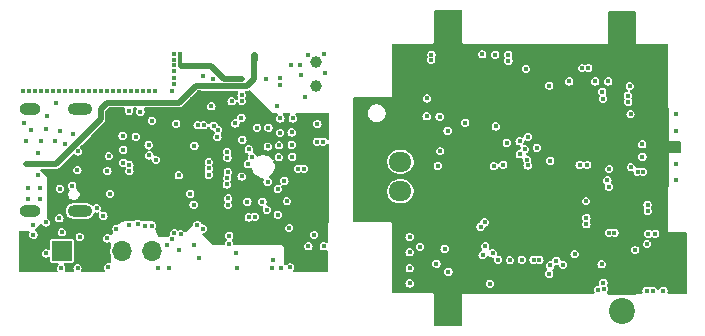
<source format=gbr>
%TF.GenerationSoftware,KiCad,Pcbnew,8.0.5*%
%TF.CreationDate,2025-02-14T01:05:17+01:00*%
%TF.ProjectId,cansatperso,63616e73-6174-4706-9572-736f2e6b6963,rev?*%
%TF.SameCoordinates,Original*%
%TF.FileFunction,Copper,L5,Inr*%
%TF.FilePolarity,Positive*%
%FSLAX46Y46*%
G04 Gerber Fmt 4.6, Leading zero omitted, Abs format (unit mm)*
G04 Created by KiCad (PCBNEW 8.0.5) date 2025-02-14 01:05:17*
%MOMM*%
%LPD*%
G01*
G04 APERTURE LIST*
G04 Aperture macros list*
%AMRoundRect*
0 Rectangle with rounded corners*
0 $1 Rounding radius*
0 $2 $3 $4 $5 $6 $7 $8 $9 X,Y pos of 4 corners*
0 Add a 4 corners polygon primitive as box body*
4,1,4,$2,$3,$4,$5,$6,$7,$8,$9,$2,$3,0*
0 Add four circle primitives for the rounded corners*
1,1,$1+$1,$2,$3*
1,1,$1+$1,$4,$5*
1,1,$1+$1,$6,$7*
1,1,$1+$1,$8,$9*
0 Add four rect primitives between the rounded corners*
20,1,$1+$1,$2,$3,$4,$5,0*
20,1,$1+$1,$4,$5,$6,$7,0*
20,1,$1+$1,$6,$7,$8,$9,0*
20,1,$1+$1,$8,$9,$2,$3,0*%
G04 Aperture macros list end*
%TA.AperFunction,ComponentPad*%
%ADD10C,1.000000*%
%TD*%
%TA.AperFunction,ComponentPad*%
%ADD11C,2.200000*%
%TD*%
%TA.AperFunction,ComponentPad*%
%ADD12RoundRect,0.250000X-0.725000X0.600000X-0.725000X-0.600000X0.725000X-0.600000X0.725000X0.600000X0*%
%TD*%
%TA.AperFunction,ComponentPad*%
%ADD13O,1.950000X1.700000*%
%TD*%
%TA.AperFunction,ComponentPad*%
%ADD14R,1.700000X1.700000*%
%TD*%
%TA.AperFunction,ComponentPad*%
%ADD15O,1.700000X1.700000*%
%TD*%
%TA.AperFunction,ComponentPad*%
%ADD16O,1.800000X1.000000*%
%TD*%
%TA.AperFunction,ComponentPad*%
%ADD17O,2.100000X1.000000*%
%TD*%
%TA.AperFunction,ViaPad*%
%ADD18C,0.400000*%
%TD*%
%TA.AperFunction,Conductor*%
%ADD19C,0.250000*%
%TD*%
%TA.AperFunction,Conductor*%
%ADD20C,0.500000*%
%TD*%
%TA.AperFunction,Conductor*%
%ADD21C,0.300000*%
%TD*%
G04 APERTURE END LIST*
D10*
%TO.N,GND*%
%TO.C,TP1*%
X165290000Y-74530000D03*
%TD*%
D11*
%TO.N,GND*%
%TO.C,H1*%
X176440000Y-95500000D03*
%TD*%
D12*
%TO.N,GND*%
%TO.C,J1*%
X172420000Y-80450000D03*
D13*
%TO.N,unconnected-(J1-Pin_2-Pad2)*%
X172420000Y-82950000D03*
%TO.N,VIN*%
X172420000Y-85450000D03*
%TD*%
D10*
%TO.N,BAT+*%
%TO.C,TP2*%
X165250000Y-76550000D03*
%TD*%
D11*
%TO.N,GND*%
%TO.C,H2*%
X191170000Y-95590000D03*
%TD*%
%TO.N,GND*%
%TO.C,H4*%
X191140000Y-71470000D03*
%TD*%
%TO.N,GND*%
%TO.C,H3*%
X176450000Y-71450000D03*
%TD*%
D14*
%TO.N,GND*%
%TO.C,J3*%
X143770000Y-90515000D03*
D15*
%TO.N,+3.3V*%
X146310000Y-90515000D03*
%TO.N,OLED_SCL*%
X148850000Y-90515000D03*
%TO.N,OLED_SDA*%
X151390000Y-90515000D03*
%TD*%
D16*
%TO.N,GND*%
%TO.C,J4*%
X141095000Y-87130000D03*
D17*
X145275000Y-87130000D03*
D16*
X141095000Y-78490000D03*
D17*
X145275000Y-78490000D03*
%TD*%
D18*
%TO.N,GND*%
X190070000Y-77100000D03*
X175430000Y-80550000D03*
X185140000Y-77380000D03*
X188140000Y-93790000D03*
X142010000Y-81170000D03*
X160740000Y-86350000D03*
X162230000Y-80510000D03*
X184730000Y-85210000D03*
X153660000Y-84100000D03*
X172020000Y-93430000D03*
X171990000Y-92250000D03*
X172040000Y-89180000D03*
X141180000Y-80280000D03*
X144630000Y-84990000D03*
X170070000Y-80860000D03*
X194780000Y-75070000D03*
X162990000Y-88570000D03*
X192860000Y-73320000D03*
X161120000Y-87030000D03*
X156190000Y-82980000D03*
X156200000Y-84070000D03*
X192250000Y-88020000D03*
X154975000Y-81590000D03*
X141930000Y-86100000D03*
X145040000Y-76960000D03*
X196400000Y-93870000D03*
X152820000Y-91930000D03*
X182160000Y-85940000D03*
X178270000Y-92510000D03*
X164630000Y-90100000D03*
X195420000Y-89400000D03*
X162040000Y-87440000D03*
X154630000Y-85660000D03*
X176720000Y-74800000D03*
X163220000Y-81520000D03*
X188060000Y-80840000D03*
X164560000Y-73880000D03*
X158450000Y-79700000D03*
X147830166Y-85660166D03*
X195910000Y-81690000D03*
X173830000Y-76800000D03*
X186860000Y-77390000D03*
X145550000Y-76960000D03*
X147740000Y-82470000D03*
X169990000Y-82430000D03*
X150010000Y-80820000D03*
X146570000Y-76960000D03*
X161590000Y-91240000D03*
X192520000Y-77840000D03*
X148100000Y-76960000D03*
X148380000Y-88610000D03*
X195310000Y-81420000D03*
X163080000Y-91890000D03*
X147590000Y-76960000D03*
X143000000Y-76960000D03*
X160280000Y-80080000D03*
X181190000Y-88140000D03*
X148610000Y-76960000D03*
X157910000Y-89880000D03*
X161060000Y-75970000D03*
X141350000Y-89120000D03*
X153270000Y-74310000D03*
X185500000Y-89530000D03*
X157930000Y-89220000D03*
X195290000Y-81980000D03*
X195500000Y-91260000D03*
X170000000Y-85670000D03*
X185310000Y-75010000D03*
X178270000Y-93060000D03*
X161570000Y-91930000D03*
X163310000Y-79290000D03*
X165990000Y-73820000D03*
X191840000Y-80450000D03*
X152650000Y-89990000D03*
X141980000Y-76960000D03*
X156200000Y-83510000D03*
X162320000Y-91920000D03*
X186600000Y-74990000D03*
X186610000Y-77940000D03*
X193090000Y-80070000D03*
X179510000Y-87540000D03*
X186810000Y-92670000D03*
X182750000Y-85180000D03*
X196230000Y-90710000D03*
X142420000Y-90710000D03*
X163260000Y-82530000D03*
X196240000Y-91320000D03*
X146060000Y-76960000D03*
X151160000Y-76960000D03*
X174150000Y-89130000D03*
X144660000Y-80610000D03*
X196250000Y-89330000D03*
X186380000Y-89540000D03*
X156920000Y-80860000D03*
X155730000Y-75730000D03*
X183870000Y-86560000D03*
X185770000Y-86240000D03*
X177950000Y-80400000D03*
X144020000Y-76960000D03*
X192510000Y-77075000D03*
X194690000Y-73340000D03*
X174290000Y-93820000D03*
X182730000Y-75760000D03*
X148950000Y-81920000D03*
X149120000Y-76960000D03*
X179230000Y-84430000D03*
X151670000Y-76960000D03*
X159040000Y-81100000D03*
X153270000Y-75270000D03*
X158490000Y-90670000D03*
X153270000Y-76370000D03*
X191820000Y-87500000D03*
X149630000Y-76960000D03*
X162810000Y-86290000D03*
X158980000Y-84200000D03*
X190030000Y-78010000D03*
X142530000Y-79050000D03*
X151920000Y-91940000D03*
X176870000Y-73300000D03*
X143510000Y-76960000D03*
X162590000Y-84570000D03*
X189230000Y-87920000D03*
X150160000Y-88200000D03*
X146690000Y-86900000D03*
X174340000Y-78550000D03*
X174710000Y-93030000D03*
X183840000Y-85180000D03*
X140920000Y-85150000D03*
X147660000Y-91890000D03*
X153270000Y-75860000D03*
X187970000Y-90257500D03*
X140590000Y-79650000D03*
X162120000Y-82560000D03*
X158950000Y-79220000D03*
X141910000Y-85200000D03*
X143700000Y-91990000D03*
X187680000Y-73220000D03*
X184670000Y-89530000D03*
X190520000Y-80280000D03*
X158130000Y-77820000D03*
X169990000Y-87150000D03*
X162040000Y-85260000D03*
X184020004Y-93800000D03*
X153270000Y-73840000D03*
X148900000Y-80740000D03*
X159880000Y-82560000D03*
X196260000Y-90010000D03*
X161190000Y-81660000D03*
X154910000Y-86580000D03*
X182700000Y-93770000D03*
X143760000Y-88920000D03*
X147610000Y-83730000D03*
X163940000Y-74790000D03*
X164040000Y-75630000D03*
X154980000Y-89970000D03*
X189380000Y-73200000D03*
X174340000Y-80170000D03*
X185010000Y-93780000D03*
X182750000Y-86610000D03*
X166020000Y-75460000D03*
X181370000Y-87230000D03*
X140700000Y-81170000D03*
X189740000Y-75000000D03*
X177790000Y-84460000D03*
X142410000Y-88090000D03*
X140960000Y-76960000D03*
X181450000Y-79430000D03*
X158970000Y-77290000D03*
X162140000Y-81560000D03*
X151720000Y-82800000D03*
X147080000Y-76960000D03*
X143210000Y-81200000D03*
X143550000Y-87740000D03*
X145080000Y-91980000D03*
X141470000Y-76960000D03*
X182260000Y-78635000D03*
X156530000Y-75980000D03*
X145280000Y-89320000D03*
X142490000Y-76960000D03*
X185670000Y-85170000D03*
X185740000Y-77990000D03*
X181825000Y-86735000D03*
X143250000Y-77940000D03*
X159460000Y-86320000D03*
X169990000Y-84030000D03*
X153270000Y-74800000D03*
X181000000Y-93770000D03*
X142410000Y-80220000D03*
X150650000Y-76960000D03*
X159000000Y-77810000D03*
X147610000Y-89440000D03*
X175340000Y-93810000D03*
X140450000Y-76960000D03*
X161240000Y-80060000D03*
X161180000Y-84630000D03*
X162010000Y-78220000D03*
X150140000Y-76960000D03*
X151100000Y-81520000D03*
X159500000Y-83150000D03*
X144030000Y-81490000D03*
X162260000Y-79290000D03*
X144530000Y-76960000D03*
X153070000Y-76920000D03*
X184300000Y-73230000D03*
X151150000Y-82410000D03*
X186010000Y-73210000D03*
X187650000Y-78890000D03*
X172180000Y-73260000D03*
X140900000Y-86120000D03*
X178890000Y-93060000D03*
X192600000Y-87500000D03*
X163210000Y-80470000D03*
%TO.N,+3.3V*%
X174080000Y-90160000D03*
X192500000Y-83785000D03*
X174630000Y-79100000D03*
X165280000Y-87660000D03*
X155250000Y-77590000D03*
X190080000Y-88950000D03*
X155325000Y-77080000D03*
X155760000Y-77540000D03*
X180500000Y-79960000D03*
X157150000Y-87340000D03*
X152720000Y-88960000D03*
X157890000Y-83220000D03*
X152982503Y-80229917D03*
X193340000Y-86580000D03*
X148400000Y-79110000D03*
X189950000Y-84530000D03*
X187800000Y-75020000D03*
X149520000Y-85790000D03*
X156830000Y-87830000D03*
X190540000Y-88950000D03*
X148410000Y-78490000D03*
X190070000Y-85070000D03*
X154745000Y-77655000D03*
X192930000Y-83785000D03*
X165800000Y-87660000D03*
X195710000Y-80320000D03*
X186180000Y-91660000D03*
X159125835Y-89272933D03*
X188320000Y-75010000D03*
X185110000Y-91730000D03*
X150581344Y-79625174D03*
X176410000Y-80320000D03*
X181118130Y-83193167D03*
X158380000Y-83210000D03*
X149520000Y-86340000D03*
X191836225Y-76543443D03*
X181420000Y-81330000D03*
X183050000Y-75090000D03*
X193360000Y-87119998D03*
X166073755Y-91215931D03*
X192914500Y-82522000D03*
X174670000Y-77590000D03*
X165660000Y-86700000D03*
X185020000Y-92422500D03*
X180320000Y-83320000D03*
%TO.N,NRST*%
X173200000Y-93250000D03*
X179380000Y-90850660D03*
%TO.N,SDDETECT*%
X192897500Y-81470000D03*
X184190000Y-91260000D03*
%TO.N,VIN*%
X182930000Y-81890000D03*
X175581212Y-83307499D03*
%TO.N,+5V*%
X189450000Y-91620000D03*
X193990000Y-89040000D03*
X193800000Y-93860000D03*
X193270000Y-93860000D03*
X181560000Y-74390000D03*
X193290000Y-89920000D03*
X180440000Y-73890000D03*
X179340000Y-73840000D03*
X193410000Y-89040000D03*
X181541494Y-73890340D03*
X175050000Y-73880000D03*
X175020000Y-74320000D03*
X195710000Y-78920000D03*
%TO.N,ADC1_IN3_VBAT*%
X175780000Y-82050000D03*
X179200000Y-88440000D03*
%TO.N,I2C3_SDA_ACCEL*%
X185110000Y-82870000D03*
X195710000Y-83120000D03*
X190085990Y-83570661D03*
%TO.N,I2C3_SCL_ACCEL*%
X188130000Y-86280000D03*
X191937000Y-83410000D03*
X195710000Y-84520000D03*
%TO.N,3.3VEN*%
X189655249Y-93721215D03*
X189160000Y-93790000D03*
X191900000Y-78910000D03*
X189610000Y-93200000D03*
%TO.N,SPI1_CS_SD*%
X182700000Y-91230000D03*
X190010000Y-76155000D03*
%TO.N,SPI1_MISO_SD*%
X180690000Y-91260000D03*
X185009998Y-76500000D03*
%TO.N,SPI1_SCK_SD*%
X180225170Y-90704168D03*
X186710000Y-76155000D03*
%TO.N,SPI1_MOSI_SD*%
X188910000Y-76155000D03*
X181690000Y-91280000D03*
%TO.N,USART1_RX_GPS*%
X189520000Y-77030000D03*
X183132230Y-82772331D03*
%TO.N,USART1_TX_GPS*%
X183185000Y-83269541D03*
X189580000Y-77630000D03*
%TO.N,LPUART1_RX_RADIO*%
X185620000Y-91330000D03*
X191670000Y-77370000D03*
%TO.N,LPUART1_TX_RADIO*%
X187160000Y-90760000D03*
X191709998Y-77868400D03*
%TO.N,SWO*%
X153804834Y-89104834D03*
X183979670Y-81772588D03*
X173200000Y-89320000D03*
X158560000Y-91980000D03*
%TO.N,SWDIO*%
X153680000Y-90410000D03*
X188230000Y-83220000D03*
X153080000Y-89460000D03*
X173216256Y-91960000D03*
%TO.N,I2C1_SCL*%
X175730000Y-79127500D03*
X183220000Y-80840000D03*
%TO.N,SWCLK{slash}I2C1_SDA*%
X173200000Y-90610000D03*
X187585000Y-83220000D03*
%TO.N,TIM3_CHI_PWM4*%
X192290000Y-90420000D03*
X188170000Y-87710000D03*
%TO.N,PWEN*%
X188160000Y-88240000D03*
X194690000Y-93860000D03*
%TO.N,I2C1_SDA*%
X182510000Y-81220000D03*
X177897500Y-79650000D03*
%TO.N,BAROEXTI*%
X149475917Y-83724486D03*
%TO.N,GPIO_EXTI1*%
X176480000Y-92252500D03*
X183690431Y-91239185D03*
%TO.N,EXTI3{slash}PWMONTIM4*%
X175470000Y-91570000D03*
X179596371Y-90083297D03*
%TO.N,EXTI0*%
X176160000Y-90330000D03*
X179542862Y-88065000D03*
%TO.N,unconnected-(U1-PB8-Pad46)*%
X180000000Y-93270000D03*
X182528901Y-82315000D03*
%TO.N,Net-(BT1-+)*%
X165390000Y-79750000D03*
%TO.N,GNDGPS*%
X164240000Y-83540000D03*
X165350000Y-81240000D03*
X165880000Y-81240000D03*
X163770000Y-83540000D03*
%TO.N,vusb*%
X160080000Y-74330000D03*
X147425000Y-78085000D03*
X147040000Y-78470000D03*
X140690000Y-83150000D03*
X160060000Y-73910000D03*
%TO.N,B2*%
X157820000Y-86620000D03*
%TO.N,B1*%
X157830000Y-86050000D03*
%TO.N,Net-(U1-NRST)*%
X157800001Y-83812785D03*
X159590000Y-81900000D03*
%TO.N,SPI_MOSi*%
X155210000Y-88300000D03*
X165940000Y-90110000D03*
%TO.N,SPI_SCK*%
X157728198Y-82118683D03*
X165100000Y-89150000D03*
%TO.N,SPI_MISO*%
X155770000Y-79860000D03*
X159580000Y-87670000D03*
%TO.N,SPI_CS*%
X155705000Y-88615000D03*
X160074977Y-87599289D03*
%TO.N,COMPASSDA*%
X157760000Y-84327327D03*
X149440000Y-78670000D03*
%TO.N,COMPASSCL*%
X157713996Y-84873334D03*
X150399749Y-78715042D03*
%TO.N,USART_RX*%
X149440000Y-88310000D03*
X151380000Y-79480760D03*
%TO.N,USART_TX*%
X153436013Y-79731151D03*
%TO.N,OLED_SCL*%
X155254834Y-79844834D03*
%TO.N,Net-(J4-CC2)*%
X143580000Y-80380000D03*
%TO.N,Net-(J4-D--PadA7)*%
X145070000Y-83650000D03*
%TO.N,Net-(J4-D+-PadA6)*%
X145100000Y-82080000D03*
%TO.N,Net-(J4-CC1)*%
X143590000Y-85240000D03*
%TO.N,Net-(PA1010D1-RX)*%
X156410000Y-78250000D03*
%TO.N,Net-(PA1010D1-TX)*%
X156614694Y-79898205D03*
%TO.N,ALIMGPS*%
X157774584Y-82616529D03*
X164350000Y-77450000D03*
%TO.N,Net-(U1-PA4)*%
X156970000Y-80250000D03*
X163120000Y-74797502D03*
%TO.N,BAT+*%
X162200000Y-75870000D03*
X162210000Y-76420000D03*
%TO.N,SWCLK*%
X155370000Y-91140000D03*
X153257998Y-88992754D03*
%TO.N,D+*%
X141745000Y-82170000D03*
X151393046Y-88353046D03*
%TO.N,D-*%
X150780000Y-88350000D03*
X141745000Y-84070000D03*
%TO.N,Net-(U1-PB0)*%
X141320000Y-88300000D03*
X148941416Y-83031084D03*
%TO.N,Net-(U1-PB1)*%
X147270000Y-87530000D03*
X149475336Y-83224484D03*
%TO.N,Net-(IC3-EN)*%
X158000000Y-75910000D03*
X158457500Y-75912500D03*
X153769587Y-74289609D03*
X153790000Y-73790000D03*
X153770000Y-74770000D03*
X159012500Y-75912500D03*
%TD*%
D19*
%TO.N,+3.3V*%
X190540000Y-88950000D02*
X190498958Y-88991042D01*
X190498958Y-88991042D02*
X190440000Y-88991042D01*
D20*
%TO.N,vusb*%
X160080000Y-74330000D02*
X160080000Y-73930000D01*
X153682182Y-77940000D02*
X155092182Y-76530000D01*
X143252182Y-83150000D02*
X147040000Y-79362182D01*
X160060000Y-75910000D02*
X160060000Y-73910000D01*
X147040000Y-79362182D02*
X147040000Y-78470000D01*
X155092182Y-76530000D02*
X159440000Y-76530000D01*
X159440000Y-76530000D02*
X160060000Y-75910000D01*
X147570000Y-77940000D02*
X153682182Y-77940000D01*
X147040000Y-78470000D02*
X147570000Y-77940000D01*
X140690000Y-83150000D02*
X143252182Y-83150000D01*
X160080000Y-73930000D02*
X160060000Y-73910000D01*
%TO.N,Net-(IC3-EN)*%
X159012500Y-75912500D02*
X157442500Y-75912500D01*
X157442500Y-75912500D02*
X156350000Y-74820000D01*
D21*
X153770000Y-73810000D02*
X153790000Y-73790000D01*
D20*
X156350000Y-74820000D02*
X153820000Y-74820000D01*
D21*
X153770000Y-74770000D02*
X153770000Y-73810000D01*
%TD*%
%TA.AperFunction,Conductor*%
%TO.N,GND*%
G36*
X192282539Y-70210185D02*
G01*
X192328294Y-70262989D01*
X192339500Y-70314500D01*
X192339500Y-72859992D01*
X192354799Y-72896928D01*
X192354800Y-72896929D01*
X192383071Y-72925200D01*
X192420009Y-72940500D01*
X192459991Y-72940500D01*
X192460000Y-72940500D01*
X192460000Y-73110000D01*
X189930000Y-73110000D01*
X189890000Y-73070000D01*
X189890000Y-72940500D01*
X189919989Y-72940500D01*
X189919991Y-72940500D01*
X189956929Y-72925200D01*
X189985200Y-72896929D01*
X190000500Y-72859991D01*
X190000500Y-70314500D01*
X190020185Y-70247461D01*
X190072989Y-70201706D01*
X190124500Y-70190500D01*
X192215500Y-70190500D01*
X192282539Y-70210185D01*
G37*
%TD.AperFunction*%
%TD*%
%TA.AperFunction,Conductor*%
%TO.N,GND*%
G36*
X177760000Y-93970000D02*
G01*
X177760000Y-94113603D01*
X177747611Y-94113612D01*
X177747486Y-94113612D01*
X177727906Y-94113606D01*
X177727853Y-94113628D01*
X177712479Y-94120009D01*
X177709197Y-94121371D01*
X177709088Y-94121416D01*
X177690995Y-94128904D01*
X177690943Y-94128939D01*
X177690926Y-94128955D01*
X177690926Y-94128956D01*
X177676955Y-94142948D01*
X177676955Y-94142949D01*
X177662723Y-94157170D01*
X177662684Y-94157229D01*
X177655190Y-94175360D01*
X177655142Y-94175475D01*
X177647404Y-94194138D01*
X177647420Y-94214023D01*
X177647420Y-94214157D01*
X177647410Y-94245924D01*
X177647444Y-94246271D01*
X177649330Y-96737147D01*
X177629696Y-96804201D01*
X177576927Y-96849996D01*
X177526295Y-96861237D01*
X175405465Y-96877742D01*
X175338274Y-96858580D01*
X175292110Y-96806134D01*
X175280500Y-96753746D01*
X175280500Y-94205304D01*
X175280500Y-94205246D01*
X175280529Y-94185311D01*
X175280526Y-94185304D01*
X175280499Y-94185163D01*
X175272904Y-94166827D01*
X175272836Y-94166662D01*
X175265282Y-94148352D01*
X175265282Y-94148351D01*
X175265280Y-94148349D01*
X175265238Y-94148285D01*
X175265199Y-94148226D01*
X175251169Y-94134197D01*
X175251167Y-94134195D01*
X175237052Y-94120039D01*
X175237050Y-94120038D01*
X175237047Y-94120035D01*
X175236931Y-94119957D01*
X175218595Y-94112362D01*
X175218438Y-94112297D01*
X175200115Y-94104677D01*
X175200013Y-94104657D01*
X175199991Y-94104657D01*
X175190000Y-94104657D01*
X175190000Y-93930000D01*
X177720000Y-93930000D01*
X177760000Y-93970000D01*
G37*
%TD.AperFunction*%
%TD*%
%TA.AperFunction,Conductor*%
%TO.N,GND*%
G36*
X177525689Y-70100266D02*
G01*
X177592697Y-70120052D01*
X177638372Y-70172925D01*
X177649500Y-70224266D01*
X177649500Y-72859992D01*
X177664799Y-72896928D01*
X177664800Y-72896929D01*
X177693071Y-72925200D01*
X177730009Y-72940500D01*
X177730011Y-72940500D01*
X177770000Y-72940500D01*
X177770000Y-73040000D01*
X175240000Y-73040000D01*
X175200000Y-73000000D01*
X175200000Y-72940543D01*
X175201152Y-72940546D01*
X175201158Y-72940543D01*
X175201255Y-72940525D01*
X175201380Y-72940500D01*
X175201386Y-72940500D01*
X175209734Y-72937041D01*
X175219811Y-72932868D01*
X175219825Y-72932901D01*
X175220081Y-72932756D01*
X175238126Y-72925332D01*
X175238128Y-72925330D01*
X175238321Y-72925201D01*
X175238324Y-72925200D01*
X175252402Y-72911121D01*
X175266462Y-72897127D01*
X175266464Y-72897121D01*
X175266577Y-72896954D01*
X175266591Y-72896932D01*
X175266595Y-72896929D01*
X175274235Y-72878481D01*
X175281848Y-72860225D01*
X175281848Y-72860219D01*
X175281885Y-72860036D01*
X175281893Y-72859995D01*
X175281895Y-72859991D01*
X175281895Y-72840013D01*
X175287984Y-70220772D01*
X175307825Y-70153782D01*
X175360735Y-70108150D01*
X175412168Y-70097064D01*
X177525689Y-70100266D01*
G37*
%TD.AperFunction*%
%TD*%
%TA.AperFunction,Conductor*%
%TO.N,GND*%
G36*
X175200000Y-72940543D02*
G01*
X175200000Y-73000000D01*
X175240000Y-73040000D01*
X177770000Y-73040000D01*
X177770000Y-72940500D01*
X189890000Y-72940500D01*
X189890000Y-73070000D01*
X189930000Y-73110000D01*
X192460000Y-73110000D01*
X192460000Y-72940500D01*
X194945500Y-72940500D01*
X195012539Y-72960185D01*
X195058294Y-73012989D01*
X195069500Y-73064500D01*
X195069500Y-78249992D01*
X195084799Y-78286928D01*
X195108510Y-78310639D01*
X195141995Y-78371962D01*
X195144829Y-78398436D01*
X195142214Y-81190001D01*
X195142215Y-81190002D01*
X196047207Y-81198805D01*
X196114051Y-81219141D01*
X196159290Y-81272387D01*
X196170000Y-81322799D01*
X196170000Y-82107199D01*
X196150315Y-82174238D01*
X196097511Y-82219993D01*
X196047205Y-82231193D01*
X195141232Y-82240000D01*
X195138676Y-84967947D01*
X195118929Y-85034968D01*
X195102360Y-85055510D01*
X195074799Y-85083072D01*
X195059500Y-85120007D01*
X195059500Y-88830000D01*
X194460000Y-88830000D01*
X194350000Y-88940000D01*
X194350000Y-93750288D01*
X194307511Y-93795278D01*
X194239690Y-93812073D01*
X194173555Y-93789536D01*
X194134516Y-93744484D01*
X194087095Y-93651413D01*
X194087093Y-93651411D01*
X194087090Y-93651407D01*
X194008592Y-93572909D01*
X194008588Y-93572906D01*
X194008587Y-93572905D01*
X193977548Y-93557090D01*
X193909658Y-93522498D01*
X193800002Y-93505131D01*
X193799998Y-93505131D01*
X193690341Y-93522498D01*
X193591294Y-93572965D01*
X193522624Y-93585861D01*
X193478706Y-93572965D01*
X193379658Y-93522498D01*
X193270002Y-93505131D01*
X193269998Y-93505131D01*
X193160341Y-93522498D01*
X193061414Y-93572904D01*
X193061407Y-93572909D01*
X192982909Y-93651407D01*
X192982904Y-93651414D01*
X192932498Y-93750341D01*
X192915131Y-93859997D01*
X192915131Y-93860002D01*
X192933310Y-93974780D01*
X192924355Y-94044074D01*
X192879359Y-94097526D01*
X192812608Y-94118165D01*
X192810796Y-94118178D01*
X192481832Y-94118069D01*
X192481729Y-94118060D01*
X192469991Y-94118060D01*
X192451134Y-94118060D01*
X192430042Y-94118053D01*
X192430041Y-94118053D01*
X192430036Y-94118053D01*
X192430014Y-94118057D01*
X192412535Y-94125297D01*
X192412504Y-94125310D01*
X192393082Y-94133348D01*
X192383581Y-94142850D01*
X192379336Y-94147095D01*
X192365164Y-94161258D01*
X192364613Y-94161809D01*
X192363307Y-94163760D01*
X192361928Y-94165728D01*
X192360395Y-94168515D01*
X192359396Y-94170077D01*
X192306693Y-94215948D01*
X192254816Y-94227267D01*
X190094248Y-94225214D01*
X190027227Y-94205466D01*
X189991253Y-94170088D01*
X189985355Y-94161258D01*
X189985204Y-94161031D01*
X189971087Y-94146914D01*
X189956956Y-94132774D01*
X189956954Y-94132773D01*
X189956941Y-94132760D01*
X189956513Y-94132471D01*
X189951178Y-94128829D01*
X189906909Y-94074774D01*
X189898891Y-94005366D01*
X189929671Y-93942641D01*
X189933413Y-93938733D01*
X189935356Y-93936790D01*
X189942344Y-93929802D01*
X189992749Y-93830876D01*
X189992749Y-93830874D01*
X189992750Y-93830873D01*
X190010118Y-93721217D01*
X190010118Y-93721212D01*
X189992750Y-93611556D01*
X189973087Y-93572965D01*
X189942344Y-93512628D01*
X189942341Y-93512625D01*
X189942339Y-93512622D01*
X189940954Y-93511237D01*
X189939807Y-93509136D01*
X189936605Y-93504729D01*
X189937174Y-93504315D01*
X189907469Y-93449914D01*
X189912453Y-93380222D01*
X189918147Y-93367268D01*
X189947500Y-93309661D01*
X189964869Y-93200000D01*
X189964869Y-93199997D01*
X189947501Y-93090341D01*
X189932762Y-93061414D01*
X189897095Y-92991413D01*
X189897092Y-92991410D01*
X189897090Y-92991407D01*
X189818592Y-92912909D01*
X189818588Y-92912906D01*
X189818587Y-92912905D01*
X189814743Y-92910946D01*
X189719658Y-92862498D01*
X189610002Y-92845131D01*
X189609998Y-92845131D01*
X189500341Y-92862498D01*
X189401414Y-92912904D01*
X189401407Y-92912909D01*
X189322909Y-92991407D01*
X189322904Y-92991414D01*
X189272498Y-93090341D01*
X189255131Y-93199997D01*
X189255131Y-93200003D01*
X189269734Y-93292205D01*
X189260779Y-93361498D01*
X189215783Y-93414950D01*
X189166660Y-93434075D01*
X189050341Y-93452499D01*
X188951414Y-93502904D01*
X188951407Y-93502909D01*
X188872909Y-93581407D01*
X188872904Y-93581414D01*
X188822498Y-93680341D01*
X188805131Y-93789997D01*
X188805131Y-93790002D01*
X188822498Y-93899656D01*
X188822499Y-93899659D01*
X188822500Y-93899661D01*
X188841419Y-93936792D01*
X188854315Y-94005459D01*
X188828039Y-94070200D01*
X188770932Y-94110457D01*
X188730895Y-94117085D01*
X177779836Y-94113622D01*
X177779487Y-94113589D01*
X177760000Y-94113603D01*
X177760000Y-93970000D01*
X177720000Y-93930000D01*
X175190000Y-93930000D01*
X175190000Y-94104657D01*
X175180061Y-94104657D01*
X171833948Y-94099822D01*
X171766937Y-94080040D01*
X171721258Y-94027170D01*
X171710127Y-93976031D01*
X171708921Y-93249997D01*
X172845131Y-93249997D01*
X172845131Y-93250002D01*
X172862498Y-93359658D01*
X172912904Y-93458585D01*
X172912909Y-93458592D01*
X172991407Y-93537090D01*
X172991410Y-93537092D01*
X172991413Y-93537095D01*
X173087122Y-93585861D01*
X173090341Y-93587501D01*
X173199998Y-93604869D01*
X173200000Y-93604869D01*
X173200002Y-93604869D01*
X173309658Y-93587501D01*
X173309659Y-93587500D01*
X173309661Y-93587500D01*
X173408587Y-93537095D01*
X173487095Y-93458587D01*
X173537500Y-93359661D01*
X173537500Y-93359659D01*
X173537501Y-93359658D01*
X173551702Y-93269997D01*
X179645131Y-93269997D01*
X179645131Y-93270002D01*
X179662498Y-93379658D01*
X179712904Y-93478585D01*
X179712909Y-93478592D01*
X179791407Y-93557090D01*
X179791410Y-93557092D01*
X179791413Y-93557095D01*
X179847870Y-93585861D01*
X179890341Y-93607501D01*
X179999998Y-93624869D01*
X180000000Y-93624869D01*
X180000002Y-93624869D01*
X180109658Y-93607501D01*
X180109659Y-93607500D01*
X180109661Y-93607500D01*
X180208587Y-93557095D01*
X180287095Y-93478587D01*
X180337500Y-93379661D01*
X180337500Y-93379659D01*
X180337501Y-93379658D01*
X180354869Y-93270002D01*
X180354869Y-93269997D01*
X180337501Y-93160341D01*
X180337500Y-93160339D01*
X180287095Y-93061413D01*
X180287092Y-93061410D01*
X180287090Y-93061407D01*
X180208592Y-92982909D01*
X180208588Y-92982906D01*
X180208587Y-92982905D01*
X180204743Y-92980946D01*
X180109658Y-92932498D01*
X180000002Y-92915131D01*
X179999998Y-92915131D01*
X179890341Y-92932498D01*
X179791414Y-92982904D01*
X179791407Y-92982909D01*
X179712909Y-93061407D01*
X179712904Y-93061414D01*
X179662498Y-93160341D01*
X179645131Y-93269997D01*
X173551702Y-93269997D01*
X173554869Y-93250002D01*
X173554869Y-93249997D01*
X173537501Y-93140341D01*
X173497282Y-93061407D01*
X173487095Y-93041413D01*
X173487092Y-93041410D01*
X173487090Y-93041407D01*
X173408592Y-92962909D01*
X173408588Y-92962906D01*
X173408587Y-92962905D01*
X173404743Y-92960946D01*
X173309658Y-92912498D01*
X173200002Y-92895131D01*
X173199998Y-92895131D01*
X173090341Y-92912498D01*
X172991414Y-92962904D01*
X172991407Y-92962909D01*
X172912909Y-93041407D01*
X172912904Y-93041414D01*
X172862498Y-93140341D01*
X172845131Y-93249997D01*
X171708921Y-93249997D01*
X171706778Y-91959997D01*
X172861387Y-91959997D01*
X172861387Y-91960002D01*
X172878754Y-92069658D01*
X172929160Y-92168585D01*
X172929165Y-92168592D01*
X173007663Y-92247090D01*
X173007666Y-92247092D01*
X173007669Y-92247095D01*
X173106595Y-92297500D01*
X173106597Y-92297501D01*
X173216254Y-92314869D01*
X173216256Y-92314869D01*
X173216258Y-92314869D01*
X173325914Y-92297501D01*
X173325915Y-92297500D01*
X173325917Y-92297500D01*
X173414241Y-92252497D01*
X176125131Y-92252497D01*
X176125131Y-92252502D01*
X176142498Y-92362158D01*
X176192904Y-92461085D01*
X176192909Y-92461092D01*
X176271407Y-92539590D01*
X176271410Y-92539592D01*
X176271413Y-92539595D01*
X176370339Y-92590000D01*
X176370341Y-92590001D01*
X176479998Y-92607369D01*
X176480000Y-92607369D01*
X176480002Y-92607369D01*
X176589658Y-92590001D01*
X176589659Y-92590000D01*
X176589661Y-92590000D01*
X176688587Y-92539595D01*
X176767095Y-92461087D01*
X176786757Y-92422497D01*
X184665131Y-92422497D01*
X184665131Y-92422502D01*
X184682498Y-92532158D01*
X184732904Y-92631085D01*
X184732909Y-92631092D01*
X184811407Y-92709590D01*
X184811410Y-92709592D01*
X184811413Y-92709595D01*
X184910339Y-92760000D01*
X184910341Y-92760001D01*
X185019998Y-92777369D01*
X185020000Y-92777369D01*
X185020002Y-92777369D01*
X185129658Y-92760001D01*
X185129659Y-92760000D01*
X185129661Y-92760000D01*
X185228587Y-92709595D01*
X185307095Y-92631087D01*
X185357500Y-92532161D01*
X185357500Y-92532159D01*
X185357501Y-92532158D01*
X185374869Y-92422502D01*
X185374869Y-92422497D01*
X185357501Y-92312841D01*
X185323999Y-92247090D01*
X185307095Y-92213913D01*
X185307092Y-92213910D01*
X185307090Y-92213907D01*
X185300597Y-92207414D01*
X185267112Y-92146091D01*
X185272096Y-92076399D01*
X185313968Y-92020466D01*
X185315401Y-92019409D01*
X185318580Y-92017098D01*
X185318587Y-92017095D01*
X185397095Y-91938587D01*
X185447500Y-91839661D01*
X185456240Y-91784475D01*
X185486168Y-91721344D01*
X185545479Y-91684412D01*
X185598111Y-91681402D01*
X185620000Y-91684869D01*
X185620000Y-91684868D01*
X185620001Y-91684869D01*
X185620002Y-91684869D01*
X185701480Y-91671964D01*
X185770773Y-91680918D01*
X185824225Y-91725915D01*
X185837849Y-91760905D01*
X185839482Y-91760375D01*
X185842498Y-91769657D01*
X185892904Y-91868585D01*
X185892909Y-91868592D01*
X185971407Y-91947090D01*
X185971410Y-91947092D01*
X185971413Y-91947095D01*
X186025923Y-91974869D01*
X186070341Y-91997501D01*
X186179998Y-92014869D01*
X186180000Y-92014869D01*
X186180002Y-92014869D01*
X186289658Y-91997501D01*
X186289659Y-91997500D01*
X186289661Y-91997500D01*
X186388587Y-91947095D01*
X186467095Y-91868587D01*
X186517500Y-91769661D01*
X186517500Y-91769659D01*
X186517501Y-91769658D01*
X186534869Y-91660002D01*
X186534869Y-91659997D01*
X186528534Y-91619997D01*
X189095131Y-91619997D01*
X189095131Y-91620002D01*
X189112498Y-91729658D01*
X189162904Y-91828585D01*
X189162909Y-91828592D01*
X189241407Y-91907090D01*
X189241410Y-91907092D01*
X189241413Y-91907095D01*
X189256924Y-91914998D01*
X189340341Y-91957501D01*
X189449998Y-91974869D01*
X189450000Y-91974869D01*
X189450002Y-91974869D01*
X189559658Y-91957501D01*
X189559659Y-91957500D01*
X189559661Y-91957500D01*
X189658587Y-91907095D01*
X189737095Y-91828587D01*
X189787500Y-91729661D01*
X189787500Y-91729659D01*
X189787501Y-91729658D01*
X189804869Y-91620002D01*
X189804869Y-91619997D01*
X189787501Y-91510341D01*
X189755623Y-91447777D01*
X189737095Y-91411413D01*
X189737092Y-91411410D01*
X189737090Y-91411407D01*
X189658592Y-91332909D01*
X189658588Y-91332906D01*
X189658587Y-91332905D01*
X189611828Y-91309080D01*
X189559658Y-91282498D01*
X189450002Y-91265131D01*
X189449998Y-91265131D01*
X189340341Y-91282498D01*
X189241414Y-91332904D01*
X189241407Y-91332909D01*
X189162909Y-91411407D01*
X189162904Y-91411414D01*
X189112498Y-91510341D01*
X189095131Y-91619997D01*
X186528534Y-91619997D01*
X186517501Y-91550341D01*
X186502762Y-91521414D01*
X186467095Y-91451413D01*
X186467092Y-91451410D01*
X186467090Y-91451407D01*
X186388592Y-91372909D01*
X186388588Y-91372906D01*
X186388587Y-91372905D01*
X186366021Y-91361407D01*
X186289658Y-91322498D01*
X186180002Y-91305131D01*
X186180000Y-91305131D01*
X186156490Y-91308854D01*
X186098518Y-91318036D01*
X186029224Y-91309080D01*
X185975773Y-91264083D01*
X185962153Y-91229093D01*
X185960518Y-91229625D01*
X185957501Y-91220342D01*
X185957500Y-91220340D01*
X185957500Y-91220339D01*
X185907095Y-91121413D01*
X185907092Y-91121410D01*
X185907090Y-91121407D01*
X185828592Y-91042909D01*
X185828588Y-91042906D01*
X185828587Y-91042905D01*
X185804421Y-91030592D01*
X185729658Y-90992498D01*
X185620002Y-90975131D01*
X185619998Y-90975131D01*
X185510341Y-90992498D01*
X185411414Y-91042904D01*
X185411407Y-91042909D01*
X185332909Y-91121407D01*
X185332904Y-91121414D01*
X185282498Y-91220341D01*
X185273759Y-91275522D01*
X185243830Y-91338657D01*
X185184518Y-91375588D01*
X185131890Y-91378598D01*
X185112885Y-91375588D01*
X185110000Y-91375131D01*
X185109999Y-91375131D01*
X185109998Y-91375131D01*
X185000341Y-91392498D01*
X184901414Y-91442904D01*
X184901407Y-91442909D01*
X184822909Y-91521407D01*
X184822904Y-91521414D01*
X184772498Y-91620341D01*
X184755131Y-91729997D01*
X184755131Y-91730002D01*
X184772498Y-91839658D01*
X184822904Y-91938585D01*
X184822909Y-91938592D01*
X184829402Y-91945085D01*
X184862887Y-92006408D01*
X184857903Y-92076100D01*
X184816031Y-92132033D01*
X184814609Y-92133083D01*
X184811408Y-92135408D01*
X184732909Y-92213907D01*
X184732904Y-92213914D01*
X184682498Y-92312841D01*
X184665131Y-92422497D01*
X176786757Y-92422497D01*
X176817500Y-92362161D01*
X176817500Y-92362159D01*
X176817501Y-92362158D01*
X176834869Y-92252502D01*
X176834869Y-92252497D01*
X176817501Y-92142841D01*
X176811994Y-92132033D01*
X176767095Y-92043913D01*
X176767092Y-92043910D01*
X176767090Y-92043907D01*
X176688592Y-91965409D01*
X176688588Y-91965406D01*
X176688587Y-91965405D01*
X176677973Y-91959997D01*
X176589658Y-91914998D01*
X176480002Y-91897631D01*
X176479998Y-91897631D01*
X176370341Y-91914998D01*
X176271414Y-91965404D01*
X176271407Y-91965409D01*
X176192909Y-92043907D01*
X176192904Y-92043914D01*
X176142498Y-92142841D01*
X176125131Y-92252497D01*
X173414241Y-92252497D01*
X173424843Y-92247095D01*
X173503351Y-92168587D01*
X173553756Y-92069661D01*
X173553756Y-92069659D01*
X173553757Y-92069658D01*
X173571125Y-91960002D01*
X173571125Y-91959997D01*
X173553757Y-91850341D01*
X173517199Y-91778592D01*
X173503351Y-91751413D01*
X173503348Y-91751410D01*
X173503346Y-91751407D01*
X173424848Y-91672909D01*
X173424844Y-91672906D01*
X173424843Y-91672905D01*
X173399519Y-91660002D01*
X173325914Y-91622498D01*
X173216258Y-91605131D01*
X173216254Y-91605131D01*
X173106597Y-91622498D01*
X173007670Y-91672904D01*
X173007663Y-91672909D01*
X172929165Y-91751407D01*
X172929160Y-91751414D01*
X172878754Y-91850341D01*
X172861387Y-91959997D01*
X171706778Y-91959997D01*
X171706130Y-91569997D01*
X175115131Y-91569997D01*
X175115131Y-91570002D01*
X175132498Y-91679658D01*
X175182904Y-91778585D01*
X175182909Y-91778592D01*
X175261407Y-91857090D01*
X175261410Y-91857092D01*
X175261413Y-91857095D01*
X175340970Y-91897631D01*
X175360341Y-91907501D01*
X175469998Y-91924869D01*
X175470000Y-91924869D01*
X175470002Y-91924869D01*
X175579658Y-91907501D01*
X175579659Y-91907500D01*
X175579661Y-91907500D01*
X175678587Y-91857095D01*
X175757095Y-91778587D01*
X175807500Y-91679661D01*
X175807500Y-91679659D01*
X175807501Y-91679658D01*
X175824869Y-91570002D01*
X175824869Y-91569997D01*
X175807501Y-91460341D01*
X175807500Y-91460339D01*
X175757095Y-91361413D01*
X175757092Y-91361410D01*
X175757090Y-91361407D01*
X175678592Y-91282909D01*
X175678588Y-91282906D01*
X175678587Y-91282905D01*
X175664097Y-91275522D01*
X175579658Y-91232498D01*
X175470002Y-91215131D01*
X175469998Y-91215131D01*
X175360341Y-91232498D01*
X175261414Y-91282904D01*
X175261407Y-91282909D01*
X175182909Y-91361407D01*
X175182904Y-91361414D01*
X175132498Y-91460341D01*
X175115131Y-91569997D01*
X171706130Y-91569997D01*
X171704536Y-90609997D01*
X172845131Y-90609997D01*
X172845131Y-90610002D01*
X172862498Y-90719658D01*
X172912904Y-90818585D01*
X172912909Y-90818592D01*
X172991407Y-90897090D01*
X172991410Y-90897092D01*
X172991413Y-90897095D01*
X173080522Y-90942498D01*
X173090341Y-90947501D01*
X173199998Y-90964869D01*
X173200000Y-90964869D01*
X173200002Y-90964869D01*
X173309658Y-90947501D01*
X173309659Y-90947500D01*
X173309661Y-90947500D01*
X173408587Y-90897095D01*
X173455025Y-90850657D01*
X179025131Y-90850657D01*
X179025131Y-90850662D01*
X179042498Y-90960318D01*
X179092904Y-91059245D01*
X179092909Y-91059252D01*
X179171407Y-91137750D01*
X179171410Y-91137752D01*
X179171413Y-91137755D01*
X179196111Y-91150339D01*
X179270341Y-91188161D01*
X179379998Y-91205529D01*
X179380000Y-91205529D01*
X179380002Y-91205529D01*
X179489658Y-91188161D01*
X179489659Y-91188160D01*
X179489661Y-91188160D01*
X179588587Y-91137755D01*
X179667095Y-91059247D01*
X179717500Y-90960321D01*
X179717501Y-90960317D01*
X179720518Y-90951035D01*
X179723738Y-90952081D01*
X179746226Y-90904592D01*
X179805522Y-90867636D01*
X179875385Y-90868603D01*
X179933634Y-90907188D01*
X179937701Y-90912382D01*
X180016577Y-90991258D01*
X180016580Y-90991260D01*
X180016583Y-90991263D01*
X180075758Y-91021414D01*
X180115511Y-91041669D01*
X180234809Y-91060564D01*
X180234460Y-91062762D01*
X180288814Y-91078722D01*
X180334569Y-91131526D01*
X180344513Y-91200684D01*
X180344248Y-91202435D01*
X180335131Y-91259997D01*
X180335131Y-91260002D01*
X180352498Y-91369658D01*
X180402904Y-91468585D01*
X180402909Y-91468592D01*
X180481407Y-91547090D01*
X180481410Y-91547092D01*
X180481413Y-91547095D01*
X180526367Y-91570000D01*
X180580341Y-91597501D01*
X180689998Y-91614869D01*
X180690000Y-91614869D01*
X180690002Y-91614869D01*
X180799658Y-91597501D01*
X180799659Y-91597500D01*
X180799661Y-91597500D01*
X180898587Y-91547095D01*
X180977095Y-91468587D01*
X181027500Y-91369661D01*
X181027500Y-91369659D01*
X181027501Y-91369658D01*
X181041702Y-91279997D01*
X181335131Y-91279997D01*
X181335131Y-91280002D01*
X181352498Y-91389658D01*
X181402904Y-91488585D01*
X181402909Y-91488592D01*
X181481407Y-91567090D01*
X181481410Y-91567092D01*
X181481413Y-91567095D01*
X181575175Y-91614869D01*
X181580341Y-91617501D01*
X181689998Y-91634869D01*
X181690000Y-91634869D01*
X181690002Y-91634869D01*
X181799658Y-91617501D01*
X181799659Y-91617500D01*
X181799661Y-91617500D01*
X181898587Y-91567095D01*
X181977095Y-91488587D01*
X182027500Y-91389661D01*
X182027500Y-91389659D01*
X182027501Y-91389658D01*
X182044869Y-91280002D01*
X182044869Y-91279997D01*
X182036950Y-91229997D01*
X182345131Y-91229997D01*
X182345131Y-91230002D01*
X182362498Y-91339658D01*
X182412904Y-91438585D01*
X182412909Y-91438592D01*
X182491407Y-91517090D01*
X182491410Y-91517092D01*
X182491413Y-91517095D01*
X182589534Y-91567090D01*
X182590341Y-91567501D01*
X182699998Y-91584869D01*
X182700000Y-91584869D01*
X182700002Y-91584869D01*
X182809658Y-91567501D01*
X182809659Y-91567500D01*
X182809661Y-91567500D01*
X182908587Y-91517095D01*
X182987095Y-91438587D01*
X183037500Y-91339661D01*
X183037500Y-91339659D01*
X183037501Y-91339658D01*
X183053415Y-91239182D01*
X183335562Y-91239182D01*
X183335562Y-91239187D01*
X183352929Y-91348843D01*
X183403335Y-91447770D01*
X183403340Y-91447777D01*
X183481838Y-91526275D01*
X183481841Y-91526277D01*
X183481844Y-91526280D01*
X183562745Y-91567501D01*
X183580772Y-91576686D01*
X183690429Y-91594054D01*
X183690431Y-91594054D01*
X183690433Y-91594054D01*
X183800087Y-91576686D01*
X183800087Y-91576685D01*
X183800092Y-91576685D01*
X183863497Y-91544378D01*
X183932163Y-91531483D01*
X183976084Y-91544379D01*
X183981411Y-91547093D01*
X183981413Y-91547095D01*
X184080339Y-91597500D01*
X184080341Y-91597500D01*
X184080343Y-91597501D01*
X184189998Y-91614869D01*
X184190000Y-91614869D01*
X184190002Y-91614869D01*
X184299658Y-91597501D01*
X184299659Y-91597500D01*
X184299661Y-91597500D01*
X184398587Y-91547095D01*
X184477095Y-91468587D01*
X184527500Y-91369661D01*
X184527500Y-91369659D01*
X184527501Y-91369658D01*
X184544869Y-91260002D01*
X184544869Y-91259997D01*
X184527501Y-91150341D01*
X184512762Y-91121414D01*
X184477095Y-91051413D01*
X184477092Y-91051410D01*
X184477090Y-91051407D01*
X184398592Y-90972909D01*
X184398588Y-90972906D01*
X184398587Y-90972905D01*
X184390112Y-90968587D01*
X184299658Y-90922498D01*
X184190002Y-90905131D01*
X184189998Y-90905131D01*
X184080342Y-90922498D01*
X184016934Y-90954806D01*
X183948265Y-90967701D01*
X183904347Y-90954805D01*
X183800089Y-90901683D01*
X183690433Y-90884316D01*
X183690429Y-90884316D01*
X183580772Y-90901683D01*
X183481845Y-90952089D01*
X183481838Y-90952094D01*
X183403340Y-91030592D01*
X183403335Y-91030599D01*
X183352929Y-91129526D01*
X183335562Y-91239182D01*
X183053415Y-91239182D01*
X183054869Y-91230002D01*
X183054869Y-91229997D01*
X183037501Y-91120341D01*
X183034713Y-91114869D01*
X182987095Y-91021413D01*
X182987092Y-91021410D01*
X182987090Y-91021407D01*
X182908592Y-90942909D01*
X182908588Y-90942906D01*
X182908587Y-90942905D01*
X182904743Y-90940946D01*
X182809658Y-90892498D01*
X182700002Y-90875131D01*
X182699998Y-90875131D01*
X182590341Y-90892498D01*
X182491414Y-90942904D01*
X182491407Y-90942909D01*
X182412909Y-91021407D01*
X182412904Y-91021414D01*
X182362498Y-91120341D01*
X182345131Y-91229997D01*
X182036950Y-91229997D01*
X182027501Y-91170341D01*
X182027500Y-91170339D01*
X181977095Y-91071413D01*
X181977092Y-91071410D01*
X181977090Y-91071407D01*
X181898592Y-90992909D01*
X181898588Y-90992906D01*
X181898587Y-90992905D01*
X181894743Y-90990946D01*
X181799658Y-90942498D01*
X181690002Y-90925131D01*
X181689998Y-90925131D01*
X181580341Y-90942498D01*
X181481414Y-90992904D01*
X181481407Y-90992909D01*
X181402909Y-91071407D01*
X181402904Y-91071414D01*
X181352498Y-91170341D01*
X181335131Y-91279997D01*
X181041702Y-91279997D01*
X181044869Y-91260002D01*
X181044869Y-91259997D01*
X181027501Y-91150341D01*
X181012762Y-91121414D01*
X180977095Y-91051413D01*
X180977092Y-91051410D01*
X180977090Y-91051407D01*
X180898592Y-90972909D01*
X180898588Y-90972906D01*
X180898587Y-90972905D01*
X180890112Y-90968587D01*
X180799658Y-90922498D01*
X180680361Y-90903604D01*
X180680709Y-90901405D01*
X180626356Y-90885446D01*
X180580601Y-90832642D01*
X180570657Y-90763484D01*
X180570922Y-90761733D01*
X180571197Y-90759997D01*
X186805131Y-90759997D01*
X186805131Y-90760002D01*
X186822498Y-90869658D01*
X186872904Y-90968585D01*
X186872909Y-90968592D01*
X186951407Y-91047090D01*
X186951410Y-91047092D01*
X186951413Y-91047095D01*
X187013485Y-91078722D01*
X187050341Y-91097501D01*
X187159998Y-91114869D01*
X187160000Y-91114869D01*
X187160002Y-91114869D01*
X187269658Y-91097501D01*
X187269659Y-91097500D01*
X187269661Y-91097500D01*
X187368587Y-91047095D01*
X187447095Y-90968587D01*
X187497500Y-90869661D01*
X187497500Y-90869659D01*
X187497501Y-90869658D01*
X187514869Y-90760002D01*
X187514869Y-90759997D01*
X187497501Y-90650341D01*
X187469052Y-90594507D01*
X187447095Y-90551413D01*
X187447092Y-90551410D01*
X187447090Y-90551407D01*
X187368592Y-90472909D01*
X187368588Y-90472906D01*
X187368587Y-90472905D01*
X187303336Y-90439658D01*
X187269658Y-90422498D01*
X187253867Y-90419997D01*
X191935131Y-90419997D01*
X191935131Y-90420002D01*
X191952498Y-90529658D01*
X192002904Y-90628585D01*
X192002909Y-90628592D01*
X192081407Y-90707090D01*
X192081410Y-90707092D01*
X192081413Y-90707095D01*
X192147954Y-90740999D01*
X192180341Y-90757501D01*
X192289998Y-90774869D01*
X192290000Y-90774869D01*
X192290002Y-90774869D01*
X192399658Y-90757501D01*
X192399659Y-90757500D01*
X192399661Y-90757500D01*
X192498587Y-90707095D01*
X192577095Y-90628587D01*
X192627500Y-90529661D01*
X192627500Y-90529659D01*
X192627501Y-90529658D01*
X192644869Y-90420002D01*
X192644869Y-90419997D01*
X192627501Y-90310341D01*
X192608219Y-90272498D01*
X192577095Y-90211413D01*
X192577092Y-90211410D01*
X192577090Y-90211407D01*
X192498592Y-90132909D01*
X192498588Y-90132906D01*
X192498587Y-90132905D01*
X192490112Y-90128587D01*
X192399658Y-90082498D01*
X192290002Y-90065131D01*
X192289998Y-90065131D01*
X192180341Y-90082498D01*
X192081414Y-90132904D01*
X192081407Y-90132909D01*
X192002909Y-90211407D01*
X192002904Y-90211414D01*
X191952498Y-90310341D01*
X191935131Y-90419997D01*
X187253867Y-90419997D01*
X187160002Y-90405131D01*
X187159998Y-90405131D01*
X187050341Y-90422498D01*
X186951414Y-90472904D01*
X186951407Y-90472909D01*
X186872909Y-90551407D01*
X186872904Y-90551414D01*
X186822498Y-90650341D01*
X186805131Y-90759997D01*
X180571197Y-90759997D01*
X180580039Y-90704170D01*
X180580039Y-90704165D01*
X180562671Y-90594509D01*
X180540713Y-90551414D01*
X180512265Y-90495581D01*
X180512262Y-90495578D01*
X180512260Y-90495575D01*
X180433762Y-90417077D01*
X180433758Y-90417074D01*
X180433757Y-90417073D01*
X180429913Y-90415114D01*
X180334828Y-90366666D01*
X180225172Y-90349299D01*
X180225168Y-90349299D01*
X180115511Y-90366666D01*
X180090667Y-90379325D01*
X180021998Y-90392220D01*
X179957258Y-90365942D01*
X179917002Y-90308835D01*
X179914012Y-90239029D01*
X179923886Y-90212553D01*
X179933871Y-90192958D01*
X179951240Y-90083297D01*
X179951114Y-90082500D01*
X179933872Y-89973638D01*
X179906542Y-89920000D01*
X179906540Y-89919997D01*
X192935131Y-89919997D01*
X192935131Y-89920002D01*
X192952498Y-90029658D01*
X193002904Y-90128585D01*
X193002909Y-90128592D01*
X193081407Y-90207090D01*
X193081410Y-90207092D01*
X193081413Y-90207095D01*
X193175690Y-90255131D01*
X193180341Y-90257501D01*
X193289998Y-90274869D01*
X193290000Y-90274869D01*
X193290002Y-90274869D01*
X193399658Y-90257501D01*
X193399659Y-90257500D01*
X193399661Y-90257500D01*
X193498587Y-90207095D01*
X193577095Y-90128587D01*
X193627500Y-90029661D01*
X193627500Y-90029659D01*
X193627501Y-90029658D01*
X193644869Y-89920002D01*
X193644869Y-89919997D01*
X193627501Y-89810341D01*
X193594613Y-89745795D01*
X193577095Y-89711413D01*
X193577092Y-89711410D01*
X193577090Y-89711407D01*
X193498592Y-89632909D01*
X193498589Y-89632907D01*
X193498587Y-89632905D01*
X193461225Y-89613868D01*
X193410430Y-89565894D01*
X193393635Y-89498073D01*
X193416173Y-89431938D01*
X193470888Y-89388487D01*
X193498120Y-89380911D01*
X193519661Y-89377500D01*
X193618587Y-89327095D01*
X193618592Y-89327089D01*
X193626486Y-89321356D01*
X193628708Y-89324414D01*
X193673642Y-89299879D01*
X193743334Y-89304863D01*
X193772076Y-89323335D01*
X193773514Y-89321356D01*
X193781410Y-89327092D01*
X193781413Y-89327095D01*
X193818772Y-89346130D01*
X193880341Y-89377501D01*
X193989998Y-89394869D01*
X193990000Y-89394869D01*
X193990002Y-89394869D01*
X194099658Y-89377501D01*
X194099659Y-89377500D01*
X194099661Y-89377500D01*
X194198587Y-89327095D01*
X194277095Y-89248587D01*
X194327500Y-89149661D01*
X194327500Y-89149659D01*
X194327501Y-89149658D01*
X194344869Y-89040002D01*
X194344869Y-89039997D01*
X194327501Y-88930341D01*
X194281466Y-88839992D01*
X194277095Y-88831413D01*
X194277092Y-88831410D01*
X194277090Y-88831407D01*
X194198592Y-88752909D01*
X194198588Y-88752906D01*
X194198587Y-88752905D01*
X194194743Y-88750946D01*
X194099658Y-88702498D01*
X193990002Y-88685131D01*
X193989998Y-88685131D01*
X193880341Y-88702498D01*
X193781414Y-88752904D01*
X193773514Y-88758644D01*
X193771291Y-88755585D01*
X193726358Y-88780121D01*
X193656666Y-88775137D01*
X193627923Y-88756664D01*
X193626486Y-88758644D01*
X193618588Y-88752906D01*
X193618587Y-88752905D01*
X193614743Y-88750946D01*
X193519658Y-88702498D01*
X193410002Y-88685131D01*
X193409998Y-88685131D01*
X193300341Y-88702498D01*
X193201414Y-88752904D01*
X193201407Y-88752909D01*
X193122909Y-88831407D01*
X193122904Y-88831414D01*
X193072498Y-88930341D01*
X193055131Y-89039997D01*
X193055131Y-89040002D01*
X193072498Y-89149658D01*
X193122904Y-89248585D01*
X193122909Y-89248592D01*
X193201407Y-89327090D01*
X193201410Y-89327092D01*
X193201413Y-89327095D01*
X193238772Y-89346130D01*
X193289569Y-89394104D01*
X193306364Y-89461925D01*
X193283827Y-89528060D01*
X193229112Y-89571512D01*
X193201877Y-89579088D01*
X193180341Y-89582499D01*
X193081414Y-89632904D01*
X193081407Y-89632909D01*
X193002909Y-89711407D01*
X193002904Y-89711414D01*
X192952498Y-89810341D01*
X192935131Y-89919997D01*
X179906540Y-89919997D01*
X179883466Y-89874710D01*
X179883463Y-89874707D01*
X179883461Y-89874704D01*
X179804963Y-89796206D01*
X179804959Y-89796203D01*
X179804958Y-89796202D01*
X179801114Y-89794243D01*
X179706029Y-89745795D01*
X179596373Y-89728428D01*
X179596369Y-89728428D01*
X179486712Y-89745795D01*
X179387785Y-89796201D01*
X179387778Y-89796206D01*
X179309280Y-89874704D01*
X179309275Y-89874711D01*
X179258869Y-89973638D01*
X179241502Y-90083294D01*
X179241502Y-90083299D01*
X179258869Y-90192955D01*
X179309275Y-90291882D01*
X179309280Y-90291889D01*
X179323654Y-90306263D01*
X179357139Y-90367586D01*
X179352155Y-90437278D01*
X179310283Y-90493211D01*
X179274302Y-90511872D01*
X179270340Y-90513159D01*
X179171414Y-90563564D01*
X179171407Y-90563569D01*
X179092909Y-90642067D01*
X179092904Y-90642074D01*
X179042498Y-90741001D01*
X179025131Y-90850657D01*
X173455025Y-90850657D01*
X173487095Y-90818587D01*
X173537500Y-90719661D01*
X173537500Y-90719659D01*
X173537501Y-90719658D01*
X173554869Y-90610002D01*
X173554869Y-90609997D01*
X173537501Y-90500341D01*
X173506583Y-90439661D01*
X173487095Y-90401413D01*
X173487092Y-90401410D01*
X173487090Y-90401407D01*
X173408592Y-90322909D01*
X173408588Y-90322906D01*
X173408587Y-90322905D01*
X173375925Y-90306263D01*
X173309658Y-90272498D01*
X173200002Y-90255131D01*
X173199998Y-90255131D01*
X173090341Y-90272498D01*
X172991414Y-90322904D01*
X172991407Y-90322909D01*
X172912909Y-90401407D01*
X172912904Y-90401414D01*
X172862498Y-90500341D01*
X172845131Y-90609997D01*
X171704536Y-90609997D01*
X171703788Y-90159997D01*
X173725131Y-90159997D01*
X173725131Y-90160002D01*
X173742498Y-90269658D01*
X173792904Y-90368585D01*
X173792909Y-90368592D01*
X173871407Y-90447090D01*
X173871410Y-90447092D01*
X173871413Y-90447095D01*
X173961921Y-90493211D01*
X173970341Y-90497501D01*
X174079998Y-90514869D01*
X174080000Y-90514869D01*
X174080002Y-90514869D01*
X174189658Y-90497501D01*
X174189659Y-90497500D01*
X174189661Y-90497500D01*
X174288587Y-90447095D01*
X174367095Y-90368587D01*
X174386757Y-90329997D01*
X175805131Y-90329997D01*
X175805131Y-90330002D01*
X175822498Y-90439658D01*
X175872904Y-90538585D01*
X175872909Y-90538592D01*
X175951407Y-90617090D01*
X175951410Y-90617092D01*
X175951413Y-90617095D01*
X176050339Y-90667500D01*
X176050341Y-90667501D01*
X176159998Y-90684869D01*
X176160000Y-90684869D01*
X176160002Y-90684869D01*
X176269658Y-90667501D01*
X176269659Y-90667500D01*
X176269661Y-90667500D01*
X176368587Y-90617095D01*
X176447095Y-90538587D01*
X176497500Y-90439661D01*
X176497500Y-90439659D01*
X176497501Y-90439658D01*
X176514869Y-90330002D01*
X176514869Y-90329997D01*
X176497501Y-90220341D01*
X176493527Y-90212542D01*
X176447095Y-90121413D01*
X176447092Y-90121410D01*
X176447090Y-90121407D01*
X176368592Y-90042909D01*
X176368588Y-90042906D01*
X176368587Y-90042905D01*
X176342588Y-90029658D01*
X176269658Y-89992498D01*
X176160002Y-89975131D01*
X176159998Y-89975131D01*
X176050341Y-89992498D01*
X175951414Y-90042904D01*
X175951407Y-90042909D01*
X175872909Y-90121407D01*
X175872904Y-90121414D01*
X175822498Y-90220341D01*
X175805131Y-90329997D01*
X174386757Y-90329997D01*
X174417500Y-90269661D01*
X174417500Y-90269659D01*
X174417501Y-90269658D01*
X174434869Y-90160002D01*
X174434869Y-90159997D01*
X174417501Y-90050341D01*
X174406964Y-90029661D01*
X174367095Y-89951413D01*
X174367092Y-89951410D01*
X174367090Y-89951407D01*
X174288592Y-89872909D01*
X174288588Y-89872906D01*
X174288587Y-89872905D01*
X174284743Y-89870946D01*
X174189658Y-89822498D01*
X174080002Y-89805131D01*
X174079998Y-89805131D01*
X173970341Y-89822498D01*
X173871414Y-89872904D01*
X173871407Y-89872909D01*
X173792909Y-89951407D01*
X173792904Y-89951414D01*
X173742498Y-90050341D01*
X173725131Y-90159997D01*
X171703788Y-90159997D01*
X171702393Y-89319997D01*
X172845131Y-89319997D01*
X172845131Y-89320002D01*
X172862498Y-89429658D01*
X172912904Y-89528585D01*
X172912909Y-89528592D01*
X172991407Y-89607090D01*
X172991410Y-89607092D01*
X172991413Y-89607095D01*
X173090339Y-89657500D01*
X173090341Y-89657501D01*
X173199998Y-89674869D01*
X173200000Y-89674869D01*
X173200002Y-89674869D01*
X173309658Y-89657501D01*
X173309659Y-89657500D01*
X173309661Y-89657500D01*
X173408587Y-89607095D01*
X173487095Y-89528587D01*
X173537500Y-89429661D01*
X173537500Y-89429659D01*
X173537501Y-89429658D01*
X173554869Y-89320002D01*
X173554869Y-89319997D01*
X173537501Y-89210341D01*
X173537500Y-89210339D01*
X173487095Y-89111413D01*
X173487092Y-89111410D01*
X173487090Y-89111407D01*
X173408592Y-89032909D01*
X173408588Y-89032906D01*
X173408587Y-89032905D01*
X173404743Y-89030946D01*
X173309658Y-88982498D01*
X173200002Y-88965131D01*
X173199998Y-88965131D01*
X173090341Y-88982498D01*
X172991414Y-89032904D01*
X172991407Y-89032909D01*
X172912909Y-89111407D01*
X172912904Y-89111414D01*
X172862498Y-89210341D01*
X172845131Y-89319997D01*
X171702393Y-89319997D01*
X171701778Y-88949997D01*
X189725131Y-88949997D01*
X189725131Y-88950002D01*
X189742498Y-89059658D01*
X189792904Y-89158585D01*
X189792909Y-89158592D01*
X189871407Y-89237090D01*
X189871410Y-89237092D01*
X189871413Y-89237095D01*
X189970339Y-89287500D01*
X189970341Y-89287501D01*
X190079998Y-89304869D01*
X190080000Y-89304869D01*
X190080002Y-89304869D01*
X190134830Y-89296184D01*
X190189661Y-89287500D01*
X190249097Y-89257215D01*
X190317765Y-89244319D01*
X190352844Y-89253139D01*
X190362686Y-89257216D01*
X190396485Y-89271217D01*
X190396211Y-89271876D01*
X190407050Y-89275634D01*
X190430339Y-89287500D01*
X190430340Y-89287500D01*
X190430342Y-89287501D01*
X190539998Y-89304869D01*
X190540000Y-89304869D01*
X190540002Y-89304869D01*
X190649658Y-89287501D01*
X190649659Y-89287500D01*
X190649661Y-89287500D01*
X190748587Y-89237095D01*
X190827095Y-89158587D01*
X190877500Y-89059661D01*
X190877500Y-89059659D01*
X190877501Y-89059658D01*
X190894869Y-88950002D01*
X190894869Y-88949997D01*
X190877501Y-88840341D01*
X190875857Y-88837114D01*
X190827095Y-88741413D01*
X190827092Y-88741410D01*
X190827090Y-88741407D01*
X190748592Y-88662909D01*
X190748588Y-88662906D01*
X190748587Y-88662905D01*
X190720482Y-88648585D01*
X190649658Y-88612498D01*
X190540002Y-88595131D01*
X190539998Y-88595131D01*
X190430341Y-88612498D01*
X190366294Y-88645132D01*
X190297624Y-88658028D01*
X190253706Y-88645132D01*
X190189658Y-88612498D01*
X190080002Y-88595131D01*
X190079998Y-88595131D01*
X189970341Y-88612498D01*
X189871414Y-88662904D01*
X189871407Y-88662909D01*
X189792909Y-88741407D01*
X189792904Y-88741414D01*
X189742498Y-88840341D01*
X189725131Y-88949997D01*
X171701778Y-88949997D01*
X171700931Y-88439997D01*
X178845131Y-88439997D01*
X178845131Y-88440002D01*
X178862498Y-88549658D01*
X178912904Y-88648585D01*
X178912909Y-88648592D01*
X178991407Y-88727090D01*
X178991410Y-88727092D01*
X178991413Y-88727095D01*
X179085701Y-88775137D01*
X179090341Y-88777501D01*
X179199998Y-88794869D01*
X179200000Y-88794869D01*
X179200002Y-88794869D01*
X179309658Y-88777501D01*
X179309659Y-88777500D01*
X179309661Y-88777500D01*
X179408587Y-88727095D01*
X179487095Y-88648587D01*
X179537500Y-88549661D01*
X179537500Y-88549659D01*
X179537501Y-88549658D01*
X179544355Y-88506383D01*
X179574284Y-88443248D01*
X179633595Y-88406316D01*
X179647430Y-88403306D01*
X179652523Y-88402500D01*
X179751449Y-88352095D01*
X179829957Y-88273587D01*
X179847072Y-88239997D01*
X187805131Y-88239997D01*
X187805131Y-88240002D01*
X187822498Y-88349658D01*
X187872904Y-88448585D01*
X187872909Y-88448592D01*
X187951407Y-88527090D01*
X187951410Y-88527092D01*
X187951413Y-88527095D01*
X187995696Y-88549658D01*
X188050341Y-88577501D01*
X188159998Y-88594869D01*
X188160000Y-88594869D01*
X188160002Y-88594869D01*
X188269658Y-88577501D01*
X188269659Y-88577500D01*
X188269661Y-88577500D01*
X188368587Y-88527095D01*
X188447095Y-88448587D01*
X188497500Y-88349661D01*
X188497500Y-88349659D01*
X188497501Y-88349658D01*
X188514869Y-88240002D01*
X188514869Y-88239997D01*
X188497501Y-88130343D01*
X188497500Y-88130341D01*
X188497500Y-88130339D01*
X188451922Y-88040887D01*
X188439027Y-87972222D01*
X188455595Y-87928776D01*
X188452664Y-87927283D01*
X188461925Y-87909108D01*
X188507500Y-87819661D01*
X188507500Y-87819659D01*
X188507501Y-87819658D01*
X188524869Y-87710002D01*
X188524869Y-87709997D01*
X188507501Y-87600341D01*
X188507500Y-87600339D01*
X188457095Y-87501413D01*
X188457092Y-87501410D01*
X188457090Y-87501407D01*
X188378592Y-87422909D01*
X188378588Y-87422906D01*
X188378587Y-87422905D01*
X188347544Y-87407088D01*
X188279658Y-87372498D01*
X188170002Y-87355131D01*
X188169998Y-87355131D01*
X188060341Y-87372498D01*
X187961414Y-87422904D01*
X187961407Y-87422909D01*
X187882909Y-87501407D01*
X187882904Y-87501414D01*
X187832498Y-87600341D01*
X187815131Y-87709997D01*
X187815131Y-87710002D01*
X187832498Y-87819656D01*
X187832499Y-87819659D01*
X187832500Y-87819661D01*
X187878076Y-87909110D01*
X187890972Y-87977778D01*
X187874425Y-88021234D01*
X187877336Y-88022717D01*
X187822498Y-88130341D01*
X187805131Y-88239997D01*
X179847072Y-88239997D01*
X179880362Y-88174661D01*
X179880362Y-88174659D01*
X179880363Y-88174658D01*
X179897731Y-88065002D01*
X179897731Y-88064997D01*
X179880363Y-87955341D01*
X179880362Y-87955339D01*
X179829957Y-87856413D01*
X179829954Y-87856410D01*
X179829952Y-87856407D01*
X179751454Y-87777909D01*
X179751450Y-87777906D01*
X179751449Y-87777905D01*
X179747605Y-87775946D01*
X179652520Y-87727498D01*
X179542864Y-87710131D01*
X179542860Y-87710131D01*
X179433203Y-87727498D01*
X179334276Y-87777904D01*
X179334269Y-87777909D01*
X179255771Y-87856407D01*
X179255766Y-87856414D01*
X179205360Y-87955341D01*
X179198506Y-87998619D01*
X179168576Y-88061754D01*
X179109264Y-88098684D01*
X179095436Y-88101692D01*
X179090341Y-88102499D01*
X179090339Y-88102499D01*
X179090339Y-88102500D01*
X178991413Y-88152905D01*
X178991412Y-88152906D01*
X178991407Y-88152909D01*
X178912909Y-88231407D01*
X178912904Y-88231414D01*
X178862498Y-88330341D01*
X178845131Y-88439997D01*
X171700931Y-88439997D01*
X171700499Y-88179690D01*
X171700498Y-88159999D01*
X171700497Y-88159996D01*
X171700497Y-88159993D01*
X171700467Y-88159842D01*
X171692959Y-88141803D01*
X171692880Y-88141613D01*
X171685195Y-88123063D01*
X171685107Y-88122932D01*
X171671260Y-88109131D01*
X171656921Y-88094795D01*
X171656919Y-88094794D01*
X171656790Y-88094707D01*
X171647138Y-88090728D01*
X171638443Y-88087143D01*
X171636873Y-88086493D01*
X171619977Y-88079496D01*
X171619829Y-88079467D01*
X171619824Y-88079467D01*
X171607359Y-88079487D01*
X171599877Y-88079499D01*
X171599693Y-88079499D01*
X168520782Y-88079793D01*
X168453740Y-88060115D01*
X168407981Y-88007315D01*
X168396771Y-87955883D01*
X168395111Y-85548543D01*
X171294499Y-85548543D01*
X171332947Y-85741829D01*
X171332950Y-85741839D01*
X171408364Y-85923907D01*
X171408371Y-85923920D01*
X171517860Y-86087781D01*
X171517863Y-86087785D01*
X171657214Y-86227136D01*
X171657218Y-86227139D01*
X171821079Y-86336628D01*
X171821092Y-86336635D01*
X171949103Y-86389658D01*
X172003165Y-86412051D01*
X172003169Y-86412051D01*
X172003170Y-86412052D01*
X172196456Y-86450500D01*
X172196459Y-86450500D01*
X172643543Y-86450500D01*
X172773582Y-86424632D01*
X172836835Y-86412051D01*
X173018914Y-86336632D01*
X173103674Y-86279997D01*
X187775131Y-86279997D01*
X187775131Y-86280002D01*
X187792498Y-86389658D01*
X187842904Y-86488585D01*
X187842909Y-86488592D01*
X187921407Y-86567090D01*
X187921410Y-86567092D01*
X187921413Y-86567095D01*
X187946741Y-86580000D01*
X188020341Y-86617501D01*
X188129998Y-86634869D01*
X188130000Y-86634869D01*
X188130002Y-86634869D01*
X188239658Y-86617501D01*
X188239659Y-86617500D01*
X188239661Y-86617500D01*
X188313265Y-86579997D01*
X192985131Y-86579997D01*
X192985131Y-86580002D01*
X193002498Y-86689658D01*
X193052906Y-86788589D01*
X193056784Y-86793927D01*
X193080261Y-86859734D01*
X193066948Y-86923102D01*
X193022498Y-87010339D01*
X193005131Y-87119995D01*
X193005131Y-87120000D01*
X193022498Y-87229656D01*
X193072904Y-87328583D01*
X193072909Y-87328590D01*
X193151407Y-87407088D01*
X193151410Y-87407090D01*
X193151413Y-87407093D01*
X193250339Y-87457498D01*
X193250341Y-87457499D01*
X193359998Y-87474867D01*
X193360000Y-87474867D01*
X193360002Y-87474867D01*
X193469658Y-87457499D01*
X193469659Y-87457498D01*
X193469661Y-87457498D01*
X193568587Y-87407093D01*
X193647095Y-87328585D01*
X193697500Y-87229659D01*
X193697500Y-87229657D01*
X193697501Y-87229656D01*
X193714869Y-87120000D01*
X193714869Y-87119995D01*
X193697501Y-87010339D01*
X193647093Y-86911407D01*
X193643216Y-86906071D01*
X193619738Y-86840264D01*
X193633051Y-86776896D01*
X193677500Y-86689661D01*
X193688929Y-86617501D01*
X193694869Y-86580002D01*
X193694869Y-86579997D01*
X193677501Y-86470341D01*
X193677500Y-86470339D01*
X193627095Y-86371413D01*
X193627092Y-86371410D01*
X193627090Y-86371407D01*
X193548592Y-86292909D01*
X193548588Y-86292906D01*
X193548587Y-86292905D01*
X193523263Y-86280002D01*
X193449658Y-86242498D01*
X193340002Y-86225131D01*
X193339998Y-86225131D01*
X193230341Y-86242498D01*
X193131414Y-86292904D01*
X193131407Y-86292909D01*
X193052909Y-86371407D01*
X193052904Y-86371414D01*
X193002498Y-86470341D01*
X192985131Y-86579997D01*
X188313265Y-86579997D01*
X188338587Y-86567095D01*
X188417095Y-86488587D01*
X188467500Y-86389661D01*
X188467500Y-86389659D01*
X188467501Y-86389658D01*
X188484869Y-86280002D01*
X188484869Y-86279997D01*
X188467501Y-86170341D01*
X188467500Y-86170339D01*
X188417095Y-86071413D01*
X188417092Y-86071410D01*
X188417090Y-86071407D01*
X188338592Y-85992909D01*
X188338588Y-85992906D01*
X188338587Y-85992905D01*
X188334743Y-85990946D01*
X188239658Y-85942498D01*
X188130002Y-85925131D01*
X188129998Y-85925131D01*
X188020341Y-85942498D01*
X187921414Y-85992904D01*
X187921407Y-85992909D01*
X187842909Y-86071407D01*
X187842904Y-86071414D01*
X187792498Y-86170341D01*
X187775131Y-86279997D01*
X173103674Y-86279997D01*
X173182782Y-86227139D01*
X173322139Y-86087782D01*
X173431632Y-85923914D01*
X173507051Y-85741835D01*
X173545500Y-85548541D01*
X173545500Y-85351459D01*
X173545500Y-85351456D01*
X173507052Y-85158170D01*
X173507051Y-85158169D01*
X173507051Y-85158165D01*
X173507049Y-85158160D01*
X173431635Y-84976092D01*
X173431628Y-84976079D01*
X173322139Y-84812218D01*
X173322136Y-84812214D01*
X173182785Y-84672863D01*
X173182781Y-84672860D01*
X173018920Y-84563371D01*
X173018907Y-84563364D01*
X172938351Y-84529997D01*
X189595131Y-84529997D01*
X189595131Y-84530002D01*
X189612498Y-84639658D01*
X189662904Y-84738585D01*
X189662909Y-84738592D01*
X189720154Y-84795837D01*
X189753639Y-84857160D01*
X189748655Y-84926852D01*
X189742960Y-84939809D01*
X189732498Y-84960342D01*
X189715131Y-85069997D01*
X189715131Y-85070002D01*
X189732498Y-85179658D01*
X189782904Y-85278585D01*
X189782909Y-85278592D01*
X189861407Y-85357090D01*
X189861410Y-85357092D01*
X189861413Y-85357095D01*
X189960339Y-85407500D01*
X189960341Y-85407501D01*
X190069998Y-85424869D01*
X190070000Y-85424869D01*
X190070002Y-85424869D01*
X190179658Y-85407501D01*
X190179659Y-85407500D01*
X190179661Y-85407500D01*
X190278587Y-85357095D01*
X190357095Y-85278587D01*
X190407500Y-85179661D01*
X190407500Y-85179659D01*
X190407501Y-85179658D01*
X190424869Y-85070002D01*
X190424869Y-85069997D01*
X190407501Y-84960341D01*
X190407500Y-84960339D01*
X190357095Y-84861413D01*
X190357092Y-84861410D01*
X190357090Y-84861407D01*
X190299845Y-84804162D01*
X190266360Y-84742839D01*
X190271344Y-84673147D01*
X190277034Y-84660201D01*
X190287500Y-84639661D01*
X190289084Y-84629661D01*
X190304869Y-84530002D01*
X190304869Y-84529997D01*
X190287501Y-84420341D01*
X190282405Y-84410339D01*
X190237095Y-84321413D01*
X190237092Y-84321410D01*
X190237090Y-84321407D01*
X190158592Y-84242909D01*
X190158588Y-84242906D01*
X190158587Y-84242905D01*
X190138961Y-84232905D01*
X190059658Y-84192498D01*
X189950002Y-84175131D01*
X189949998Y-84175131D01*
X189840341Y-84192498D01*
X189741414Y-84242904D01*
X189741407Y-84242909D01*
X189662909Y-84321407D01*
X189662904Y-84321414D01*
X189612498Y-84420341D01*
X189595131Y-84529997D01*
X172938351Y-84529997D01*
X172836839Y-84487950D01*
X172836829Y-84487947D01*
X172643543Y-84449500D01*
X172643541Y-84449500D01*
X172196459Y-84449500D01*
X172196457Y-84449500D01*
X172003170Y-84487947D01*
X172003160Y-84487950D01*
X171821092Y-84563364D01*
X171821079Y-84563371D01*
X171657218Y-84672860D01*
X171657214Y-84672863D01*
X171517863Y-84812214D01*
X171517860Y-84812218D01*
X171408371Y-84976079D01*
X171408364Y-84976092D01*
X171332950Y-85158160D01*
X171332947Y-85158170D01*
X171294500Y-85351456D01*
X171294500Y-85351459D01*
X171294500Y-85548541D01*
X171294500Y-85548543D01*
X171294499Y-85548543D01*
X168395111Y-85548543D01*
X168393388Y-83048543D01*
X171294499Y-83048543D01*
X171332947Y-83241829D01*
X171332950Y-83241839D01*
X171408364Y-83423907D01*
X171408371Y-83423920D01*
X171517860Y-83587781D01*
X171517863Y-83587785D01*
X171657214Y-83727136D01*
X171657218Y-83727139D01*
X171821079Y-83836628D01*
X171821092Y-83836635D01*
X171993776Y-83908162D01*
X172003165Y-83912051D01*
X172003169Y-83912051D01*
X172003170Y-83912052D01*
X172196456Y-83950500D01*
X172196459Y-83950500D01*
X172643543Y-83950500D01*
X172773582Y-83924632D01*
X172836835Y-83912051D01*
X173018914Y-83836632D01*
X173182782Y-83727139D01*
X173322139Y-83587782D01*
X173431632Y-83423914D01*
X173437395Y-83410002D01*
X173466670Y-83339323D01*
X173479853Y-83307496D01*
X175226343Y-83307496D01*
X175226343Y-83307501D01*
X175243710Y-83417157D01*
X175294116Y-83516084D01*
X175294121Y-83516091D01*
X175372619Y-83594589D01*
X175372622Y-83594591D01*
X175372625Y-83594594D01*
X175431143Y-83624410D01*
X175471553Y-83645000D01*
X175581210Y-83662368D01*
X175581212Y-83662368D01*
X175581214Y-83662368D01*
X175690870Y-83645000D01*
X175690871Y-83644999D01*
X175690873Y-83644999D01*
X175789799Y-83594594D01*
X175868307Y-83516086D01*
X175918712Y-83417160D01*
X175918712Y-83417158D01*
X175918713Y-83417157D01*
X175934102Y-83319997D01*
X179965131Y-83319997D01*
X179965131Y-83320002D01*
X179982498Y-83429658D01*
X180032904Y-83528585D01*
X180032909Y-83528592D01*
X180111407Y-83607090D01*
X180111410Y-83607092D01*
X180111413Y-83607095D01*
X180185806Y-83645000D01*
X180210341Y-83657501D01*
X180319998Y-83674869D01*
X180320000Y-83674869D01*
X180320002Y-83674869D01*
X180429658Y-83657501D01*
X180429659Y-83657500D01*
X180429661Y-83657500D01*
X180528587Y-83607095D01*
X180607095Y-83528587D01*
X180648013Y-83448279D01*
X180695983Y-83397487D01*
X180763804Y-83380691D01*
X180829939Y-83403227D01*
X180846176Y-83416896D01*
X180909537Y-83480257D01*
X180909540Y-83480259D01*
X180909543Y-83480262D01*
X181004383Y-83528585D01*
X181008471Y-83530668D01*
X181118128Y-83548036D01*
X181118130Y-83548036D01*
X181118132Y-83548036D01*
X181227788Y-83530668D01*
X181227789Y-83530667D01*
X181227791Y-83530667D01*
X181326717Y-83480262D01*
X181405225Y-83401754D01*
X181455630Y-83302828D01*
X181455630Y-83302826D01*
X181455631Y-83302825D01*
X181472999Y-83193169D01*
X181472999Y-83193164D01*
X181455631Y-83083508D01*
X181441172Y-83055131D01*
X181405225Y-82984580D01*
X181405222Y-82984577D01*
X181405220Y-82984574D01*
X181326722Y-82906076D01*
X181326718Y-82906073D01*
X181326717Y-82906072D01*
X181280454Y-82882500D01*
X181227788Y-82855665D01*
X181118132Y-82838298D01*
X181118128Y-82838298D01*
X181008471Y-82855665D01*
X180909544Y-82906071D01*
X180909537Y-82906076D01*
X180831039Y-82984574D01*
X180831036Y-82984578D01*
X180831035Y-82984580D01*
X180790117Y-83064885D01*
X180742145Y-83115680D01*
X180674324Y-83132475D01*
X180608189Y-83109938D01*
X180591953Y-83096270D01*
X180528592Y-83032909D01*
X180528588Y-83032906D01*
X180528587Y-83032905D01*
X180504050Y-83020403D01*
X180429658Y-82982498D01*
X180320002Y-82965131D01*
X180319998Y-82965131D01*
X180210341Y-82982498D01*
X180111414Y-83032904D01*
X180111407Y-83032909D01*
X180032909Y-83111407D01*
X180032904Y-83111414D01*
X179982498Y-83210341D01*
X179965131Y-83319997D01*
X175934102Y-83319997D01*
X175936081Y-83307501D01*
X175936081Y-83307496D01*
X175918713Y-83197840D01*
X175916330Y-83193164D01*
X175868307Y-83098912D01*
X175868304Y-83098909D01*
X175868302Y-83098906D01*
X175789804Y-83020408D01*
X175789800Y-83020405D01*
X175789799Y-83020404D01*
X175752423Y-83001360D01*
X175690870Y-82969997D01*
X175581214Y-82952630D01*
X175581210Y-82952630D01*
X175471553Y-82969997D01*
X175372626Y-83020403D01*
X175372619Y-83020408D01*
X175294121Y-83098906D01*
X175294116Y-83098913D01*
X175243710Y-83197840D01*
X175226343Y-83307496D01*
X173479853Y-83307496D01*
X173507051Y-83241835D01*
X173533207Y-83110341D01*
X173545500Y-83048543D01*
X173545500Y-82851456D01*
X173507052Y-82658170D01*
X173507051Y-82658169D01*
X173507051Y-82658165D01*
X173507049Y-82658160D01*
X173431635Y-82476092D01*
X173431628Y-82476079D01*
X173322139Y-82312218D01*
X173322136Y-82312214D01*
X173182785Y-82172863D01*
X173182781Y-82172860D01*
X173018920Y-82063371D01*
X173018907Y-82063364D01*
X172986636Y-82049997D01*
X175425131Y-82049997D01*
X175425131Y-82050002D01*
X175442498Y-82159658D01*
X175492904Y-82258585D01*
X175492909Y-82258592D01*
X175571407Y-82337090D01*
X175571410Y-82337092D01*
X175571413Y-82337095D01*
X175670339Y-82387500D01*
X175670341Y-82387501D01*
X175779998Y-82404869D01*
X175780000Y-82404869D01*
X175780002Y-82404869D01*
X175889658Y-82387501D01*
X175889659Y-82387500D01*
X175889661Y-82387500D01*
X175988587Y-82337095D01*
X176067095Y-82258587D01*
X176117500Y-82159661D01*
X176117500Y-82159659D01*
X176117501Y-82159658D01*
X176134869Y-82050002D01*
X176134869Y-82049997D01*
X176117501Y-81940341D01*
X176117500Y-81940339D01*
X176067095Y-81841413D01*
X176067092Y-81841410D01*
X176067090Y-81841407D01*
X175988592Y-81762909D01*
X175988588Y-81762906D01*
X175988587Y-81762905D01*
X175971836Y-81754370D01*
X175889658Y-81712498D01*
X175780002Y-81695131D01*
X175779998Y-81695131D01*
X175670341Y-81712498D01*
X175571414Y-81762904D01*
X175571407Y-81762909D01*
X175492909Y-81841407D01*
X175492904Y-81841414D01*
X175442498Y-81940341D01*
X175425131Y-82049997D01*
X172986636Y-82049997D01*
X172836839Y-81987950D01*
X172836829Y-81987947D01*
X172643543Y-81949500D01*
X172643541Y-81949500D01*
X172196459Y-81949500D01*
X172196457Y-81949500D01*
X172003170Y-81987947D01*
X172003160Y-81987950D01*
X171821092Y-82063364D01*
X171821079Y-82063371D01*
X171657218Y-82172860D01*
X171657214Y-82172863D01*
X171517863Y-82312214D01*
X171517860Y-82312218D01*
X171408371Y-82476079D01*
X171408364Y-82476092D01*
X171332950Y-82658160D01*
X171332947Y-82658170D01*
X171294500Y-82851456D01*
X171294500Y-82851459D01*
X171294500Y-83048541D01*
X171294500Y-83048543D01*
X171294499Y-83048543D01*
X168393388Y-83048543D01*
X168392203Y-81329997D01*
X181065131Y-81329997D01*
X181065131Y-81330002D01*
X181082498Y-81439658D01*
X181132904Y-81538585D01*
X181132909Y-81538592D01*
X181211407Y-81617090D01*
X181211410Y-81617092D01*
X181211413Y-81617095D01*
X181301364Y-81662927D01*
X181310341Y-81667501D01*
X181419998Y-81684869D01*
X181420000Y-81684869D01*
X181420002Y-81684869D01*
X181529658Y-81667501D01*
X181529659Y-81667500D01*
X181529661Y-81667500D01*
X181628587Y-81617095D01*
X181707095Y-81538587D01*
X181757500Y-81439661D01*
X181757500Y-81439659D01*
X181757501Y-81439658D01*
X181774869Y-81330002D01*
X181774869Y-81329997D01*
X181757501Y-81220341D01*
X181757326Y-81219997D01*
X182155131Y-81219997D01*
X182155131Y-81220002D01*
X182172498Y-81329658D01*
X182222904Y-81428585D01*
X182222909Y-81428592D01*
X182301407Y-81507090D01*
X182301410Y-81507092D01*
X182301413Y-81507095D01*
X182400339Y-81557500D01*
X182400340Y-81557500D01*
X182400342Y-81557501D01*
X182400341Y-81557501D01*
X182472698Y-81568960D01*
X182510000Y-81574869D01*
X182510001Y-81574868D01*
X182514643Y-81575604D01*
X182577778Y-81605533D01*
X182614710Y-81664844D01*
X182613712Y-81734706D01*
X182605732Y-81754370D01*
X182592498Y-81780342D01*
X182579020Y-81865443D01*
X182549091Y-81928578D01*
X182489779Y-81965509D01*
X182475945Y-81968518D01*
X182419242Y-81977498D01*
X182320315Y-82027904D01*
X182320308Y-82027909D01*
X182241810Y-82106407D01*
X182241805Y-82106414D01*
X182191399Y-82205341D01*
X182174032Y-82314997D01*
X182174032Y-82315002D01*
X182191399Y-82424658D01*
X182241805Y-82523585D01*
X182241810Y-82523592D01*
X182320308Y-82602090D01*
X182320311Y-82602092D01*
X182320314Y-82602095D01*
X182378335Y-82631658D01*
X182419242Y-82652501D01*
X182528899Y-82669869D01*
X182528901Y-82669869D01*
X182528903Y-82669869D01*
X182633963Y-82653229D01*
X182703256Y-82662184D01*
X182756708Y-82707180D01*
X182773964Y-82762988D01*
X182775834Y-82762692D01*
X182794728Y-82881989D01*
X182845134Y-82980916D01*
X182850874Y-82988817D01*
X182849290Y-82989967D01*
X182876889Y-83040511D01*
X182871905Y-83110203D01*
X182866208Y-83123163D01*
X182847498Y-83159882D01*
X182830131Y-83269538D01*
X182830131Y-83269543D01*
X182847498Y-83379199D01*
X182897904Y-83478126D01*
X182897909Y-83478133D01*
X182976407Y-83556631D01*
X182976410Y-83556633D01*
X182976413Y-83556636D01*
X183075339Y-83607041D01*
X183075341Y-83607042D01*
X183184998Y-83624410D01*
X183185000Y-83624410D01*
X183185002Y-83624410D01*
X183294658Y-83607042D01*
X183294659Y-83607041D01*
X183294661Y-83607041D01*
X183393587Y-83556636D01*
X183472095Y-83478128D01*
X183522500Y-83379202D01*
X183522500Y-83379200D01*
X183522501Y-83379199D01*
X183539869Y-83269543D01*
X183539869Y-83269538D01*
X183522501Y-83159882D01*
X183521078Y-83157090D01*
X183472095Y-83060954D01*
X183472092Y-83060951D01*
X183466356Y-83053055D01*
X183467939Y-83051904D01*
X183440340Y-83001360D01*
X183445324Y-82931668D01*
X183451010Y-82918732D01*
X183469730Y-82881992D01*
X183469731Y-82881987D01*
X183471630Y-82869997D01*
X184755131Y-82869997D01*
X184755131Y-82870002D01*
X184772498Y-82979658D01*
X184822904Y-83078585D01*
X184822909Y-83078592D01*
X184901407Y-83157090D01*
X184901410Y-83157092D01*
X184901413Y-83157095D01*
X185000339Y-83207500D01*
X185000341Y-83207501D01*
X185109998Y-83224869D01*
X185110000Y-83224869D01*
X185110002Y-83224869D01*
X185140762Y-83219997D01*
X187230131Y-83219997D01*
X187230131Y-83220002D01*
X187247498Y-83329658D01*
X187297904Y-83428585D01*
X187297909Y-83428592D01*
X187376407Y-83507090D01*
X187376410Y-83507092D01*
X187376413Y-83507095D01*
X187473643Y-83556636D01*
X187475341Y-83557501D01*
X187584998Y-83574869D01*
X187585000Y-83574869D01*
X187585002Y-83574869D01*
X187694658Y-83557501D01*
X187694659Y-83557500D01*
X187694661Y-83557500D01*
X187793587Y-83507095D01*
X187819819Y-83480862D01*
X187881140Y-83447378D01*
X187950832Y-83452362D01*
X187995180Y-83480862D01*
X188021413Y-83507095D01*
X188118643Y-83556636D01*
X188120341Y-83557501D01*
X188229998Y-83574869D01*
X188230000Y-83574869D01*
X188230002Y-83574869D01*
X188256589Y-83570658D01*
X189731121Y-83570658D01*
X189731121Y-83570663D01*
X189748488Y-83680319D01*
X189798894Y-83779246D01*
X189798899Y-83779253D01*
X189877397Y-83857751D01*
X189877400Y-83857753D01*
X189877403Y-83857756D01*
X189949828Y-83894658D01*
X189976331Y-83908162D01*
X190085988Y-83925530D01*
X190085990Y-83925530D01*
X190085992Y-83925530D01*
X190195648Y-83908162D01*
X190195649Y-83908161D01*
X190195651Y-83908161D01*
X190294577Y-83857756D01*
X190373085Y-83779248D01*
X190423490Y-83680322D01*
X190423490Y-83680320D01*
X190423491Y-83680319D01*
X190440859Y-83570663D01*
X190440859Y-83570658D01*
X190423491Y-83461002D01*
X190409449Y-83433443D01*
X190397503Y-83409997D01*
X191582131Y-83409997D01*
X191582131Y-83410002D01*
X191599498Y-83519658D01*
X191649904Y-83618585D01*
X191649909Y-83618592D01*
X191728407Y-83697090D01*
X191728410Y-83697092D01*
X191728413Y-83697095D01*
X191787378Y-83727139D01*
X191827341Y-83747501D01*
X191936998Y-83764869D01*
X191937000Y-83764869D01*
X192014453Y-83752601D01*
X192083745Y-83761555D01*
X192137198Y-83806551D01*
X192156324Y-83855674D01*
X192162499Y-83894658D01*
X192162499Y-83894659D01*
X192162500Y-83894661D01*
X192190951Y-83950500D01*
X192212904Y-83993585D01*
X192212909Y-83993592D01*
X192291407Y-84072090D01*
X192291410Y-84072092D01*
X192291413Y-84072095D01*
X192390339Y-84122500D01*
X192390341Y-84122501D01*
X192499998Y-84139869D01*
X192500000Y-84139869D01*
X192500002Y-84139869D01*
X192609656Y-84122501D01*
X192609656Y-84122500D01*
X192609661Y-84122500D01*
X192658708Y-84097509D01*
X192727374Y-84084614D01*
X192771290Y-84097508D01*
X192820339Y-84122500D01*
X192820341Y-84122500D01*
X192820343Y-84122501D01*
X192929998Y-84139869D01*
X192930000Y-84139869D01*
X192930002Y-84139869D01*
X193039658Y-84122501D01*
X193039659Y-84122500D01*
X193039661Y-84122500D01*
X193138587Y-84072095D01*
X193217095Y-83993587D01*
X193267500Y-83894661D01*
X193267500Y-83894659D01*
X193267501Y-83894658D01*
X193284869Y-83785002D01*
X193284869Y-83784997D01*
X193267501Y-83675341D01*
X193258411Y-83657500D01*
X193217095Y-83576413D01*
X193217092Y-83576410D01*
X193217090Y-83576407D01*
X193138592Y-83497909D01*
X193138588Y-83497906D01*
X193138587Y-83497905D01*
X193105142Y-83480864D01*
X193039658Y-83447498D01*
X192930002Y-83430131D01*
X192929998Y-83430131D01*
X192820342Y-83447498D01*
X192771293Y-83472490D01*
X192702624Y-83485385D01*
X192658707Y-83472490D01*
X192609657Y-83447498D01*
X192500002Y-83430131D01*
X192499998Y-83430131D01*
X192422546Y-83442398D01*
X192353252Y-83433443D01*
X192299800Y-83388447D01*
X192280675Y-83339323D01*
X192274501Y-83300341D01*
X192236046Y-83224869D01*
X192224095Y-83201413D01*
X192224092Y-83201410D01*
X192224090Y-83201407D01*
X192145592Y-83122909D01*
X192145588Y-83122906D01*
X192145587Y-83122905D01*
X192068262Y-83083506D01*
X192046658Y-83072498D01*
X191937002Y-83055131D01*
X191936998Y-83055131D01*
X191827341Y-83072498D01*
X191728414Y-83122904D01*
X191728407Y-83122909D01*
X191649909Y-83201407D01*
X191649904Y-83201414D01*
X191599498Y-83300341D01*
X191582131Y-83409997D01*
X190397503Y-83409997D01*
X190373085Y-83362074D01*
X190373082Y-83362071D01*
X190373080Y-83362068D01*
X190294582Y-83283570D01*
X190294578Y-83283567D01*
X190294577Y-83283566D01*
X190267051Y-83269541D01*
X190195648Y-83233159D01*
X190085992Y-83215792D01*
X190085988Y-83215792D01*
X189976331Y-83233159D01*
X189877404Y-83283565D01*
X189877397Y-83283570D01*
X189798899Y-83362068D01*
X189798894Y-83362075D01*
X189748488Y-83461002D01*
X189731121Y-83570658D01*
X188256589Y-83570658D01*
X188339658Y-83557501D01*
X188339659Y-83557500D01*
X188339661Y-83557500D01*
X188438587Y-83507095D01*
X188517095Y-83428587D01*
X188567500Y-83329661D01*
X188567500Y-83329659D01*
X188567501Y-83329658D01*
X188584869Y-83220002D01*
X188584869Y-83219997D01*
X188567501Y-83110341D01*
X188561675Y-83098906D01*
X188517095Y-83011413D01*
X188517092Y-83011410D01*
X188517090Y-83011407D01*
X188438592Y-82932909D01*
X188438588Y-82932906D01*
X188438587Y-82932905D01*
X188410718Y-82918705D01*
X188339658Y-82882498D01*
X188230002Y-82865131D01*
X188229998Y-82865131D01*
X188120341Y-82882498D01*
X188021414Y-82932904D01*
X188021407Y-82932909D01*
X187995181Y-82959136D01*
X187933858Y-82992621D01*
X187864166Y-82987637D01*
X187819819Y-82959136D01*
X187793592Y-82932909D01*
X187793588Y-82932906D01*
X187793587Y-82932905D01*
X187765718Y-82918705D01*
X187694658Y-82882498D01*
X187585002Y-82865131D01*
X187584998Y-82865131D01*
X187475341Y-82882498D01*
X187376414Y-82932904D01*
X187376407Y-82932909D01*
X187297909Y-83011407D01*
X187297904Y-83011414D01*
X187247498Y-83110341D01*
X187230131Y-83219997D01*
X185140762Y-83219997D01*
X185219658Y-83207501D01*
X185219659Y-83207500D01*
X185219661Y-83207500D01*
X185318587Y-83157095D01*
X185397095Y-83078587D01*
X185447500Y-82979661D01*
X185447500Y-82979659D01*
X185447501Y-82979658D01*
X185464869Y-82870002D01*
X185464869Y-82869997D01*
X185447501Y-82760341D01*
X185420414Y-82707180D01*
X185397095Y-82661413D01*
X185397092Y-82661410D01*
X185397090Y-82661407D01*
X185318592Y-82582909D01*
X185318588Y-82582906D01*
X185318587Y-82582905D01*
X185280983Y-82563745D01*
X185219658Y-82532498D01*
X185153354Y-82521997D01*
X192559631Y-82521997D01*
X192559631Y-82522002D01*
X192576998Y-82631658D01*
X192627404Y-82730585D01*
X192627409Y-82730592D01*
X192705907Y-82809090D01*
X192705910Y-82809092D01*
X192705913Y-82809095D01*
X192789052Y-82851456D01*
X192804841Y-82859501D01*
X192914498Y-82876869D01*
X192914500Y-82876869D01*
X192914502Y-82876869D01*
X193024158Y-82859501D01*
X193024159Y-82859500D01*
X193024161Y-82859500D01*
X193123087Y-82809095D01*
X193201595Y-82730587D01*
X193252000Y-82631661D01*
X193252000Y-82631659D01*
X193252001Y-82631658D01*
X193269369Y-82522002D01*
X193269369Y-82521997D01*
X193252001Y-82412341D01*
X193239344Y-82387500D01*
X193201595Y-82313413D01*
X193201592Y-82313410D01*
X193201590Y-82313407D01*
X193123092Y-82234909D01*
X193123088Y-82234906D01*
X193123087Y-82234905D01*
X193108554Y-82227500D01*
X193024158Y-82184498D01*
X192914502Y-82167131D01*
X192914498Y-82167131D01*
X192804841Y-82184498D01*
X192705914Y-82234904D01*
X192705907Y-82234909D01*
X192627409Y-82313407D01*
X192627404Y-82313414D01*
X192576998Y-82412341D01*
X192559631Y-82521997D01*
X185153354Y-82521997D01*
X185110002Y-82515131D01*
X185109998Y-82515131D01*
X185000341Y-82532498D01*
X184901414Y-82582904D01*
X184901407Y-82582909D01*
X184822909Y-82661407D01*
X184822904Y-82661414D01*
X184772498Y-82760341D01*
X184755131Y-82869997D01*
X183471630Y-82869997D01*
X183487099Y-82772333D01*
X183487099Y-82772328D01*
X183469731Y-82662672D01*
X183453929Y-82631658D01*
X183419325Y-82563744D01*
X183419322Y-82563741D01*
X183419320Y-82563738D01*
X183340822Y-82485240D01*
X183340818Y-82485237D01*
X183340817Y-82485236D01*
X183241891Y-82434831D01*
X183241889Y-82434830D01*
X183241888Y-82434830D01*
X183154132Y-82420930D01*
X183090998Y-82391000D01*
X183054067Y-82331688D01*
X183055065Y-82261826D01*
X183093676Y-82203593D01*
X183117228Y-82187977D01*
X183138587Y-82177095D01*
X183217095Y-82098587D01*
X183267500Y-81999661D01*
X183267500Y-81999659D01*
X183267501Y-81999658D01*
X183284869Y-81890002D01*
X183284869Y-81889997D01*
X183267501Y-81780341D01*
X183263549Y-81772585D01*
X183624801Y-81772585D01*
X183624801Y-81772590D01*
X183642168Y-81882246D01*
X183692574Y-81981173D01*
X183692579Y-81981180D01*
X183771077Y-82059678D01*
X183771080Y-82059680D01*
X183771083Y-82059683D01*
X183847433Y-82098585D01*
X183870011Y-82110089D01*
X183979668Y-82127457D01*
X183979670Y-82127457D01*
X183979672Y-82127457D01*
X184089328Y-82110089D01*
X184089329Y-82110088D01*
X184089331Y-82110088D01*
X184188257Y-82059683D01*
X184266765Y-81981175D01*
X184317170Y-81882249D01*
X184317170Y-81882247D01*
X184317171Y-81882246D01*
X184334539Y-81772590D01*
X184334539Y-81772585D01*
X184317171Y-81662929D01*
X184317170Y-81662927D01*
X184266765Y-81564001D01*
X184266762Y-81563998D01*
X184266760Y-81563995D01*
X184188262Y-81485497D01*
X184188258Y-81485494D01*
X184188257Y-81485493D01*
X184157844Y-81469997D01*
X192542631Y-81469997D01*
X192542631Y-81470002D01*
X192559998Y-81579658D01*
X192610404Y-81678585D01*
X192610409Y-81678592D01*
X192688907Y-81757090D01*
X192688910Y-81757092D01*
X192688913Y-81757095D01*
X192787839Y-81807500D01*
X192787841Y-81807501D01*
X192897498Y-81824869D01*
X192897500Y-81824869D01*
X192897502Y-81824869D01*
X193007158Y-81807501D01*
X193007159Y-81807500D01*
X193007161Y-81807500D01*
X193106087Y-81757095D01*
X193184595Y-81678587D01*
X193235000Y-81579661D01*
X193235000Y-81579659D01*
X193235001Y-81579658D01*
X193252369Y-81470002D01*
X193252369Y-81469997D01*
X193235001Y-81360341D01*
X193232598Y-81355625D01*
X193184595Y-81261413D01*
X193184592Y-81261410D01*
X193184590Y-81261407D01*
X193106092Y-81182909D01*
X193106088Y-81182906D01*
X193106087Y-81182905D01*
X193095479Y-81177500D01*
X193007158Y-81132498D01*
X192897502Y-81115131D01*
X192897498Y-81115131D01*
X192787841Y-81132498D01*
X192688914Y-81182904D01*
X192688907Y-81182909D01*
X192610409Y-81261407D01*
X192610404Y-81261414D01*
X192559998Y-81360341D01*
X192542631Y-81469997D01*
X184157844Y-81469997D01*
X184109087Y-81445154D01*
X184089328Y-81435086D01*
X183979672Y-81417719D01*
X183979668Y-81417719D01*
X183870011Y-81435086D01*
X183771084Y-81485492D01*
X183771077Y-81485497D01*
X183692579Y-81563995D01*
X183692574Y-81564002D01*
X183642168Y-81662929D01*
X183624801Y-81772585D01*
X183263549Y-81772585D01*
X183244249Y-81734706D01*
X183217095Y-81681413D01*
X183217092Y-81681410D01*
X183217090Y-81681407D01*
X183138592Y-81602909D01*
X183138588Y-81602906D01*
X183138587Y-81602905D01*
X183092962Y-81579658D01*
X183039658Y-81552498D01*
X182925355Y-81534395D01*
X182862220Y-81504466D01*
X182825289Y-81445154D01*
X182826287Y-81375292D01*
X182834262Y-81355642D01*
X182847500Y-81329661D01*
X182862729Y-81233510D01*
X182892658Y-81170376D01*
X182951969Y-81133444D01*
X183021832Y-81134442D01*
X183041496Y-81142423D01*
X183110341Y-81177501D01*
X183219998Y-81194869D01*
X183220000Y-81194869D01*
X183220002Y-81194869D01*
X183329658Y-81177501D01*
X183329659Y-81177500D01*
X183329661Y-81177500D01*
X183428587Y-81127095D01*
X183507095Y-81048587D01*
X183557500Y-80949661D01*
X183557500Y-80949659D01*
X183557501Y-80949658D01*
X183574869Y-80840002D01*
X183574869Y-80839997D01*
X183557501Y-80730341D01*
X183520387Y-80657500D01*
X183507095Y-80631413D01*
X183507092Y-80631410D01*
X183507090Y-80631407D01*
X183428592Y-80552909D01*
X183428588Y-80552906D01*
X183428587Y-80552905D01*
X183380856Y-80528585D01*
X183329658Y-80502498D01*
X183220002Y-80485131D01*
X183219998Y-80485131D01*
X183110341Y-80502498D01*
X183011414Y-80552904D01*
X183011407Y-80552909D01*
X182932909Y-80631407D01*
X182932904Y-80631414D01*
X182882499Y-80730341D01*
X182867270Y-80826490D01*
X182837340Y-80889624D01*
X182778029Y-80926555D01*
X182708166Y-80925557D01*
X182688503Y-80917576D01*
X182619658Y-80882498D01*
X182510002Y-80865131D01*
X182509998Y-80865131D01*
X182400341Y-80882498D01*
X182301414Y-80932904D01*
X182301407Y-80932909D01*
X182222909Y-81011407D01*
X182222904Y-81011414D01*
X182172498Y-81110341D01*
X182155131Y-81219997D01*
X181757326Y-81219997D01*
X181744522Y-81194869D01*
X181707095Y-81121413D01*
X181707092Y-81121410D01*
X181707090Y-81121407D01*
X181628592Y-81042909D01*
X181628588Y-81042906D01*
X181628587Y-81042905D01*
X181624743Y-81040946D01*
X181529658Y-80992498D01*
X181420002Y-80975131D01*
X181419998Y-80975131D01*
X181310341Y-80992498D01*
X181211414Y-81042904D01*
X181211407Y-81042909D01*
X181132909Y-81121407D01*
X181132904Y-81121414D01*
X181082498Y-81220341D01*
X181065131Y-81329997D01*
X168392203Y-81329997D01*
X168391507Y-80319997D01*
X176055131Y-80319997D01*
X176055131Y-80320002D01*
X176072498Y-80429658D01*
X176122904Y-80528585D01*
X176122909Y-80528592D01*
X176201407Y-80607090D01*
X176201410Y-80607092D01*
X176201413Y-80607095D01*
X176300339Y-80657500D01*
X176300341Y-80657501D01*
X176409998Y-80674869D01*
X176410000Y-80674869D01*
X176410002Y-80674869D01*
X176519658Y-80657501D01*
X176519659Y-80657500D01*
X176519661Y-80657500D01*
X176618587Y-80607095D01*
X176697095Y-80528587D01*
X176747500Y-80429661D01*
X176747500Y-80429659D01*
X176747501Y-80429658D01*
X176764869Y-80320002D01*
X176764869Y-80319997D01*
X176747501Y-80210341D01*
X176726225Y-80168585D01*
X176697095Y-80111413D01*
X176697092Y-80111410D01*
X176697090Y-80111407D01*
X176618592Y-80032909D01*
X176618588Y-80032906D01*
X176618587Y-80032905D01*
X176563563Y-80004869D01*
X176519658Y-79982498D01*
X176410002Y-79965131D01*
X176409998Y-79965131D01*
X176300341Y-79982498D01*
X176201414Y-80032904D01*
X176201407Y-80032909D01*
X176122909Y-80111407D01*
X176122904Y-80111414D01*
X176072498Y-80210341D01*
X176055131Y-80319997D01*
X168391507Y-80319997D01*
X168391045Y-79649997D01*
X177542631Y-79649997D01*
X177542631Y-79650002D01*
X177559998Y-79759658D01*
X177610404Y-79858585D01*
X177610409Y-79858592D01*
X177688907Y-79937090D01*
X177688910Y-79937092D01*
X177688913Y-79937095D01*
X177778022Y-79982498D01*
X177787841Y-79987501D01*
X177897498Y-80004869D01*
X177897500Y-80004869D01*
X177897502Y-80004869D01*
X178007158Y-79987501D01*
X178007159Y-79987500D01*
X178007161Y-79987500D01*
X178061139Y-79959997D01*
X180145131Y-79959997D01*
X180145131Y-79960002D01*
X180162498Y-80069658D01*
X180212904Y-80168585D01*
X180212909Y-80168592D01*
X180291407Y-80247090D01*
X180291410Y-80247092D01*
X180291413Y-80247095D01*
X180390339Y-80297500D01*
X180390341Y-80297501D01*
X180499998Y-80314869D01*
X180500000Y-80314869D01*
X180500002Y-80314869D01*
X180609658Y-80297501D01*
X180609659Y-80297500D01*
X180609661Y-80297500D01*
X180708587Y-80247095D01*
X180787095Y-80168587D01*
X180837500Y-80069661D01*
X180837500Y-80069659D01*
X180837501Y-80069658D01*
X180854869Y-79960002D01*
X180854869Y-79959997D01*
X180837501Y-79850341D01*
X180837500Y-79850339D01*
X180787095Y-79751413D01*
X180787092Y-79751410D01*
X180787090Y-79751407D01*
X180708592Y-79672909D01*
X180708588Y-79672906D01*
X180708587Y-79672905D01*
X180663637Y-79650002D01*
X180609658Y-79622498D01*
X180500002Y-79605131D01*
X180499998Y-79605131D01*
X180390341Y-79622498D01*
X180291414Y-79672904D01*
X180291407Y-79672909D01*
X180212909Y-79751407D01*
X180212904Y-79751414D01*
X180162498Y-79850341D01*
X180145131Y-79959997D01*
X178061139Y-79959997D01*
X178106087Y-79937095D01*
X178184595Y-79858587D01*
X178235000Y-79759661D01*
X178235000Y-79759659D01*
X178235001Y-79759658D01*
X178252369Y-79650002D01*
X178252369Y-79649997D01*
X178235001Y-79540341D01*
X178235000Y-79540339D01*
X178184595Y-79441413D01*
X178184592Y-79441410D01*
X178184590Y-79441407D01*
X178106092Y-79362909D01*
X178106088Y-79362906D01*
X178106087Y-79362905D01*
X178102243Y-79360946D01*
X178007158Y-79312498D01*
X177897502Y-79295131D01*
X177897498Y-79295131D01*
X177787841Y-79312498D01*
X177688914Y-79362904D01*
X177688907Y-79362909D01*
X177610409Y-79441407D01*
X177610404Y-79441414D01*
X177559998Y-79540341D01*
X177542631Y-79649997D01*
X168391045Y-79649997D01*
X168390545Y-78923920D01*
X169669499Y-78923920D01*
X169698340Y-79068907D01*
X169698343Y-79068917D01*
X169754912Y-79205488D01*
X169754919Y-79205501D01*
X169837048Y-79328415D01*
X169837051Y-79328419D01*
X169941580Y-79432948D01*
X169941584Y-79432951D01*
X170064498Y-79515080D01*
X170064511Y-79515087D01*
X170201082Y-79571656D01*
X170201087Y-79571658D01*
X170201091Y-79571658D01*
X170201092Y-79571659D01*
X170346079Y-79600500D01*
X170346082Y-79600500D01*
X170493920Y-79600500D01*
X170591462Y-79581096D01*
X170638913Y-79571658D01*
X170775495Y-79515084D01*
X170898416Y-79432951D01*
X171002951Y-79328416D01*
X171085084Y-79205495D01*
X171088566Y-79197090D01*
X171117390Y-79127502D01*
X171128783Y-79099997D01*
X174275131Y-79099997D01*
X174275131Y-79100002D01*
X174292498Y-79209658D01*
X174342904Y-79308585D01*
X174342909Y-79308592D01*
X174421407Y-79387090D01*
X174421410Y-79387092D01*
X174421413Y-79387095D01*
X174511405Y-79432948D01*
X174520341Y-79437501D01*
X174629998Y-79454869D01*
X174630000Y-79454869D01*
X174630002Y-79454869D01*
X174739658Y-79437501D01*
X174739659Y-79437500D01*
X174739661Y-79437500D01*
X174838587Y-79387095D01*
X174917095Y-79308587D01*
X174967500Y-79209661D01*
X174967500Y-79209659D01*
X174967501Y-79209658D01*
X174980514Y-79127497D01*
X175375131Y-79127497D01*
X175375131Y-79127502D01*
X175392498Y-79237158D01*
X175442904Y-79336085D01*
X175442909Y-79336092D01*
X175521407Y-79414590D01*
X175521410Y-79414592D01*
X175521413Y-79414595D01*
X175566367Y-79437500D01*
X175620341Y-79465001D01*
X175729998Y-79482369D01*
X175730000Y-79482369D01*
X175730002Y-79482369D01*
X175839658Y-79465001D01*
X175839659Y-79465000D01*
X175839661Y-79465000D01*
X175938587Y-79414595D01*
X176017095Y-79336087D01*
X176067500Y-79237161D01*
X176067500Y-79237159D01*
X176067501Y-79237158D01*
X176084869Y-79127502D01*
X176084869Y-79127497D01*
X176067501Y-79017841D01*
X176019645Y-78923918D01*
X176017095Y-78918913D01*
X176017092Y-78918910D01*
X176017090Y-78918907D01*
X176008180Y-78909997D01*
X191545131Y-78909997D01*
X191545131Y-78910002D01*
X191562498Y-79019658D01*
X191612904Y-79118585D01*
X191612909Y-79118592D01*
X191691407Y-79197090D01*
X191691410Y-79197092D01*
X191691413Y-79197095D01*
X191790339Y-79247500D01*
X191790341Y-79247501D01*
X191899998Y-79264869D01*
X191900000Y-79264869D01*
X191900002Y-79264869D01*
X192009658Y-79247501D01*
X192009659Y-79247500D01*
X192009661Y-79247500D01*
X192108587Y-79197095D01*
X192187095Y-79118587D01*
X192237500Y-79019661D01*
X192237500Y-79019659D01*
X192237501Y-79019658D01*
X192254869Y-78910002D01*
X192254869Y-78909997D01*
X192237501Y-78800341D01*
X192232231Y-78789998D01*
X192187095Y-78701413D01*
X192187092Y-78701410D01*
X192187090Y-78701407D01*
X192108592Y-78622909D01*
X192108588Y-78622906D01*
X192108587Y-78622905D01*
X192104743Y-78620946D01*
X192009658Y-78572498D01*
X191900002Y-78555131D01*
X191899998Y-78555131D01*
X191790341Y-78572498D01*
X191691414Y-78622904D01*
X191691407Y-78622909D01*
X191612909Y-78701407D01*
X191612904Y-78701414D01*
X191562498Y-78800341D01*
X191545131Y-78909997D01*
X176008180Y-78909997D01*
X175938592Y-78840409D01*
X175938588Y-78840406D01*
X175938587Y-78840405D01*
X175879579Y-78810339D01*
X175839658Y-78789998D01*
X175730002Y-78772631D01*
X175729998Y-78772631D01*
X175620341Y-78789998D01*
X175521414Y-78840404D01*
X175521407Y-78840409D01*
X175442909Y-78918907D01*
X175442904Y-78918914D01*
X175392498Y-79017841D01*
X175375131Y-79127497D01*
X174980514Y-79127497D01*
X174984869Y-79100002D01*
X174984869Y-79099997D01*
X174967501Y-78990341D01*
X174933657Y-78923918D01*
X174917095Y-78891413D01*
X174917092Y-78891410D01*
X174917090Y-78891407D01*
X174838592Y-78812909D01*
X174838588Y-78812906D01*
X174838587Y-78812905D01*
X174813925Y-78800339D01*
X174739658Y-78762498D01*
X174630002Y-78745131D01*
X174629998Y-78745131D01*
X174520341Y-78762498D01*
X174421414Y-78812904D01*
X174421407Y-78812909D01*
X174342909Y-78891407D01*
X174342904Y-78891414D01*
X174292498Y-78990341D01*
X174275131Y-79099997D01*
X171128783Y-79099997D01*
X171141658Y-79068913D01*
X171151817Y-79017841D01*
X171170500Y-78923920D01*
X171170500Y-78776079D01*
X171141659Y-78631092D01*
X171141658Y-78631091D01*
X171141658Y-78631087D01*
X171138269Y-78622905D01*
X171085087Y-78494511D01*
X171085080Y-78494498D01*
X171002951Y-78371584D01*
X171002948Y-78371580D01*
X170898419Y-78267051D01*
X170898415Y-78267048D01*
X170775501Y-78184919D01*
X170775488Y-78184912D01*
X170638917Y-78128343D01*
X170638907Y-78128340D01*
X170493920Y-78099500D01*
X170493918Y-78099500D01*
X170346082Y-78099500D01*
X170346080Y-78099500D01*
X170201092Y-78128340D01*
X170201082Y-78128343D01*
X170064511Y-78184912D01*
X170064498Y-78184919D01*
X169941584Y-78267048D01*
X169941580Y-78267051D01*
X169837051Y-78371580D01*
X169837048Y-78371584D01*
X169754919Y-78494498D01*
X169754912Y-78494511D01*
X169698343Y-78631082D01*
X169698340Y-78631092D01*
X169669500Y-78776079D01*
X169669500Y-78776082D01*
X169669500Y-78923918D01*
X169669500Y-78923920D01*
X169669499Y-78923920D01*
X168390545Y-78923920D01*
X168390468Y-78812904D01*
X168389656Y-77634585D01*
X168402715Y-77589997D01*
X174315131Y-77589997D01*
X174315131Y-77590002D01*
X174332498Y-77699658D01*
X174382904Y-77798585D01*
X174382909Y-77798592D01*
X174461407Y-77877090D01*
X174461410Y-77877092D01*
X174461413Y-77877095D01*
X174539908Y-77917090D01*
X174560341Y-77927501D01*
X174669998Y-77944869D01*
X174670000Y-77944869D01*
X174670002Y-77944869D01*
X174779658Y-77927501D01*
X174779659Y-77927500D01*
X174779661Y-77927500D01*
X174878587Y-77877095D01*
X174957095Y-77798587D01*
X175007500Y-77699661D01*
X175007500Y-77699659D01*
X175007501Y-77699658D01*
X175024869Y-77590002D01*
X175024869Y-77589997D01*
X175007501Y-77480341D01*
X174981847Y-77429992D01*
X174957095Y-77381413D01*
X174957092Y-77381410D01*
X174957090Y-77381407D01*
X174878592Y-77302909D01*
X174878588Y-77302906D01*
X174878587Y-77302905D01*
X174826452Y-77276341D01*
X174779658Y-77252498D01*
X174670002Y-77235131D01*
X174669998Y-77235131D01*
X174560341Y-77252498D01*
X174461414Y-77302904D01*
X174461407Y-77302909D01*
X174382909Y-77381407D01*
X174382904Y-77381414D01*
X174332498Y-77480341D01*
X174315131Y-77589997D01*
X168402715Y-77589997D01*
X168409294Y-77567532D01*
X168462067Y-77521741D01*
X168513656Y-77510500D01*
X171619989Y-77510500D01*
X171619991Y-77510500D01*
X171656929Y-77495200D01*
X171685200Y-77466929D01*
X171700500Y-77429991D01*
X171700500Y-77029997D01*
X189165131Y-77029997D01*
X189165131Y-77030002D01*
X189182498Y-77139658D01*
X189232904Y-77238585D01*
X189232909Y-77238592D01*
X189270658Y-77276341D01*
X189304143Y-77337664D01*
X189299159Y-77407356D01*
X189293463Y-77420315D01*
X189242498Y-77520342D01*
X189225131Y-77629997D01*
X189225131Y-77630002D01*
X189242498Y-77739658D01*
X189292904Y-77838585D01*
X189292909Y-77838592D01*
X189371407Y-77917090D01*
X189371410Y-77917092D01*
X189371413Y-77917095D01*
X189425923Y-77944869D01*
X189470341Y-77967501D01*
X189579998Y-77984869D01*
X189580000Y-77984869D01*
X189580002Y-77984869D01*
X189689658Y-77967501D01*
X189689659Y-77967500D01*
X189689661Y-77967500D01*
X189788587Y-77917095D01*
X189867095Y-77838587D01*
X189917500Y-77739661D01*
X189917500Y-77739659D01*
X189917501Y-77739658D01*
X189934869Y-77630002D01*
X189934869Y-77629997D01*
X189917501Y-77520341D01*
X189897119Y-77480339D01*
X189867095Y-77421413D01*
X189867092Y-77421410D01*
X189867090Y-77421407D01*
X189829340Y-77383657D01*
X189821881Y-77369997D01*
X191315131Y-77369997D01*
X191315131Y-77370002D01*
X191332498Y-77479658D01*
X191382906Y-77578589D01*
X191386080Y-77582958D01*
X191409557Y-77648766D01*
X191396245Y-77712132D01*
X191372496Y-77758742D01*
X191355129Y-77868397D01*
X191355129Y-77868402D01*
X191372496Y-77978058D01*
X191422902Y-78076985D01*
X191422907Y-78076992D01*
X191501405Y-78155490D01*
X191501408Y-78155492D01*
X191501411Y-78155495D01*
X191600337Y-78205900D01*
X191600339Y-78205901D01*
X191709996Y-78223269D01*
X191709998Y-78223269D01*
X191710000Y-78223269D01*
X191819656Y-78205901D01*
X191819657Y-78205900D01*
X191819659Y-78205900D01*
X191918585Y-78155495D01*
X191997093Y-78076987D01*
X192047498Y-77978061D01*
X192047498Y-77978059D01*
X192047499Y-77978058D01*
X192064867Y-77868402D01*
X192064867Y-77868397D01*
X192047499Y-77758741D01*
X191997091Y-77659809D01*
X191993918Y-77655442D01*
X191970440Y-77589635D01*
X191983752Y-77526269D01*
X192007500Y-77479661D01*
X192015367Y-77429991D01*
X192024869Y-77370002D01*
X192024869Y-77369997D01*
X192007501Y-77260341D01*
X191994656Y-77235131D01*
X191957095Y-77161413D01*
X191957092Y-77161410D01*
X191957090Y-77161407D01*
X191885525Y-77089842D01*
X191852040Y-77028519D01*
X191857024Y-76958827D01*
X191898896Y-76902894D01*
X191937460Y-76886608D01*
X191936600Y-76883961D01*
X191945882Y-76880944D01*
X191945883Y-76880943D01*
X191945886Y-76880943D01*
X192044812Y-76830538D01*
X192123320Y-76752030D01*
X192173725Y-76653104D01*
X192173725Y-76653102D01*
X192173726Y-76653101D01*
X192191094Y-76543445D01*
X192191094Y-76543440D01*
X192173726Y-76433784D01*
X192151590Y-76390339D01*
X192123320Y-76334856D01*
X192123317Y-76334853D01*
X192123315Y-76334850D01*
X192044817Y-76256352D01*
X192044813Y-76256349D01*
X192044812Y-76256348D01*
X191959558Y-76212909D01*
X191945883Y-76205941D01*
X191836227Y-76188574D01*
X191836223Y-76188574D01*
X191726566Y-76205941D01*
X191627639Y-76256347D01*
X191627632Y-76256352D01*
X191549134Y-76334850D01*
X191549129Y-76334857D01*
X191498723Y-76433784D01*
X191481356Y-76543440D01*
X191481356Y-76543445D01*
X191498723Y-76653101D01*
X191549129Y-76752028D01*
X191549134Y-76752035D01*
X191620699Y-76823600D01*
X191654184Y-76884923D01*
X191649200Y-76954615D01*
X191607328Y-77010548D01*
X191568768Y-77026846D01*
X191569625Y-77029482D01*
X191560342Y-77032498D01*
X191461414Y-77082904D01*
X191461407Y-77082909D01*
X191382909Y-77161407D01*
X191382904Y-77161414D01*
X191332498Y-77260341D01*
X191315131Y-77369997D01*
X189821881Y-77369997D01*
X189795855Y-77322334D01*
X189800839Y-77252642D01*
X189806536Y-77239681D01*
X189807091Y-77238590D01*
X189807095Y-77238587D01*
X189857500Y-77139661D01*
X189866489Y-77082909D01*
X189874869Y-77030002D01*
X189874869Y-77029997D01*
X189857501Y-76920341D01*
X189839455Y-76884923D01*
X189807095Y-76821413D01*
X189807092Y-76821410D01*
X189807090Y-76821407D01*
X189728592Y-76742909D01*
X189728588Y-76742906D01*
X189728587Y-76742905D01*
X189661230Y-76708585D01*
X189629658Y-76692498D01*
X189520002Y-76675131D01*
X189519998Y-76675131D01*
X189410341Y-76692498D01*
X189311414Y-76742904D01*
X189311407Y-76742909D01*
X189232909Y-76821407D01*
X189232904Y-76821414D01*
X189182498Y-76920341D01*
X189165131Y-77029997D01*
X171700500Y-77029997D01*
X171700500Y-76499997D01*
X184655129Y-76499997D01*
X184655129Y-76500002D01*
X184672496Y-76609658D01*
X184722902Y-76708585D01*
X184722907Y-76708592D01*
X184801405Y-76787090D01*
X184801408Y-76787092D01*
X184801411Y-76787095D01*
X184886673Y-76830538D01*
X184900339Y-76837501D01*
X185009996Y-76854869D01*
X185009998Y-76854869D01*
X185010000Y-76854869D01*
X185119656Y-76837501D01*
X185119657Y-76837500D01*
X185119659Y-76837500D01*
X185218585Y-76787095D01*
X185297093Y-76708587D01*
X185347498Y-76609661D01*
X185347498Y-76609659D01*
X185347499Y-76609658D01*
X185364867Y-76500002D01*
X185364867Y-76499997D01*
X185347499Y-76390341D01*
X185333866Y-76363585D01*
X185297093Y-76291413D01*
X185297090Y-76291410D01*
X185297088Y-76291407D01*
X185218590Y-76212909D01*
X185218586Y-76212906D01*
X185218585Y-76212905D01*
X185204917Y-76205941D01*
X185119656Y-76162498D01*
X185072294Y-76154997D01*
X186355131Y-76154997D01*
X186355131Y-76155002D01*
X186372498Y-76264658D01*
X186422904Y-76363585D01*
X186422909Y-76363592D01*
X186501407Y-76442090D01*
X186501410Y-76442092D01*
X186501413Y-76442095D01*
X186600339Y-76492500D01*
X186600341Y-76492501D01*
X186709998Y-76509869D01*
X186710000Y-76509869D01*
X186710002Y-76509869D01*
X186819658Y-76492501D01*
X186819659Y-76492500D01*
X186819661Y-76492500D01*
X186918587Y-76442095D01*
X186997095Y-76363587D01*
X187047500Y-76264661D01*
X187047500Y-76264659D01*
X187047501Y-76264658D01*
X187064869Y-76155002D01*
X187064869Y-76154997D01*
X188555131Y-76154997D01*
X188555131Y-76155002D01*
X188572498Y-76264658D01*
X188622904Y-76363585D01*
X188622909Y-76363592D01*
X188701407Y-76442090D01*
X188701410Y-76442092D01*
X188701413Y-76442095D01*
X188800339Y-76492500D01*
X188800341Y-76492501D01*
X188909998Y-76509869D01*
X188910000Y-76509869D01*
X188910002Y-76509869D01*
X189019658Y-76492501D01*
X189019659Y-76492500D01*
X189019661Y-76492500D01*
X189118587Y-76442095D01*
X189197095Y-76363587D01*
X189247500Y-76264661D01*
X189247500Y-76264659D01*
X189247501Y-76264658D01*
X189264869Y-76155002D01*
X189264869Y-76154997D01*
X189655131Y-76154997D01*
X189655131Y-76155002D01*
X189672498Y-76264658D01*
X189722904Y-76363585D01*
X189722909Y-76363592D01*
X189801407Y-76442090D01*
X189801410Y-76442092D01*
X189801413Y-76442095D01*
X189900339Y-76492500D01*
X189900341Y-76492501D01*
X190009998Y-76509869D01*
X190010000Y-76509869D01*
X190010002Y-76509869D01*
X190119658Y-76492501D01*
X190119659Y-76492500D01*
X190119661Y-76492500D01*
X190218587Y-76442095D01*
X190297095Y-76363587D01*
X190347500Y-76264661D01*
X190347500Y-76264659D01*
X190347501Y-76264658D01*
X190364869Y-76155002D01*
X190364869Y-76154997D01*
X190347501Y-76045341D01*
X190347500Y-76045339D01*
X190297095Y-75946413D01*
X190297092Y-75946410D01*
X190297090Y-75946407D01*
X190218592Y-75867909D01*
X190218588Y-75867906D01*
X190218587Y-75867905D01*
X190214743Y-75865946D01*
X190119658Y-75817498D01*
X190010002Y-75800131D01*
X190009998Y-75800131D01*
X189900341Y-75817498D01*
X189801414Y-75867904D01*
X189801407Y-75867909D01*
X189722909Y-75946407D01*
X189722904Y-75946414D01*
X189672498Y-76045341D01*
X189655131Y-76154997D01*
X189264869Y-76154997D01*
X189247501Y-76045341D01*
X189247500Y-76045339D01*
X189197095Y-75946413D01*
X189197092Y-75946410D01*
X189197090Y-75946407D01*
X189118592Y-75867909D01*
X189118588Y-75867906D01*
X189118587Y-75867905D01*
X189114743Y-75865946D01*
X189019658Y-75817498D01*
X188910002Y-75800131D01*
X188909998Y-75800131D01*
X188800341Y-75817498D01*
X188701414Y-75867904D01*
X188701407Y-75867909D01*
X188622909Y-75946407D01*
X188622904Y-75946414D01*
X188572498Y-76045341D01*
X188555131Y-76154997D01*
X187064869Y-76154997D01*
X187047501Y-76045341D01*
X187047500Y-76045339D01*
X186997095Y-75946413D01*
X186997092Y-75946410D01*
X186997090Y-75946407D01*
X186918592Y-75867909D01*
X186918588Y-75867906D01*
X186918587Y-75867905D01*
X186914743Y-75865946D01*
X186819658Y-75817498D01*
X186710002Y-75800131D01*
X186709998Y-75800131D01*
X186600341Y-75817498D01*
X186501414Y-75867904D01*
X186501407Y-75867909D01*
X186422909Y-75946407D01*
X186422904Y-75946414D01*
X186372498Y-76045341D01*
X186355131Y-76154997D01*
X185072294Y-76154997D01*
X185010000Y-76145131D01*
X185009996Y-76145131D01*
X184900339Y-76162498D01*
X184801412Y-76212904D01*
X184801405Y-76212909D01*
X184722907Y-76291407D01*
X184722902Y-76291414D01*
X184672496Y-76390341D01*
X184655129Y-76499997D01*
X171700500Y-76499997D01*
X171700500Y-75089997D01*
X182695131Y-75089997D01*
X182695131Y-75090002D01*
X182712498Y-75199658D01*
X182762904Y-75298585D01*
X182762909Y-75298592D01*
X182841407Y-75377090D01*
X182841410Y-75377092D01*
X182841413Y-75377095D01*
X182940339Y-75427500D01*
X182940341Y-75427501D01*
X183049998Y-75444869D01*
X183050000Y-75444869D01*
X183050002Y-75444869D01*
X183159658Y-75427501D01*
X183159659Y-75427500D01*
X183159661Y-75427500D01*
X183258587Y-75377095D01*
X183337095Y-75298587D01*
X183387500Y-75199661D01*
X183387500Y-75199659D01*
X183387501Y-75199658D01*
X183404869Y-75090002D01*
X183404869Y-75089997D01*
X183393782Y-75019997D01*
X187445131Y-75019997D01*
X187445131Y-75020002D01*
X187462498Y-75129658D01*
X187512904Y-75228585D01*
X187512909Y-75228592D01*
X187591407Y-75307090D01*
X187591410Y-75307092D01*
X187591413Y-75307095D01*
X187670713Y-75347500D01*
X187690341Y-75357501D01*
X187799998Y-75374869D01*
X187800000Y-75374869D01*
X187800002Y-75374869D01*
X187909656Y-75357501D01*
X187909656Y-75357500D01*
X187909661Y-75357500D01*
X188008587Y-75307095D01*
X188008590Y-75307091D01*
X188013518Y-75304581D01*
X188082187Y-75291685D01*
X188126101Y-75304579D01*
X188210339Y-75347500D01*
X188210341Y-75347500D01*
X188210343Y-75347501D01*
X188319998Y-75364869D01*
X188320000Y-75364869D01*
X188320002Y-75364869D01*
X188429658Y-75347501D01*
X188429659Y-75347500D01*
X188429661Y-75347500D01*
X188528587Y-75297095D01*
X188607095Y-75218587D01*
X188657500Y-75119661D01*
X188657500Y-75119659D01*
X188657501Y-75119658D01*
X188674869Y-75010002D01*
X188674869Y-75009997D01*
X188657501Y-74900341D01*
X188647854Y-74881407D01*
X188607095Y-74801413D01*
X188607092Y-74801410D01*
X188607090Y-74801407D01*
X188528592Y-74722909D01*
X188528588Y-74722906D01*
X188528587Y-74722905D01*
X188524743Y-74720946D01*
X188429658Y-74672498D01*
X188320002Y-74655131D01*
X188319998Y-74655131D01*
X188210341Y-74672498D01*
X188106480Y-74725418D01*
X188037811Y-74738314D01*
X187993895Y-74725419D01*
X187909661Y-74682500D01*
X187909659Y-74682499D01*
X187909656Y-74682498D01*
X187800002Y-74665131D01*
X187799998Y-74665131D01*
X187690341Y-74682498D01*
X187591414Y-74732904D01*
X187591407Y-74732909D01*
X187512909Y-74811407D01*
X187512904Y-74811414D01*
X187462498Y-74910341D01*
X187445131Y-75019997D01*
X183393782Y-75019997D01*
X183387501Y-74980341D01*
X183346738Y-74900339D01*
X183337095Y-74881413D01*
X183337092Y-74881410D01*
X183337090Y-74881407D01*
X183258592Y-74802909D01*
X183258588Y-74802906D01*
X183258587Y-74802905D01*
X183212295Y-74779318D01*
X183159658Y-74752498D01*
X183050002Y-74735131D01*
X183049998Y-74735131D01*
X182940341Y-74752498D01*
X182841414Y-74802904D01*
X182841407Y-74802909D01*
X182762909Y-74881407D01*
X182762904Y-74881414D01*
X182712498Y-74980341D01*
X182695131Y-75089997D01*
X171700500Y-75089997D01*
X171700500Y-74319997D01*
X174665131Y-74319997D01*
X174665131Y-74320002D01*
X174682498Y-74429658D01*
X174732904Y-74528585D01*
X174732909Y-74528592D01*
X174811407Y-74607090D01*
X174811410Y-74607092D01*
X174811413Y-74607095D01*
X174905690Y-74655131D01*
X174910341Y-74657501D01*
X175019998Y-74674869D01*
X175020000Y-74674869D01*
X175020002Y-74674869D01*
X175129658Y-74657501D01*
X175129659Y-74657500D01*
X175129661Y-74657500D01*
X175228587Y-74607095D01*
X175307095Y-74528587D01*
X175357500Y-74429661D01*
X175357500Y-74429659D01*
X175357501Y-74429658D01*
X175374869Y-74320002D01*
X175374869Y-74319997D01*
X175357501Y-74210341D01*
X175357500Y-74210339D01*
X175344963Y-74185734D01*
X175332066Y-74117064D01*
X175344960Y-74073149D01*
X175387500Y-73989661D01*
X175403232Y-73890340D01*
X175404869Y-73880002D01*
X175404869Y-73879997D01*
X175398534Y-73839997D01*
X178985131Y-73839997D01*
X178985131Y-73840002D01*
X179002498Y-73949658D01*
X179052904Y-74048585D01*
X179052909Y-74048592D01*
X179131407Y-74127090D01*
X179131410Y-74127092D01*
X179131413Y-74127095D01*
X179217003Y-74170705D01*
X179230341Y-74177501D01*
X179339998Y-74194869D01*
X179340000Y-74194869D01*
X179340002Y-74194869D01*
X179449658Y-74177501D01*
X179449659Y-74177500D01*
X179449661Y-74177500D01*
X179548587Y-74127095D01*
X179627095Y-74048587D01*
X179677500Y-73949661D01*
X179677500Y-73949659D01*
X179677501Y-73949658D01*
X179686950Y-73889997D01*
X180085131Y-73889997D01*
X180085131Y-73890002D01*
X180102498Y-73999658D01*
X180152904Y-74098585D01*
X180152909Y-74098592D01*
X180231407Y-74177090D01*
X180231410Y-74177092D01*
X180231413Y-74177095D01*
X180330339Y-74227500D01*
X180330341Y-74227501D01*
X180439998Y-74244869D01*
X180440000Y-74244869D01*
X180440002Y-74244869D01*
X180549658Y-74227501D01*
X180549659Y-74227500D01*
X180549661Y-74227500D01*
X180648587Y-74177095D01*
X180727095Y-74098587D01*
X180777500Y-73999661D01*
X180777500Y-73999659D01*
X180777501Y-73999658D01*
X180794816Y-73890337D01*
X181186625Y-73890337D01*
X181186625Y-73890342D01*
X181203992Y-73999998D01*
X181255983Y-74102036D01*
X181268879Y-74170705D01*
X181255983Y-74214624D01*
X181222498Y-74280341D01*
X181205131Y-74389997D01*
X181205131Y-74390002D01*
X181222498Y-74499658D01*
X181272904Y-74598585D01*
X181272909Y-74598592D01*
X181351407Y-74677090D01*
X181351410Y-74677092D01*
X181351413Y-74677095D01*
X181441319Y-74722904D01*
X181450341Y-74727501D01*
X181559998Y-74744869D01*
X181560000Y-74744869D01*
X181560002Y-74744869D01*
X181669658Y-74727501D01*
X181669659Y-74727500D01*
X181669661Y-74727500D01*
X181768587Y-74677095D01*
X181847095Y-74598587D01*
X181897500Y-74499661D01*
X181897500Y-74499659D01*
X181897501Y-74499658D01*
X181914869Y-74390002D01*
X181914869Y-74389997D01*
X181897501Y-74280343D01*
X181897500Y-74280341D01*
X181897500Y-74280339D01*
X181847095Y-74181413D01*
X181847093Y-74181411D01*
X181845510Y-74178304D01*
X181832614Y-74109634D01*
X181845509Y-74065718D01*
X181878994Y-74000001D01*
X181879049Y-73999658D01*
X181896363Y-73890342D01*
X181896363Y-73890337D01*
X181878995Y-73780681D01*
X181878821Y-73780339D01*
X181828589Y-73681753D01*
X181828586Y-73681750D01*
X181828584Y-73681747D01*
X181750086Y-73603249D01*
X181750082Y-73603246D01*
X181750081Y-73603245D01*
X181729795Y-73592909D01*
X181651152Y-73552838D01*
X181541496Y-73535471D01*
X181541492Y-73535471D01*
X181431835Y-73552838D01*
X181332908Y-73603244D01*
X181332901Y-73603249D01*
X181254403Y-73681747D01*
X181254398Y-73681754D01*
X181203992Y-73780681D01*
X181186625Y-73890337D01*
X180794816Y-73890337D01*
X180794869Y-73890002D01*
X180794869Y-73889997D01*
X180777501Y-73780341D01*
X180752024Y-73730339D01*
X180727095Y-73681413D01*
X180727092Y-73681410D01*
X180727090Y-73681407D01*
X180648592Y-73602909D01*
X180648588Y-73602906D01*
X180648587Y-73602905D01*
X180628959Y-73592904D01*
X180549658Y-73552498D01*
X180440002Y-73535131D01*
X180439998Y-73535131D01*
X180330341Y-73552498D01*
X180231414Y-73602904D01*
X180231407Y-73602909D01*
X180152909Y-73681407D01*
X180152904Y-73681414D01*
X180102498Y-73780341D01*
X180085131Y-73889997D01*
X179686950Y-73889997D01*
X179694869Y-73840002D01*
X179694869Y-73839997D01*
X179677501Y-73730341D01*
X179652741Y-73681747D01*
X179627095Y-73631413D01*
X179627092Y-73631410D01*
X179627090Y-73631407D01*
X179548592Y-73552909D01*
X179548588Y-73552906D01*
X179548587Y-73552905D01*
X179514371Y-73535471D01*
X179449658Y-73502498D01*
X179340002Y-73485131D01*
X179339998Y-73485131D01*
X179230341Y-73502498D01*
X179131414Y-73552904D01*
X179131407Y-73552909D01*
X179052909Y-73631407D01*
X179052904Y-73631414D01*
X179002498Y-73730341D01*
X178985131Y-73839997D01*
X175398534Y-73839997D01*
X175387501Y-73770341D01*
X175342360Y-73681747D01*
X175337095Y-73671413D01*
X175337092Y-73671410D01*
X175337090Y-73671407D01*
X175258592Y-73592909D01*
X175258588Y-73592906D01*
X175258587Y-73592905D01*
X175254743Y-73590946D01*
X175159658Y-73542498D01*
X175050002Y-73525131D01*
X175049998Y-73525131D01*
X174940341Y-73542498D01*
X174841414Y-73592904D01*
X174841407Y-73592909D01*
X174762909Y-73671407D01*
X174762904Y-73671414D01*
X174712498Y-73770341D01*
X174695131Y-73879997D01*
X174695131Y-73880002D01*
X174712498Y-73989658D01*
X174725037Y-74014266D01*
X174737933Y-74082935D01*
X174725037Y-74126854D01*
X174682498Y-74210341D01*
X174665131Y-74319997D01*
X171700500Y-74319997D01*
X171700500Y-73064500D01*
X171720185Y-72997461D01*
X171772989Y-72951706D01*
X171824500Y-72940500D01*
X175181375Y-72940500D01*
X175181421Y-72940500D01*
X175200000Y-72940543D01*
G37*
%TD.AperFunction*%
%TD*%
%TA.AperFunction,Conductor*%
%TO.N,GND*%
G36*
X195059500Y-88839992D02*
G01*
X195074799Y-88876928D01*
X195074800Y-88876929D01*
X195103071Y-88905200D01*
X195140009Y-88920500D01*
X195179991Y-88920500D01*
X196566464Y-88920500D01*
X196633503Y-88940185D01*
X196679258Y-88992989D01*
X196690464Y-89044495D01*
X196690666Y-93995419D01*
X196670984Y-94062459D01*
X196618182Y-94108216D01*
X196566625Y-94119424D01*
X195148998Y-94118954D01*
X195081965Y-94099247D01*
X195036228Y-94046428D01*
X195026307Y-93977266D01*
X195026566Y-93975555D01*
X195044869Y-93860000D01*
X195044869Y-93859997D01*
X195027501Y-93750341D01*
X195027500Y-93750339D01*
X194977095Y-93651413D01*
X194977092Y-93651410D01*
X194977090Y-93651407D01*
X194898592Y-93572909D01*
X194898588Y-93572906D01*
X194898587Y-93572905D01*
X194894743Y-93570946D01*
X194799658Y-93522498D01*
X194690002Y-93505131D01*
X194689998Y-93505131D01*
X194580341Y-93522498D01*
X194481414Y-93572904D01*
X194481407Y-93572909D01*
X194402909Y-93651407D01*
X194402904Y-93651414D01*
X194352498Y-93750341D01*
X194350000Y-93766115D01*
X194350000Y-88940000D01*
X194460000Y-88830000D01*
X195059500Y-88830000D01*
X195059500Y-88839992D01*
G37*
%TD.AperFunction*%
%TD*%
%TA.AperFunction,Conductor*%
%TO.N,+3.3V*%
G36*
X159665178Y-76904671D02*
G01*
X159715102Y-76935102D01*
X161600000Y-78820000D01*
X161934955Y-78820000D01*
X162001994Y-78839685D01*
X162047749Y-78892489D01*
X162057693Y-78961647D01*
X162028668Y-79025203D01*
X162022636Y-79031681D01*
X161972909Y-79081407D01*
X161972904Y-79081414D01*
X161922498Y-79180341D01*
X161905131Y-79289997D01*
X161905131Y-79290002D01*
X161922498Y-79399658D01*
X161972904Y-79498585D01*
X161972909Y-79498592D01*
X162051407Y-79577090D01*
X162051410Y-79577092D01*
X162051413Y-79577095D01*
X162124468Y-79614318D01*
X162150341Y-79627501D01*
X162259998Y-79644869D01*
X162260000Y-79644869D01*
X162260002Y-79644869D01*
X162369658Y-79627501D01*
X162369659Y-79627500D01*
X162369661Y-79627500D01*
X162468587Y-79577095D01*
X162547095Y-79498587D01*
X162597500Y-79399661D01*
X162597500Y-79399659D01*
X162597501Y-79399658D01*
X162614869Y-79290002D01*
X162614869Y-79289997D01*
X162597501Y-79180341D01*
X162586964Y-79159661D01*
X162547095Y-79081413D01*
X162547092Y-79081410D01*
X162547090Y-79081407D01*
X162497364Y-79031681D01*
X162463879Y-78970358D01*
X162468863Y-78900666D01*
X162510735Y-78844733D01*
X162576199Y-78820316D01*
X162585045Y-78820000D01*
X162984955Y-78820000D01*
X163051994Y-78839685D01*
X163097749Y-78892489D01*
X163107693Y-78961647D01*
X163078668Y-79025203D01*
X163072636Y-79031681D01*
X163022909Y-79081407D01*
X163022904Y-79081414D01*
X162972498Y-79180341D01*
X162955131Y-79289997D01*
X162955131Y-79290002D01*
X162972498Y-79399658D01*
X163022904Y-79498585D01*
X163022909Y-79498592D01*
X163101407Y-79577090D01*
X163101410Y-79577092D01*
X163101413Y-79577095D01*
X163174468Y-79614318D01*
X163200341Y-79627501D01*
X163309998Y-79644869D01*
X163310000Y-79644869D01*
X163310002Y-79644869D01*
X163419658Y-79627501D01*
X163419659Y-79627500D01*
X163419661Y-79627500D01*
X163518587Y-79577095D01*
X163597095Y-79498587D01*
X163647500Y-79399661D01*
X163647500Y-79399659D01*
X163647501Y-79399658D01*
X163664869Y-79290002D01*
X163664869Y-79289997D01*
X163647501Y-79180341D01*
X163636964Y-79159661D01*
X163597095Y-79081413D01*
X163597092Y-79081410D01*
X163597090Y-79081407D01*
X163547364Y-79031681D01*
X163513879Y-78970358D01*
X163518863Y-78900666D01*
X163560735Y-78844733D01*
X163626199Y-78820316D01*
X163635045Y-78820000D01*
X166266000Y-78820000D01*
X166333039Y-78839685D01*
X166378794Y-78892489D01*
X166390000Y-78944000D01*
X166390000Y-80956582D01*
X166370315Y-81023621D01*
X166317511Y-81069376D01*
X166248353Y-81079320D01*
X166184797Y-81050295D01*
X166171610Y-81035927D01*
X166088592Y-80952909D01*
X166088588Y-80952906D01*
X166088587Y-80952905D01*
X166080112Y-80948587D01*
X165989658Y-80902498D01*
X165880002Y-80885131D01*
X165879998Y-80885131D01*
X165770341Y-80902498D01*
X165671294Y-80952965D01*
X165602624Y-80965861D01*
X165558706Y-80952965D01*
X165459658Y-80902498D01*
X165350002Y-80885131D01*
X165349998Y-80885131D01*
X165240341Y-80902498D01*
X165141414Y-80952904D01*
X165141407Y-80952909D01*
X165062909Y-81031407D01*
X165062904Y-81031414D01*
X165012498Y-81130341D01*
X164995131Y-81239997D01*
X164995131Y-81240002D01*
X165012498Y-81349658D01*
X165062904Y-81448585D01*
X165062909Y-81448592D01*
X165141407Y-81527090D01*
X165141410Y-81527092D01*
X165141413Y-81527095D01*
X165240339Y-81577500D01*
X165240341Y-81577501D01*
X165349998Y-81594869D01*
X165350000Y-81594869D01*
X165350002Y-81594869D01*
X165459656Y-81577501D01*
X165459656Y-81577500D01*
X165459661Y-81577500D01*
X165558587Y-81527095D01*
X165558588Y-81527093D01*
X165558705Y-81527034D01*
X165627375Y-81514138D01*
X165671295Y-81527034D01*
X165671411Y-81527093D01*
X165671413Y-81527095D01*
X165770339Y-81577500D01*
X165770341Y-81577500D01*
X165770343Y-81577501D01*
X165879998Y-81594869D01*
X165880000Y-81594869D01*
X165880002Y-81594869D01*
X165989658Y-81577501D01*
X165989659Y-81577500D01*
X165989661Y-81577500D01*
X166088587Y-81527095D01*
X166128592Y-81487090D01*
X166173996Y-81441687D01*
X166175371Y-81443062D01*
X166221004Y-81407869D01*
X166290616Y-81401885D01*
X166352414Y-81434486D01*
X166386775Y-81495323D01*
X166390000Y-81523417D01*
X166390000Y-87990933D01*
X166370315Y-88057972D01*
X166338017Y-88089291D01*
X166339057Y-88090623D01*
X166333057Y-88095307D01*
X166318928Y-88109440D01*
X166318919Y-88109449D01*
X166304800Y-88123567D01*
X166304799Y-88123568D01*
X166304791Y-88123583D01*
X166298056Y-88139847D01*
X166289498Y-88160510D01*
X166289500Y-88180508D01*
X166289500Y-89692354D01*
X166269815Y-89759393D01*
X166217011Y-89805148D01*
X166147853Y-89815092D01*
X166109206Y-89802839D01*
X166049658Y-89772498D01*
X165940002Y-89755131D01*
X165939998Y-89755131D01*
X165830341Y-89772498D01*
X165731414Y-89822904D01*
X165731407Y-89822909D01*
X165652909Y-89901407D01*
X165652904Y-89901414D01*
X165602498Y-90000341D01*
X165585131Y-90109997D01*
X165585131Y-90110002D01*
X165602498Y-90219658D01*
X165652904Y-90318585D01*
X165652909Y-90318592D01*
X165731407Y-90397090D01*
X165731410Y-90397092D01*
X165731413Y-90397095D01*
X165797053Y-90430540D01*
X165830341Y-90447501D01*
X165939998Y-90464869D01*
X165940000Y-90464869D01*
X165940002Y-90464869D01*
X166049656Y-90447501D01*
X166049656Y-90447500D01*
X166049661Y-90447500D01*
X166109208Y-90417159D01*
X166177874Y-90404264D01*
X166242615Y-90430540D01*
X166282872Y-90487647D01*
X166289500Y-90527645D01*
X166289500Y-92185500D01*
X166269815Y-92252539D01*
X166217011Y-92298294D01*
X166165500Y-92309500D01*
X163455545Y-92309500D01*
X163388506Y-92289815D01*
X163342751Y-92237011D01*
X163332807Y-92167853D01*
X163361832Y-92104297D01*
X163366901Y-92098852D01*
X163367089Y-92098592D01*
X163367095Y-92098587D01*
X163417500Y-91999661D01*
X163417500Y-91999659D01*
X163417501Y-91999658D01*
X163434869Y-91890002D01*
X163434869Y-91889997D01*
X163417501Y-91780341D01*
X163417500Y-91780339D01*
X163367095Y-91681413D01*
X163367092Y-91681410D01*
X163367090Y-91681407D01*
X163288592Y-91602909D01*
X163288588Y-91602906D01*
X163288587Y-91602905D01*
X163259313Y-91587989D01*
X163189658Y-91552498D01*
X163080002Y-91535131D01*
X163079998Y-91535131D01*
X162970341Y-91552498D01*
X162871414Y-91602904D01*
X162871407Y-91602909D01*
X162786004Y-91688313D01*
X162784629Y-91686938D01*
X162738987Y-91722133D01*
X162669374Y-91728112D01*
X162607579Y-91695506D01*
X162573222Y-91634667D01*
X162570000Y-91606582D01*
X162570000Y-90230000D01*
X162439997Y-90099997D01*
X164275131Y-90099997D01*
X164275131Y-90100002D01*
X164292498Y-90209658D01*
X164342904Y-90308585D01*
X164342909Y-90308592D01*
X164421407Y-90387090D01*
X164421410Y-90387092D01*
X164421413Y-90387095D01*
X164506679Y-90430540D01*
X164520341Y-90437501D01*
X164629998Y-90454869D01*
X164630000Y-90454869D01*
X164630002Y-90454869D01*
X164739658Y-90437501D01*
X164739659Y-90437500D01*
X164739661Y-90437500D01*
X164838587Y-90387095D01*
X164917095Y-90308587D01*
X164967500Y-90209661D01*
X164967500Y-90209659D01*
X164967501Y-90209658D01*
X164984869Y-90100002D01*
X164984869Y-90099997D01*
X164967501Y-89990341D01*
X164940583Y-89937511D01*
X164917095Y-89891413D01*
X164917092Y-89891410D01*
X164917090Y-89891407D01*
X164838592Y-89812909D01*
X164838588Y-89812906D01*
X164838587Y-89812905D01*
X164803189Y-89794869D01*
X164739658Y-89762498D01*
X164630002Y-89745131D01*
X164629998Y-89745131D01*
X164520341Y-89762498D01*
X164421414Y-89812904D01*
X164421407Y-89812909D01*
X164342909Y-89891407D01*
X164342904Y-89891414D01*
X164292498Y-89990341D01*
X164275131Y-90099997D01*
X162439997Y-90099997D01*
X162350000Y-90010000D01*
X158388869Y-90010000D01*
X158321830Y-89990315D01*
X158276075Y-89937511D01*
X158264869Y-89886000D01*
X158264869Y-89879997D01*
X158247501Y-89770341D01*
X158225466Y-89727095D01*
X158197095Y-89671413D01*
X158197092Y-89671410D01*
X158197090Y-89671407D01*
X158173363Y-89647680D01*
X158139878Y-89586357D01*
X158144862Y-89516665D01*
X158173360Y-89472321D01*
X158217095Y-89428587D01*
X158267500Y-89329661D01*
X158267500Y-89329659D01*
X158267501Y-89329658D01*
X158284869Y-89220002D01*
X158284869Y-89219997D01*
X158273782Y-89149997D01*
X164745131Y-89149997D01*
X164745131Y-89150002D01*
X164762498Y-89259658D01*
X164812904Y-89358585D01*
X164812909Y-89358592D01*
X164891407Y-89437090D01*
X164891410Y-89437092D01*
X164891413Y-89437095D01*
X164960539Y-89472316D01*
X164990341Y-89487501D01*
X165099998Y-89504869D01*
X165100000Y-89504869D01*
X165100002Y-89504869D01*
X165209658Y-89487501D01*
X165209659Y-89487500D01*
X165209661Y-89487500D01*
X165308587Y-89437095D01*
X165387095Y-89358587D01*
X165437500Y-89259661D01*
X165437500Y-89259659D01*
X165437501Y-89259658D01*
X165454869Y-89150002D01*
X165454869Y-89149997D01*
X165437501Y-89040341D01*
X165422762Y-89011414D01*
X165387095Y-88941413D01*
X165387092Y-88941410D01*
X165387090Y-88941407D01*
X165308592Y-88862909D01*
X165308588Y-88862906D01*
X165308587Y-88862905D01*
X165277295Y-88846961D01*
X165209658Y-88812498D01*
X165100002Y-88795131D01*
X165099998Y-88795131D01*
X164990341Y-88812498D01*
X164891414Y-88862904D01*
X164891407Y-88862909D01*
X164812909Y-88941407D01*
X164812904Y-88941414D01*
X164762498Y-89040341D01*
X164745131Y-89149997D01*
X158273782Y-89149997D01*
X158267501Y-89110341D01*
X158263505Y-89102498D01*
X158217095Y-89011413D01*
X158217092Y-89011410D01*
X158217090Y-89011407D01*
X158138592Y-88932909D01*
X158138588Y-88932906D01*
X158138587Y-88932905D01*
X158113263Y-88920002D01*
X158039658Y-88882498D01*
X157930002Y-88865131D01*
X157929998Y-88865131D01*
X157820341Y-88882498D01*
X157721414Y-88932904D01*
X157721407Y-88932909D01*
X157642909Y-89011407D01*
X157642904Y-89011414D01*
X157592498Y-89110341D01*
X157575131Y-89219997D01*
X157575131Y-89220002D01*
X157592498Y-89329658D01*
X157592500Y-89329661D01*
X157642905Y-89428587D01*
X157666636Y-89452318D01*
X157700121Y-89513639D01*
X157695137Y-89583331D01*
X157666637Y-89627679D01*
X157622909Y-89671407D01*
X157622904Y-89671414D01*
X157572498Y-89770341D01*
X157555131Y-89879997D01*
X157555131Y-89886000D01*
X157535446Y-89953039D01*
X157482642Y-89998794D01*
X157431131Y-90010000D01*
X156581362Y-90010000D01*
X156514323Y-89990315D01*
X156493681Y-89973681D01*
X155691367Y-89171367D01*
X155657882Y-89110044D01*
X155662866Y-89040352D01*
X155704738Y-88984419D01*
X155759647Y-88961213D01*
X155814661Y-88952500D01*
X155913587Y-88902095D01*
X155992095Y-88823587D01*
X156042500Y-88724661D01*
X156042500Y-88724659D01*
X156042501Y-88724658D01*
X156059869Y-88615002D01*
X156059869Y-88614997D01*
X156052742Y-88569997D01*
X162635131Y-88569997D01*
X162635131Y-88570002D01*
X162652498Y-88679658D01*
X162702904Y-88778585D01*
X162702909Y-88778592D01*
X162781407Y-88857090D01*
X162781410Y-88857092D01*
X162781413Y-88857095D01*
X162858254Y-88896247D01*
X162880341Y-88907501D01*
X162989998Y-88924869D01*
X162990000Y-88924869D01*
X162990002Y-88924869D01*
X163099658Y-88907501D01*
X163099659Y-88907500D01*
X163099661Y-88907500D01*
X163198587Y-88857095D01*
X163277095Y-88778587D01*
X163327500Y-88679661D01*
X163327500Y-88679659D01*
X163327501Y-88679658D01*
X163344869Y-88570002D01*
X163344869Y-88569997D01*
X163327501Y-88460341D01*
X163300024Y-88406414D01*
X163277095Y-88361413D01*
X163277092Y-88361410D01*
X163277090Y-88361407D01*
X163198592Y-88282909D01*
X163198588Y-88282906D01*
X163198587Y-88282905D01*
X163161305Y-88263909D01*
X163099658Y-88232498D01*
X162990002Y-88215131D01*
X162989998Y-88215131D01*
X162880341Y-88232498D01*
X162781414Y-88282904D01*
X162781407Y-88282909D01*
X162702909Y-88361407D01*
X162702904Y-88361414D01*
X162652498Y-88460341D01*
X162635131Y-88569997D01*
X156052742Y-88569997D01*
X156042501Y-88505341D01*
X156020775Y-88462702D01*
X155992095Y-88406413D01*
X155992092Y-88406410D01*
X155992090Y-88406407D01*
X155913592Y-88327909D01*
X155913588Y-88327906D01*
X155913587Y-88327905D01*
X155903772Y-88322904D01*
X155814658Y-88277498D01*
X155705002Y-88260131D01*
X155705001Y-88260131D01*
X155705000Y-88260131D01*
X155694164Y-88261847D01*
X155681146Y-88263909D01*
X155611853Y-88254953D01*
X155558402Y-88209956D01*
X155551265Y-88197729D01*
X155547500Y-88190339D01*
X155497095Y-88091413D01*
X155497092Y-88091410D01*
X155497090Y-88091407D01*
X155418592Y-88012909D01*
X155418588Y-88012906D01*
X155418587Y-88012905D01*
X155402904Y-88004914D01*
X155319658Y-87962498D01*
X155210002Y-87945131D01*
X155209998Y-87945131D01*
X155100341Y-87962498D01*
X155001414Y-88012904D01*
X155001407Y-88012909D01*
X154922909Y-88091407D01*
X154922904Y-88091414D01*
X154872498Y-88190341D01*
X154858599Y-88278100D01*
X154828670Y-88341235D01*
X154819167Y-88350789D01*
X154251256Y-88862904D01*
X154237398Y-88875400D01*
X154174429Y-88905677D01*
X154105087Y-88897103D01*
X154066676Y-88870993D01*
X154013426Y-88817743D01*
X154013422Y-88817740D01*
X154013421Y-88817739D01*
X153958980Y-88790000D01*
X153914492Y-88767332D01*
X153804836Y-88749965D01*
X153804832Y-88749965D01*
X153695176Y-88767332D01*
X153664870Y-88782774D01*
X153596200Y-88795669D01*
X153531460Y-88769391D01*
X153520896Y-88759969D01*
X153466590Y-88705663D01*
X153466586Y-88705660D01*
X153466585Y-88705659D01*
X153385743Y-88664468D01*
X153367656Y-88655252D01*
X153258000Y-88637885D01*
X153257996Y-88637885D01*
X153148339Y-88655252D01*
X153049412Y-88705658D01*
X153049405Y-88705663D01*
X152970907Y-88784161D01*
X152970902Y-88784168D01*
X152920496Y-88883095D01*
X152903129Y-88992751D01*
X152903129Y-88992756D01*
X152913557Y-89058596D01*
X152904602Y-89127890D01*
X152875876Y-89163567D01*
X152878313Y-89166004D01*
X152792909Y-89251407D01*
X152792902Y-89251417D01*
X152775177Y-89286203D01*
X152727202Y-89336998D01*
X152663965Y-89353904D01*
X152015382Y-89350090D01*
X151948459Y-89330011D01*
X151903016Y-89276939D01*
X151900026Y-89269684D01*
X151673000Y-88664464D01*
X151667887Y-88594786D01*
X151678617Y-88564622D01*
X151680138Y-88561635D01*
X151680141Y-88561633D01*
X151730546Y-88462707D01*
X151730921Y-88460339D01*
X151747915Y-88353048D01*
X151747915Y-88353043D01*
X151730547Y-88243387D01*
X151713513Y-88209956D01*
X151680141Y-88144459D01*
X151680138Y-88144456D01*
X151680136Y-88144453D01*
X151601638Y-88065955D01*
X151601634Y-88065952D01*
X151601633Y-88065951D01*
X151585973Y-88057972D01*
X151502704Y-88015544D01*
X151471245Y-88010562D01*
X151420490Y-87990336D01*
X151420000Y-87989999D01*
X150795078Y-87995786D01*
X150786236Y-87995131D01*
X150776643Y-87995131D01*
X150765494Y-87996059D01*
X150506653Y-87998456D01*
X150439434Y-87979393D01*
X150417823Y-87962141D01*
X150368591Y-87912909D01*
X150368587Y-87912905D01*
X150364743Y-87910946D01*
X150269658Y-87862498D01*
X150160002Y-87845131D01*
X150159998Y-87845131D01*
X150050341Y-87862498D01*
X149951414Y-87912904D01*
X149951410Y-87912906D01*
X149895716Y-87968601D01*
X149834392Y-88002085D01*
X149809183Y-88004914D01*
X149647149Y-88006414D01*
X149589708Y-87992905D01*
X149549657Y-87972498D01*
X149440002Y-87955131D01*
X149439998Y-87955131D01*
X149330338Y-87972499D01*
X149282665Y-87996790D01*
X149227519Y-88010300D01*
X148719999Y-88015000D01*
X148585578Y-88215012D01*
X148531846Y-88259673D01*
X148463263Y-88268318D01*
X148380002Y-88255131D01*
X148379998Y-88255131D01*
X148270341Y-88272498D01*
X148171414Y-88322904D01*
X148171407Y-88322909D01*
X148092909Y-88401407D01*
X148092904Y-88401414D01*
X148042498Y-88500341D01*
X148025131Y-88609997D01*
X148025131Y-88610002D01*
X148042498Y-88719658D01*
X148069490Y-88772633D01*
X148092472Y-88817738D01*
X148097336Y-88827283D01*
X148093546Y-88829213D01*
X148110530Y-88874623D01*
X148095740Y-88942910D01*
X148089771Y-88952748D01*
X147981689Y-89113569D01*
X147927957Y-89158230D01*
X147858609Y-89166752D01*
X147822478Y-89154887D01*
X147719658Y-89102498D01*
X147610002Y-89085131D01*
X147609998Y-89085131D01*
X147500341Y-89102498D01*
X147401414Y-89152904D01*
X147401407Y-89152909D01*
X147322909Y-89231407D01*
X147322904Y-89231414D01*
X147272498Y-89330341D01*
X147255131Y-89439997D01*
X147255131Y-89440002D01*
X147272498Y-89549658D01*
X147322904Y-89648585D01*
X147322909Y-89648592D01*
X147401407Y-89727090D01*
X147401410Y-89727092D01*
X147401413Y-89727095D01*
X147464802Y-89759393D01*
X147500341Y-89777501D01*
X147609998Y-89794869D01*
X147610000Y-89794869D01*
X147610002Y-89794869D01*
X147719651Y-89777502D01*
X147719653Y-89777501D01*
X147719661Y-89777500D01*
X147719667Y-89777496D01*
X147727674Y-89774895D01*
X147797515Y-89772896D01*
X147857350Y-89808972D01*
X147888183Y-89871671D01*
X147890000Y-89892824D01*
X147890000Y-90214683D01*
X147884661Y-90250678D01*
X147863975Y-90318869D01*
X147844659Y-90515000D01*
X147863975Y-90711130D01*
X147884661Y-90779321D01*
X147890000Y-90815316D01*
X147890000Y-91426374D01*
X147870315Y-91493413D01*
X147817511Y-91539168D01*
X147748353Y-91549112D01*
X147746602Y-91548847D01*
X147660002Y-91535131D01*
X147659998Y-91535131D01*
X147550341Y-91552498D01*
X147451414Y-91602904D01*
X147451407Y-91602909D01*
X147372909Y-91681407D01*
X147372904Y-91681414D01*
X147322498Y-91780341D01*
X147305131Y-91889997D01*
X147305131Y-91890002D01*
X147322498Y-91999658D01*
X147372904Y-92098585D01*
X147378644Y-92106486D01*
X147377372Y-92107409D01*
X147405621Y-92159142D01*
X147400637Y-92228834D01*
X147358765Y-92284767D01*
X147293301Y-92309184D01*
X147284455Y-92309500D01*
X145507836Y-92309500D01*
X145440797Y-92289815D01*
X145395042Y-92237011D01*
X145385098Y-92167853D01*
X145397351Y-92129206D01*
X145408927Y-92106486D01*
X145417500Y-92089661D01*
X145417500Y-92089659D01*
X145417501Y-92089658D01*
X145434869Y-91980002D01*
X145434869Y-91979997D01*
X145417501Y-91870341D01*
X145417500Y-91870339D01*
X145367095Y-91771413D01*
X145367092Y-91771410D01*
X145367090Y-91771407D01*
X145288592Y-91692909D01*
X145288588Y-91692906D01*
X145288587Y-91692905D01*
X145218408Y-91657147D01*
X145189658Y-91642498D01*
X145080002Y-91625131D01*
X145079998Y-91625131D01*
X144970341Y-91642498D01*
X144871414Y-91692904D01*
X144871407Y-91692909D01*
X144792909Y-91771407D01*
X144792904Y-91771414D01*
X144742498Y-91870341D01*
X144725131Y-91979997D01*
X144725131Y-91980002D01*
X144742498Y-92089658D01*
X144762649Y-92129206D01*
X144775545Y-92197875D01*
X144749268Y-92262616D01*
X144692161Y-92302872D01*
X144652164Y-92309500D01*
X144132931Y-92309500D01*
X144065892Y-92289815D01*
X144020137Y-92237011D01*
X144010193Y-92167853D01*
X144022446Y-92129206D01*
X144037500Y-92099661D01*
X144037500Y-92099659D01*
X144037501Y-92099658D01*
X144054869Y-91990002D01*
X144054869Y-91989997D01*
X144037501Y-91880341D01*
X144001833Y-91810339D01*
X143987095Y-91781413D01*
X143987092Y-91781410D01*
X143987090Y-91781407D01*
X143932864Y-91727181D01*
X143899379Y-91665858D01*
X143904363Y-91596166D01*
X143946235Y-91540233D01*
X144011699Y-91515816D01*
X144020545Y-91515500D01*
X144634822Y-91515500D01*
X144678717Y-91506768D01*
X144678717Y-91506767D01*
X144678722Y-91506767D01*
X144728504Y-91473504D01*
X144761767Y-91423722D01*
X144770500Y-91379820D01*
X144770500Y-89650180D01*
X144770500Y-89650177D01*
X144763297Y-89613967D01*
X144765309Y-89591477D01*
X144746719Y-89580625D01*
X144733772Y-89564380D01*
X144728504Y-89556496D01*
X144728502Y-89556495D01*
X144728502Y-89556494D01*
X144678724Y-89523234D01*
X144678717Y-89523231D01*
X144634822Y-89514500D01*
X144634820Y-89514500D01*
X143822599Y-89514500D01*
X143755675Y-89494848D01*
X143713293Y-89513477D01*
X143697401Y-89514500D01*
X142905178Y-89514500D01*
X142861282Y-89523231D01*
X142861275Y-89523234D01*
X142811496Y-89556495D01*
X142811495Y-89556496D01*
X142778234Y-89606275D01*
X142778231Y-89606282D01*
X142769500Y-89650177D01*
X142769500Y-90292354D01*
X142749815Y-90359393D01*
X142697011Y-90405148D01*
X142627853Y-90415092D01*
X142589206Y-90402839D01*
X142529658Y-90372498D01*
X142420002Y-90355131D01*
X142419998Y-90355131D01*
X142310341Y-90372498D01*
X142211414Y-90422904D01*
X142211407Y-90422909D01*
X142132909Y-90501407D01*
X142132904Y-90501414D01*
X142082498Y-90600341D01*
X142065131Y-90709997D01*
X142065131Y-90710002D01*
X142082498Y-90819658D01*
X142132904Y-90918585D01*
X142132909Y-90918592D01*
X142211407Y-90997090D01*
X142211410Y-90997092D01*
X142211413Y-90997095D01*
X142277053Y-91030540D01*
X142310341Y-91047501D01*
X142419998Y-91064869D01*
X142420000Y-91064869D01*
X142420002Y-91064869D01*
X142529656Y-91047501D01*
X142529656Y-91047500D01*
X142529661Y-91047500D01*
X142589208Y-91017159D01*
X142657874Y-91004264D01*
X142722615Y-91030540D01*
X142762872Y-91087647D01*
X142769500Y-91127645D01*
X142769500Y-91379820D01*
X142769500Y-91379822D01*
X142769499Y-91379822D01*
X142778231Y-91423717D01*
X142778232Y-91423721D01*
X142778233Y-91423722D01*
X142811496Y-91473504D01*
X142861278Y-91506767D01*
X142861281Y-91506767D01*
X142861282Y-91506768D01*
X142905177Y-91515500D01*
X143379455Y-91515500D01*
X143446494Y-91535185D01*
X143492249Y-91587989D01*
X143502193Y-91657147D01*
X143473168Y-91720703D01*
X143467136Y-91727181D01*
X143412909Y-91781407D01*
X143412904Y-91781414D01*
X143362498Y-91880341D01*
X143345131Y-91989997D01*
X143345131Y-91990002D01*
X143362498Y-92099658D01*
X143373658Y-92121560D01*
X143377238Y-92128587D01*
X143377554Y-92129206D01*
X143390450Y-92197875D01*
X143364173Y-92262615D01*
X143307067Y-92302872D01*
X143267069Y-92309500D01*
X140214500Y-92309500D01*
X140147461Y-92289815D01*
X140101706Y-92237011D01*
X140090500Y-92185500D01*
X140090500Y-88914000D01*
X140110185Y-88846961D01*
X140162989Y-88801206D01*
X140214500Y-88790000D01*
X140922419Y-88790000D01*
X140989458Y-88809685D01*
X141035213Y-88862489D01*
X141045157Y-88931647D01*
X141032904Y-88970294D01*
X141012498Y-89010341D01*
X140995131Y-89119997D01*
X140995131Y-89120002D01*
X141012498Y-89229658D01*
X141062904Y-89328585D01*
X141062909Y-89328592D01*
X141141407Y-89407090D01*
X141141410Y-89407092D01*
X141141413Y-89407095D01*
X141205993Y-89440000D01*
X141240341Y-89457501D01*
X141349998Y-89474869D01*
X141350000Y-89474869D01*
X141350002Y-89474869D01*
X141459658Y-89457501D01*
X141459659Y-89457500D01*
X141459661Y-89457500D01*
X141558587Y-89407095D01*
X141637095Y-89328587D01*
X141641472Y-89319997D01*
X144925131Y-89319997D01*
X144925131Y-89320002D01*
X144942499Y-89429659D01*
X144947357Y-89439194D01*
X144957604Y-89493762D01*
X144985067Y-89522224D01*
X144987172Y-89520695D01*
X144992909Y-89528592D01*
X145071407Y-89607090D01*
X145071410Y-89607092D01*
X145071413Y-89607095D01*
X145111812Y-89627679D01*
X145170341Y-89657501D01*
X145279998Y-89674869D01*
X145280000Y-89674869D01*
X145280002Y-89674869D01*
X145389658Y-89657501D01*
X145389659Y-89657500D01*
X145389661Y-89657500D01*
X145488587Y-89607095D01*
X145567095Y-89528587D01*
X145617500Y-89429661D01*
X145617500Y-89429659D01*
X145617501Y-89429658D01*
X145634869Y-89320002D01*
X145634869Y-89319997D01*
X145617501Y-89210341D01*
X145615845Y-89207090D01*
X145567095Y-89111413D01*
X145567092Y-89111410D01*
X145567090Y-89111407D01*
X145488592Y-89032909D01*
X145488588Y-89032906D01*
X145488587Y-89032905D01*
X145482214Y-89029658D01*
X145389658Y-88982498D01*
X145280002Y-88965131D01*
X145279998Y-88965131D01*
X145170341Y-88982498D01*
X145071414Y-89032904D01*
X145071407Y-89032909D01*
X144992909Y-89111407D01*
X144992904Y-89111414D01*
X144942498Y-89210341D01*
X144925131Y-89319997D01*
X141641472Y-89319997D01*
X141687500Y-89229661D01*
X141687500Y-89229659D01*
X141687501Y-89229658D01*
X141704869Y-89120002D01*
X141704869Y-89119997D01*
X141687501Y-89010341D01*
X141678540Y-88992754D01*
X141641469Y-88919997D01*
X143405131Y-88919997D01*
X143405131Y-88920002D01*
X143422498Y-89029658D01*
X143472904Y-89128585D01*
X143472909Y-89128592D01*
X143551407Y-89207090D01*
X143551410Y-89207092D01*
X143551413Y-89207095D01*
X143649933Y-89257293D01*
X143650341Y-89257501D01*
X143716799Y-89268027D01*
X143760711Y-89288843D01*
X143787664Y-89271523D01*
X143803201Y-89268027D01*
X143869658Y-89257501D01*
X143869659Y-89257500D01*
X143869661Y-89257500D01*
X143968587Y-89207095D01*
X144047095Y-89128587D01*
X144097500Y-89029661D01*
X144097500Y-89029659D01*
X144097501Y-89029658D01*
X144114869Y-88920002D01*
X144114869Y-88919997D01*
X144097501Y-88810341D01*
X144097167Y-88809685D01*
X144047095Y-88711413D01*
X144047092Y-88711410D01*
X144047090Y-88711407D01*
X143968592Y-88632909D01*
X143968588Y-88632906D01*
X143968587Y-88632905D01*
X143933450Y-88615002D01*
X143869658Y-88582498D01*
X143760002Y-88565131D01*
X143759998Y-88565131D01*
X143650341Y-88582498D01*
X143551414Y-88632904D01*
X143551407Y-88632909D01*
X143472909Y-88711407D01*
X143472904Y-88711414D01*
X143422498Y-88810341D01*
X143405131Y-88919997D01*
X141641469Y-88919997D01*
X141637095Y-88911413D01*
X141637092Y-88911410D01*
X141637090Y-88911407D01*
X141558592Y-88832909D01*
X141558588Y-88832906D01*
X141558587Y-88832905D01*
X141558585Y-88832904D01*
X141550695Y-88827172D01*
X141552435Y-88824776D01*
X141513121Y-88787637D01*
X141496334Y-88719814D01*
X141518880Y-88653682D01*
X141532533Y-88637465D01*
X141917335Y-88252663D01*
X141978656Y-88219180D01*
X142048348Y-88224164D01*
X142104281Y-88266036D01*
X142115498Y-88284050D01*
X142122904Y-88298585D01*
X142122909Y-88298592D01*
X142201407Y-88377090D01*
X142201410Y-88377092D01*
X142201413Y-88377095D01*
X142300339Y-88427500D01*
X142300341Y-88427501D01*
X142409998Y-88444869D01*
X142410000Y-88444869D01*
X142410002Y-88444869D01*
X142519658Y-88427501D01*
X142519659Y-88427500D01*
X142519661Y-88427500D01*
X142618587Y-88377095D01*
X142697095Y-88298587D01*
X142747500Y-88199661D01*
X142747500Y-88199659D01*
X142747501Y-88199658D01*
X142764869Y-88090002D01*
X142764869Y-88089997D01*
X142747501Y-87980341D01*
X142731324Y-87948592D01*
X142697095Y-87881413D01*
X142697092Y-87881410D01*
X142697090Y-87881407D01*
X142618592Y-87802909D01*
X142618588Y-87802906D01*
X142618587Y-87802905D01*
X142567703Y-87776978D01*
X142528547Y-87739997D01*
X143195131Y-87739997D01*
X143195131Y-87740002D01*
X143212498Y-87849658D01*
X143262904Y-87948585D01*
X143262909Y-87948592D01*
X143341407Y-88027090D01*
X143341410Y-88027092D01*
X143341413Y-88027095D01*
X143402013Y-88057972D01*
X143440341Y-88077501D01*
X143549998Y-88094869D01*
X143550000Y-88094869D01*
X143550002Y-88094869D01*
X143659658Y-88077501D01*
X143659659Y-88077500D01*
X143659661Y-88077500D01*
X143758587Y-88027095D01*
X143837095Y-87948587D01*
X143887500Y-87849661D01*
X143887500Y-87849659D01*
X143887501Y-87849658D01*
X143904869Y-87740002D01*
X143904869Y-87739997D01*
X143887501Y-87630341D01*
X143851833Y-87560339D01*
X143837095Y-87531413D01*
X143837092Y-87531410D01*
X143837090Y-87531407D01*
X143758592Y-87452909D01*
X143758588Y-87452906D01*
X143758587Y-87452905D01*
X143733263Y-87440002D01*
X143659658Y-87402498D01*
X143550002Y-87385131D01*
X143549998Y-87385131D01*
X143440341Y-87402498D01*
X143341414Y-87452904D01*
X143341407Y-87452909D01*
X143262909Y-87531407D01*
X143262904Y-87531414D01*
X143212498Y-87630341D01*
X143195131Y-87739997D01*
X142528547Y-87739997D01*
X142516909Y-87729005D01*
X142500000Y-87666495D01*
X142500000Y-87194071D01*
X144074499Y-87194071D01*
X144099497Y-87319738D01*
X144099499Y-87319744D01*
X144148533Y-87438124D01*
X144148538Y-87438133D01*
X144219723Y-87544668D01*
X144219726Y-87544672D01*
X144310327Y-87635273D01*
X144310331Y-87635276D01*
X144416866Y-87706461D01*
X144416872Y-87706464D01*
X144416873Y-87706465D01*
X144535256Y-87755501D01*
X144535260Y-87755501D01*
X144535261Y-87755502D01*
X144660928Y-87780500D01*
X144660931Y-87780500D01*
X145889071Y-87780500D01*
X145973615Y-87763682D01*
X146014744Y-87755501D01*
X146133127Y-87706465D01*
X146239669Y-87635276D01*
X146330276Y-87544669D01*
X146401465Y-87438127D01*
X146450501Y-87319744D01*
X146450501Y-87319743D01*
X146452832Y-87314116D01*
X146455405Y-87315181D01*
X146487000Y-87266753D01*
X146550754Y-87238165D01*
X146586955Y-87238547D01*
X146631397Y-87245587D01*
X146689999Y-87254869D01*
X146690000Y-87254869D01*
X146690001Y-87254869D01*
X146719557Y-87250187D01*
X146799661Y-87237500D01*
X146799662Y-87237499D01*
X146805132Y-87236633D01*
X146874426Y-87245587D01*
X146927878Y-87290583D01*
X146948518Y-87357334D01*
X146935019Y-87415395D01*
X146932498Y-87420341D01*
X146915131Y-87529997D01*
X146915131Y-87530002D01*
X146932498Y-87639658D01*
X146982904Y-87738585D01*
X146982909Y-87738592D01*
X147061407Y-87817090D01*
X147061410Y-87817092D01*
X147061413Y-87817095D01*
X147125322Y-87849658D01*
X147160341Y-87867501D01*
X147269998Y-87884869D01*
X147270000Y-87884869D01*
X147270002Y-87884869D01*
X147379658Y-87867501D01*
X147379659Y-87867500D01*
X147379661Y-87867500D01*
X147478587Y-87817095D01*
X147557095Y-87738587D01*
X147592043Y-87669997D01*
X159225131Y-87669997D01*
X159225131Y-87670002D01*
X159242498Y-87779658D01*
X159292904Y-87878585D01*
X159292909Y-87878592D01*
X159371407Y-87957090D01*
X159371410Y-87957092D01*
X159371413Y-87957095D01*
X159461963Y-88003232D01*
X159470341Y-88007501D01*
X159579998Y-88024869D01*
X159580000Y-88024869D01*
X159580002Y-88024869D01*
X159689658Y-88007501D01*
X159689659Y-88007500D01*
X159689661Y-88007500D01*
X159788587Y-87957095D01*
X159797987Y-87947694D01*
X159859307Y-87914210D01*
X159928999Y-87919192D01*
X159941963Y-87924890D01*
X159965318Y-87936790D01*
X160074975Y-87954158D01*
X160074977Y-87954158D01*
X160074979Y-87954158D01*
X160184635Y-87936790D01*
X160184636Y-87936789D01*
X160184638Y-87936789D01*
X160283564Y-87886384D01*
X160362072Y-87807876D01*
X160412477Y-87708950D01*
X160412477Y-87708948D01*
X160412478Y-87708947D01*
X160429846Y-87599291D01*
X160429846Y-87599286D01*
X160412478Y-87489630D01*
X160387189Y-87439997D01*
X161685131Y-87439997D01*
X161685131Y-87440002D01*
X161702498Y-87549658D01*
X161752904Y-87648585D01*
X161752909Y-87648592D01*
X161831407Y-87727090D01*
X161831410Y-87727092D01*
X161831413Y-87727095D01*
X161929318Y-87776980D01*
X161930341Y-87777501D01*
X162039998Y-87794869D01*
X162040000Y-87794869D01*
X162040002Y-87794869D01*
X162149658Y-87777501D01*
X162149659Y-87777500D01*
X162149661Y-87777500D01*
X162248587Y-87727095D01*
X162327095Y-87648587D01*
X162377500Y-87549661D01*
X162377500Y-87549659D01*
X162377501Y-87549658D01*
X162394869Y-87440002D01*
X162394869Y-87439997D01*
X162377501Y-87330341D01*
X162373046Y-87321597D01*
X162327095Y-87231413D01*
X162327092Y-87231410D01*
X162327090Y-87231407D01*
X162248592Y-87152909D01*
X162248588Y-87152906D01*
X162248587Y-87152905D01*
X162222111Y-87139415D01*
X162149658Y-87102498D01*
X162040002Y-87085131D01*
X162039998Y-87085131D01*
X161930341Y-87102498D01*
X161831414Y-87152904D01*
X161831407Y-87152909D01*
X161752909Y-87231407D01*
X161752904Y-87231414D01*
X161702498Y-87330341D01*
X161685131Y-87439997D01*
X160387189Y-87439997D01*
X160386236Y-87438127D01*
X160362072Y-87390702D01*
X160362069Y-87390699D01*
X160362067Y-87390696D01*
X160283569Y-87312198D01*
X160283565Y-87312195D01*
X160283564Y-87312194D01*
X160241150Y-87290583D01*
X160184635Y-87261787D01*
X160074979Y-87244420D01*
X160074975Y-87244420D01*
X159965318Y-87261787D01*
X159866391Y-87312193D01*
X159866386Y-87312196D01*
X159856986Y-87321597D01*
X159795661Y-87355080D01*
X159725970Y-87350093D01*
X159713014Y-87344399D01*
X159689657Y-87332498D01*
X159580002Y-87315131D01*
X159579998Y-87315131D01*
X159470341Y-87332498D01*
X159371414Y-87382904D01*
X159371407Y-87382909D01*
X159292909Y-87461407D01*
X159292904Y-87461414D01*
X159242498Y-87560341D01*
X159225131Y-87669997D01*
X147592043Y-87669997D01*
X147607500Y-87639661D01*
X147607500Y-87639659D01*
X147607501Y-87639658D01*
X147624869Y-87530002D01*
X147624869Y-87529997D01*
X147607501Y-87420341D01*
X147589427Y-87384869D01*
X147557095Y-87321413D01*
X147557092Y-87321410D01*
X147557090Y-87321407D01*
X147478592Y-87242909D01*
X147478588Y-87242906D01*
X147478587Y-87242905D01*
X147470112Y-87238587D01*
X147379658Y-87192498D01*
X147270002Y-87175131D01*
X147269998Y-87175131D01*
X147154866Y-87193366D01*
X147085572Y-87184411D01*
X147032120Y-87139415D01*
X147011481Y-87072664D01*
X147024983Y-87014599D01*
X147027500Y-87009661D01*
X147042097Y-86917500D01*
X147044869Y-86900002D01*
X147044869Y-86899997D01*
X147027501Y-86790341D01*
X146996583Y-86729661D01*
X146977095Y-86691413D01*
X146977092Y-86691410D01*
X146977090Y-86691407D01*
X146898592Y-86612909D01*
X146898588Y-86612906D01*
X146898587Y-86612905D01*
X146887174Y-86607090D01*
X146834001Y-86579997D01*
X154555131Y-86579997D01*
X154555131Y-86580002D01*
X154572498Y-86689658D01*
X154622904Y-86788585D01*
X154622909Y-86788592D01*
X154701407Y-86867090D01*
X154701410Y-86867092D01*
X154701413Y-86867095D01*
X154765993Y-86900000D01*
X154800341Y-86917501D01*
X154909998Y-86934869D01*
X154910000Y-86934869D01*
X154910002Y-86934869D01*
X155019658Y-86917501D01*
X155019659Y-86917500D01*
X155019661Y-86917500D01*
X155118587Y-86867095D01*
X155197095Y-86788587D01*
X155247500Y-86689661D01*
X155247500Y-86689659D01*
X155247501Y-86689658D01*
X155258534Y-86619997D01*
X157465131Y-86619997D01*
X157465131Y-86620002D01*
X157482498Y-86729658D01*
X157532904Y-86828585D01*
X157532909Y-86828592D01*
X157611407Y-86907090D01*
X157611410Y-86907092D01*
X157611413Y-86907095D01*
X157710339Y-86957500D01*
X157710341Y-86957501D01*
X157819998Y-86974869D01*
X157820000Y-86974869D01*
X157820002Y-86974869D01*
X157929658Y-86957501D01*
X157929659Y-86957500D01*
X157929661Y-86957500D01*
X158028587Y-86907095D01*
X158107095Y-86828587D01*
X158157500Y-86729661D01*
X158157500Y-86729659D01*
X158157501Y-86729658D01*
X158174869Y-86620002D01*
X158174869Y-86619997D01*
X158157501Y-86510341D01*
X158116391Y-86429658D01*
X158107095Y-86411413D01*
X158107094Y-86411412D01*
X158102664Y-86402717D01*
X158104713Y-86401672D01*
X158085763Y-86348573D01*
X158092406Y-86319997D01*
X159105131Y-86319997D01*
X159105131Y-86320002D01*
X159122498Y-86429658D01*
X159172904Y-86528585D01*
X159172909Y-86528592D01*
X159251407Y-86607090D01*
X159251410Y-86607092D01*
X159251413Y-86607095D01*
X159350339Y-86657500D01*
X159350341Y-86657501D01*
X159459998Y-86674869D01*
X159460000Y-86674869D01*
X159460002Y-86674869D01*
X159569658Y-86657501D01*
X159569659Y-86657500D01*
X159569661Y-86657500D01*
X159668587Y-86607095D01*
X159747095Y-86528587D01*
X159797500Y-86429661D01*
X159797500Y-86429659D01*
X159797501Y-86429658D01*
X159810118Y-86349997D01*
X160385131Y-86349997D01*
X160385131Y-86350002D01*
X160402498Y-86459658D01*
X160452904Y-86558585D01*
X160452909Y-86558592D01*
X160531407Y-86637090D01*
X160531410Y-86637092D01*
X160531413Y-86637095D01*
X160626392Y-86685489D01*
X160630341Y-86687501D01*
X160712345Y-86700489D01*
X160775479Y-86730418D01*
X160812411Y-86789729D01*
X160811413Y-86859592D01*
X160803433Y-86879255D01*
X160782498Y-86920342D01*
X160765131Y-87029997D01*
X160765131Y-87030002D01*
X160782498Y-87139658D01*
X160832904Y-87238585D01*
X160832909Y-87238592D01*
X160911407Y-87317090D01*
X160911410Y-87317092D01*
X160911413Y-87317095D01*
X160976176Y-87350093D01*
X161010341Y-87367501D01*
X161119998Y-87384869D01*
X161120000Y-87384869D01*
X161120002Y-87384869D01*
X161229658Y-87367501D01*
X161229659Y-87367500D01*
X161229661Y-87367500D01*
X161328587Y-87317095D01*
X161407095Y-87238587D01*
X161457500Y-87139661D01*
X161457500Y-87139659D01*
X161457501Y-87139658D01*
X161474869Y-87030002D01*
X161474869Y-87029997D01*
X161457501Y-86920341D01*
X161426548Y-86859592D01*
X161407095Y-86821413D01*
X161407092Y-86821410D01*
X161407090Y-86821407D01*
X161328592Y-86742909D01*
X161328588Y-86742906D01*
X161328587Y-86742905D01*
X161229661Y-86692500D01*
X161229659Y-86692499D01*
X161229658Y-86692499D01*
X161147653Y-86679510D01*
X161084519Y-86649580D01*
X161047588Y-86590268D01*
X161048586Y-86520406D01*
X161056568Y-86500742D01*
X161077500Y-86459661D01*
X161091477Y-86371414D01*
X161094869Y-86350002D01*
X161094869Y-86349997D01*
X161085366Y-86289997D01*
X162455131Y-86289997D01*
X162455131Y-86290002D01*
X162472498Y-86399658D01*
X162522904Y-86498585D01*
X162522909Y-86498592D01*
X162601407Y-86577090D01*
X162601410Y-86577092D01*
X162601413Y-86577095D01*
X162685623Y-86620002D01*
X162700341Y-86627501D01*
X162809998Y-86644869D01*
X162810000Y-86644869D01*
X162810002Y-86644869D01*
X162919658Y-86627501D01*
X162919659Y-86627500D01*
X162919661Y-86627500D01*
X163018587Y-86577095D01*
X163097095Y-86498587D01*
X163147500Y-86399661D01*
X163147500Y-86399659D01*
X163147501Y-86399658D01*
X163164869Y-86290002D01*
X163164869Y-86289997D01*
X163147501Y-86180341D01*
X163136964Y-86159661D01*
X163097095Y-86081413D01*
X163097092Y-86081410D01*
X163097090Y-86081407D01*
X163018592Y-86002909D01*
X163018588Y-86002906D01*
X163018587Y-86002905D01*
X162978536Y-85982498D01*
X162919658Y-85952498D01*
X162810002Y-85935131D01*
X162809998Y-85935131D01*
X162700341Y-85952498D01*
X162601414Y-86002904D01*
X162601407Y-86002909D01*
X162522909Y-86081407D01*
X162522904Y-86081414D01*
X162472498Y-86180341D01*
X162455131Y-86289997D01*
X161085366Y-86289997D01*
X161077501Y-86240341D01*
X161062214Y-86210339D01*
X161027095Y-86141413D01*
X161027092Y-86141410D01*
X161027090Y-86141407D01*
X160948592Y-86062909D01*
X160948588Y-86062906D01*
X160948587Y-86062905D01*
X160923263Y-86050002D01*
X160849658Y-86012498D01*
X160740002Y-85995131D01*
X160739998Y-85995131D01*
X160630341Y-86012498D01*
X160531414Y-86062904D01*
X160531407Y-86062909D01*
X160452909Y-86141407D01*
X160452904Y-86141414D01*
X160402498Y-86240341D01*
X160385131Y-86349997D01*
X159810118Y-86349997D01*
X159814869Y-86320002D01*
X159814869Y-86319997D01*
X159797501Y-86210341D01*
X159771677Y-86159658D01*
X159747095Y-86111413D01*
X159747092Y-86111410D01*
X159747090Y-86111407D01*
X159668592Y-86032909D01*
X159668588Y-86032906D01*
X159668587Y-86032905D01*
X159628536Y-86012498D01*
X159569658Y-85982498D01*
X159460002Y-85965131D01*
X159459998Y-85965131D01*
X159350341Y-85982498D01*
X159251414Y-86032904D01*
X159251407Y-86032909D01*
X159172909Y-86111407D01*
X159172904Y-86111414D01*
X159122498Y-86210341D01*
X159105131Y-86319997D01*
X158092406Y-86319997D01*
X158101583Y-86280518D01*
X158111929Y-86266902D01*
X158111356Y-86266486D01*
X158117089Y-86258592D01*
X158117095Y-86258587D01*
X158167500Y-86159661D01*
X158167500Y-86159659D01*
X158167501Y-86159658D01*
X158184869Y-86050002D01*
X158184869Y-86049997D01*
X158167501Y-85940341D01*
X158164846Y-85935131D01*
X158117095Y-85841413D01*
X158117092Y-85841410D01*
X158117090Y-85841407D01*
X158038592Y-85762909D01*
X158038588Y-85762906D01*
X158038587Y-85762905D01*
X158034743Y-85760946D01*
X157939658Y-85712498D01*
X157830002Y-85695131D01*
X157829998Y-85695131D01*
X157720341Y-85712498D01*
X157621414Y-85762904D01*
X157621407Y-85762909D01*
X157542909Y-85841407D01*
X157542904Y-85841414D01*
X157492498Y-85940341D01*
X157475131Y-86049997D01*
X157475131Y-86050002D01*
X157492498Y-86159658D01*
X157547336Y-86267283D01*
X157545286Y-86268327D01*
X157564236Y-86321431D01*
X157548414Y-86389485D01*
X157538073Y-86403099D01*
X157538644Y-86403514D01*
X157532904Y-86411414D01*
X157482498Y-86510341D01*
X157465131Y-86619997D01*
X155258534Y-86619997D01*
X155264869Y-86580002D01*
X155264869Y-86579997D01*
X155247501Y-86470341D01*
X155242058Y-86459658D01*
X155197095Y-86371413D01*
X155197092Y-86371410D01*
X155197090Y-86371407D01*
X155118592Y-86292909D01*
X155118588Y-86292906D01*
X155118587Y-86292905D01*
X155067553Y-86266902D01*
X155019658Y-86242498D01*
X154910002Y-86225131D01*
X154909998Y-86225131D01*
X154800341Y-86242498D01*
X154701414Y-86292904D01*
X154701407Y-86292909D01*
X154622909Y-86371407D01*
X154622904Y-86371414D01*
X154572498Y-86470341D01*
X154555131Y-86579997D01*
X146834001Y-86579997D01*
X146799658Y-86562498D01*
X146690002Y-86545131D01*
X146689998Y-86545131D01*
X146580341Y-86562498D01*
X146481414Y-86612904D01*
X146481407Y-86612909D01*
X146442311Y-86652005D01*
X146380988Y-86685489D01*
X146311296Y-86680504D01*
X146266950Y-86652004D01*
X146239672Y-86624726D01*
X146239668Y-86624723D01*
X146133133Y-86553538D01*
X146133124Y-86553533D01*
X146014744Y-86504499D01*
X146014738Y-86504497D01*
X145889071Y-86479500D01*
X145889069Y-86479500D01*
X144660931Y-86479500D01*
X144660929Y-86479500D01*
X144535261Y-86504497D01*
X144535255Y-86504499D01*
X144416875Y-86553533D01*
X144416866Y-86553538D01*
X144310331Y-86624723D01*
X144310327Y-86624726D01*
X144219726Y-86715327D01*
X144219723Y-86715331D01*
X144148538Y-86821866D01*
X144148533Y-86821875D01*
X144099499Y-86940255D01*
X144099497Y-86940261D01*
X144074500Y-87065928D01*
X144074500Y-87065931D01*
X144074500Y-87194069D01*
X144074500Y-87194071D01*
X144074499Y-87194071D01*
X142500000Y-87194071D01*
X142500000Y-85239997D01*
X143235131Y-85239997D01*
X143235131Y-85240002D01*
X143252498Y-85349658D01*
X143302904Y-85448585D01*
X143302909Y-85448592D01*
X143381407Y-85527090D01*
X143381410Y-85527092D01*
X143381413Y-85527095D01*
X143427362Y-85550507D01*
X143480341Y-85577501D01*
X143589998Y-85594869D01*
X143590000Y-85594869D01*
X143590002Y-85594869D01*
X143699658Y-85577501D01*
X143699659Y-85577500D01*
X143699661Y-85577500D01*
X143798587Y-85527095D01*
X143877095Y-85448587D01*
X143927500Y-85349661D01*
X143927500Y-85349659D01*
X143927501Y-85349658D01*
X143944869Y-85240002D01*
X143944869Y-85239997D01*
X143927501Y-85130341D01*
X143927500Y-85130339D01*
X143877095Y-85031413D01*
X143877092Y-85031410D01*
X143877090Y-85031407D01*
X143835680Y-84989997D01*
X144275131Y-84989997D01*
X144275131Y-84990002D01*
X144292498Y-85099658D01*
X144342904Y-85198585D01*
X144342908Y-85198591D01*
X144386143Y-85241825D01*
X144419629Y-85303148D01*
X144414645Y-85372839D01*
X144396842Y-85404989D01*
X144394507Y-85408031D01*
X144331905Y-85516463D01*
X144322783Y-85550507D01*
X144299500Y-85637399D01*
X144299500Y-85762601D01*
X144331905Y-85883536D01*
X144394505Y-85991964D01*
X144483036Y-86080495D01*
X144591464Y-86143095D01*
X144712399Y-86175500D01*
X144712401Y-86175500D01*
X144837599Y-86175500D01*
X144837601Y-86175500D01*
X144958536Y-86143095D01*
X145066964Y-86080495D01*
X145155495Y-85991964D01*
X145218095Y-85883536D01*
X145250500Y-85762601D01*
X145250500Y-85660163D01*
X147475297Y-85660163D01*
X147475297Y-85660168D01*
X147492664Y-85769824D01*
X147543070Y-85868751D01*
X147543075Y-85868758D01*
X147621573Y-85947256D01*
X147621576Y-85947258D01*
X147621579Y-85947261D01*
X147690736Y-85982498D01*
X147720507Y-85997667D01*
X147830164Y-86015035D01*
X147830166Y-86015035D01*
X147830168Y-86015035D01*
X147939824Y-85997667D01*
X147939825Y-85997666D01*
X147939827Y-85997666D01*
X148038753Y-85947261D01*
X148117261Y-85868753D01*
X148167666Y-85769827D01*
X148167666Y-85769825D01*
X148167667Y-85769824D01*
X148185035Y-85660168D01*
X148185035Y-85660163D01*
X148185009Y-85659997D01*
X154275131Y-85659997D01*
X154275131Y-85660002D01*
X154292498Y-85769658D01*
X154342904Y-85868585D01*
X154342909Y-85868592D01*
X154421407Y-85947090D01*
X154421410Y-85947092D01*
X154421413Y-85947095D01*
X154490896Y-85982498D01*
X154520341Y-85997501D01*
X154629998Y-86014869D01*
X154630000Y-86014869D01*
X154630002Y-86014869D01*
X154739658Y-85997501D01*
X154739659Y-85997500D01*
X154739661Y-85997500D01*
X154838587Y-85947095D01*
X154917095Y-85868587D01*
X154967500Y-85769661D01*
X154967500Y-85769659D01*
X154967501Y-85769658D01*
X154984869Y-85660002D01*
X154984869Y-85659997D01*
X154967501Y-85550341D01*
X154925848Y-85468592D01*
X154917095Y-85451413D01*
X154917092Y-85451410D01*
X154917090Y-85451407D01*
X154838592Y-85372909D01*
X154838588Y-85372906D01*
X154838587Y-85372905D01*
X154792962Y-85349658D01*
X154739658Y-85322498D01*
X154630002Y-85305131D01*
X154629998Y-85305131D01*
X154520341Y-85322498D01*
X154421414Y-85372904D01*
X154421407Y-85372909D01*
X154342909Y-85451407D01*
X154342904Y-85451414D01*
X154292498Y-85550341D01*
X154275131Y-85659997D01*
X148185009Y-85659997D01*
X148167667Y-85550507D01*
X148167581Y-85550339D01*
X148117261Y-85451579D01*
X148117258Y-85451576D01*
X148117256Y-85451573D01*
X148038758Y-85373075D01*
X148038754Y-85373072D01*
X148038753Y-85373071D01*
X147992808Y-85349661D01*
X147939824Y-85322664D01*
X147830168Y-85305297D01*
X147830164Y-85305297D01*
X147720507Y-85322664D01*
X147621580Y-85373070D01*
X147621573Y-85373075D01*
X147543075Y-85451573D01*
X147543070Y-85451580D01*
X147492664Y-85550507D01*
X147475297Y-85660163D01*
X145250500Y-85660163D01*
X145250500Y-85637399D01*
X145218095Y-85516464D01*
X145155495Y-85408036D01*
X145066964Y-85319505D01*
X145005460Y-85283996D01*
X144982577Y-85259997D01*
X161685131Y-85259997D01*
X161685131Y-85260002D01*
X161702498Y-85369658D01*
X161752904Y-85468585D01*
X161752909Y-85468592D01*
X161831407Y-85547090D01*
X161831410Y-85547092D01*
X161831413Y-85547095D01*
X161891087Y-85577500D01*
X161930341Y-85597501D01*
X162039998Y-85614869D01*
X162040000Y-85614869D01*
X162040002Y-85614869D01*
X162149658Y-85597501D01*
X162149659Y-85597500D01*
X162149661Y-85597500D01*
X162248587Y-85547095D01*
X162327095Y-85468587D01*
X162377500Y-85369661D01*
X162377500Y-85369659D01*
X162377501Y-85369658D01*
X162394869Y-85260002D01*
X162394869Y-85259997D01*
X162377501Y-85150341D01*
X162377500Y-85150339D01*
X162344361Y-85085301D01*
X162331466Y-85016633D01*
X162357743Y-84951893D01*
X162414849Y-84911636D01*
X162474245Y-84906535D01*
X162589998Y-84924869D01*
X162590000Y-84924869D01*
X162590002Y-84924869D01*
X162699658Y-84907501D01*
X162699659Y-84907500D01*
X162699661Y-84907500D01*
X162798587Y-84857095D01*
X162877095Y-84778587D01*
X162927500Y-84679661D01*
X162927500Y-84679659D01*
X162927501Y-84679658D01*
X162944869Y-84570002D01*
X162944869Y-84569997D01*
X162927501Y-84460341D01*
X162918231Y-84442147D01*
X162877095Y-84361413D01*
X162877092Y-84361410D01*
X162877090Y-84361407D01*
X162798592Y-84282909D01*
X162798588Y-84282906D01*
X162798587Y-84282905D01*
X162790112Y-84278587D01*
X162699658Y-84232498D01*
X162590002Y-84215131D01*
X162589998Y-84215131D01*
X162480341Y-84232498D01*
X162381414Y-84282904D01*
X162381407Y-84282909D01*
X162302909Y-84361407D01*
X162302904Y-84361414D01*
X162252498Y-84460341D01*
X162235131Y-84569997D01*
X162235131Y-84570002D01*
X162252498Y-84679658D01*
X162285637Y-84744697D01*
X162298533Y-84813366D01*
X162272256Y-84878107D01*
X162215149Y-84918363D01*
X162155754Y-84923464D01*
X162040002Y-84905131D01*
X162039998Y-84905131D01*
X161930341Y-84922498D01*
X161831414Y-84972904D01*
X161831407Y-84972909D01*
X161752909Y-85051407D01*
X161752904Y-85051414D01*
X161702498Y-85150341D01*
X161685131Y-85259997D01*
X144982577Y-85259997D01*
X144957245Y-85233430D01*
X144944021Y-85164823D01*
X144956975Y-85120317D01*
X144967500Y-85099661D01*
X144969775Y-85085302D01*
X144984869Y-84990002D01*
X144984869Y-84989997D01*
X144967501Y-84880341D01*
X144963929Y-84873331D01*
X157359127Y-84873331D01*
X157359127Y-84873336D01*
X157376494Y-84982992D01*
X157426900Y-85081919D01*
X157426905Y-85081926D01*
X157505403Y-85160424D01*
X157505406Y-85160426D01*
X157505409Y-85160429D01*
X157577045Y-85196929D01*
X157604337Y-85210835D01*
X157713994Y-85228203D01*
X157713996Y-85228203D01*
X157713998Y-85228203D01*
X157823654Y-85210835D01*
X157823655Y-85210834D01*
X157823657Y-85210834D01*
X157922583Y-85160429D01*
X158001091Y-85081921D01*
X158051496Y-84982995D01*
X158051496Y-84982993D01*
X158051497Y-84982992D01*
X158068865Y-84873336D01*
X158068865Y-84873331D01*
X158051497Y-84763675D01*
X158014033Y-84690147D01*
X158001137Y-84621478D01*
X158027414Y-84556738D01*
X158036830Y-84546178D01*
X158047095Y-84535914D01*
X158097500Y-84436988D01*
X158097500Y-84436986D01*
X158097501Y-84436985D01*
X158114869Y-84327329D01*
X158114869Y-84327324D01*
X158097501Y-84217670D01*
X158097500Y-84217668D01*
X158097500Y-84217666D01*
X158088497Y-84199997D01*
X158625131Y-84199997D01*
X158625131Y-84200002D01*
X158642498Y-84309658D01*
X158692904Y-84408585D01*
X158692909Y-84408592D01*
X158771407Y-84487090D01*
X158771410Y-84487092D01*
X158771413Y-84487095D01*
X158867222Y-84535912D01*
X158870341Y-84537501D01*
X158979998Y-84554869D01*
X158980000Y-84554869D01*
X158980002Y-84554869D01*
X159089658Y-84537501D01*
X159089659Y-84537500D01*
X159089661Y-84537500D01*
X159188587Y-84487095D01*
X159267095Y-84408587D01*
X159317500Y-84309661D01*
X159317500Y-84309659D01*
X159317501Y-84309658D01*
X159334869Y-84200002D01*
X159334869Y-84199997D01*
X159317501Y-84090341D01*
X159307135Y-84069997D01*
X159267095Y-83991413D01*
X159267092Y-83991410D01*
X159267090Y-83991407D01*
X159188592Y-83912909D01*
X159188588Y-83912906D01*
X159188587Y-83912905D01*
X159153189Y-83894869D01*
X159089658Y-83862498D01*
X158980002Y-83845131D01*
X158979998Y-83845131D01*
X158870341Y-83862498D01*
X158771414Y-83912904D01*
X158771407Y-83912909D01*
X158692909Y-83991407D01*
X158692904Y-83991414D01*
X158642498Y-84090341D01*
X158625131Y-84199997D01*
X158088497Y-84199997D01*
X158068630Y-84161005D01*
X158055735Y-84092340D01*
X158082011Y-84027599D01*
X158085031Y-84024213D01*
X158087090Y-84021377D01*
X158087096Y-84021372D01*
X158137501Y-83922446D01*
X158137501Y-83922444D01*
X158137502Y-83922443D01*
X158154870Y-83812787D01*
X158154870Y-83812782D01*
X158137502Y-83703126D01*
X158110433Y-83650000D01*
X158087096Y-83604198D01*
X158087093Y-83604195D01*
X158087091Y-83604192D01*
X158008593Y-83525694D01*
X158008589Y-83525691D01*
X158008588Y-83525690D01*
X157989372Y-83515899D01*
X157909659Y-83475283D01*
X157800003Y-83457916D01*
X157799999Y-83457916D01*
X157690342Y-83475283D01*
X157591415Y-83525689D01*
X157591408Y-83525694D01*
X157512910Y-83604192D01*
X157512905Y-83604199D01*
X157462499Y-83703126D01*
X157445132Y-83812782D01*
X157445132Y-83812787D01*
X157462499Y-83922442D01*
X157491370Y-83979105D01*
X157504265Y-84047774D01*
X157477988Y-84112514D01*
X157474965Y-84115903D01*
X157472903Y-84118740D01*
X157422498Y-84217668D01*
X157405131Y-84327324D01*
X157405131Y-84327329D01*
X157422498Y-84436985D01*
X157459962Y-84510513D01*
X157472858Y-84579183D01*
X157446581Y-84643923D01*
X157437161Y-84654486D01*
X157426903Y-84664743D01*
X157426900Y-84664748D01*
X157376494Y-84763675D01*
X157359127Y-84873331D01*
X144963929Y-84873331D01*
X144946225Y-84838585D01*
X144917095Y-84781413D01*
X144917092Y-84781410D01*
X144917090Y-84781407D01*
X144838592Y-84702909D01*
X144838588Y-84702906D01*
X144838587Y-84702905D01*
X144792962Y-84679658D01*
X144739658Y-84652498D01*
X144630002Y-84635131D01*
X144629998Y-84635131D01*
X144520341Y-84652498D01*
X144421414Y-84702904D01*
X144421407Y-84702909D01*
X144342909Y-84781407D01*
X144342904Y-84781414D01*
X144292498Y-84880341D01*
X144275131Y-84989997D01*
X143835680Y-84989997D01*
X143798592Y-84952909D01*
X143798588Y-84952906D01*
X143798587Y-84952905D01*
X143743563Y-84924869D01*
X143699658Y-84902498D01*
X143590002Y-84885131D01*
X143589998Y-84885131D01*
X143480341Y-84902498D01*
X143381414Y-84952904D01*
X143381407Y-84952909D01*
X143302909Y-85031407D01*
X143302904Y-85031414D01*
X143252498Y-85130341D01*
X143235131Y-85239997D01*
X142500000Y-85239997D01*
X142500000Y-84290000D01*
X142309997Y-84099997D01*
X153305131Y-84099997D01*
X153305131Y-84100002D01*
X153322498Y-84209658D01*
X153372904Y-84308585D01*
X153372909Y-84308592D01*
X153451407Y-84387090D01*
X153451410Y-84387092D01*
X153451413Y-84387095D01*
X153525549Y-84424869D01*
X153550341Y-84437501D01*
X153659998Y-84454869D01*
X153660000Y-84454869D01*
X153660002Y-84454869D01*
X153769658Y-84437501D01*
X153769659Y-84437500D01*
X153769661Y-84437500D01*
X153868587Y-84387095D01*
X153947095Y-84308587D01*
X153997500Y-84209661D01*
X153997500Y-84209659D01*
X153997501Y-84209658D01*
X154014869Y-84100002D01*
X154014869Y-84099997D01*
X153997501Y-83990341D01*
X153979958Y-83955911D01*
X153947095Y-83891413D01*
X153947092Y-83891410D01*
X153947090Y-83891407D01*
X153868592Y-83812909D01*
X153868588Y-83812906D01*
X153868587Y-83812905D01*
X153844598Y-83800682D01*
X153769658Y-83762498D01*
X153660002Y-83745131D01*
X153659998Y-83745131D01*
X153550341Y-83762498D01*
X153451414Y-83812904D01*
X153451407Y-83812909D01*
X153372909Y-83891407D01*
X153372904Y-83891414D01*
X153322498Y-83990341D01*
X153305131Y-84099997D01*
X142309997Y-84099997D01*
X141972181Y-83762181D01*
X141938696Y-83700858D01*
X141942333Y-83649997D01*
X144715131Y-83649997D01*
X144715131Y-83650002D01*
X144732498Y-83759658D01*
X144782904Y-83858585D01*
X144782909Y-83858592D01*
X144861407Y-83937090D01*
X144861410Y-83937092D01*
X144861413Y-83937095D01*
X144943863Y-83979105D01*
X144960341Y-83987501D01*
X145069998Y-84004869D01*
X145070000Y-84004869D01*
X145070002Y-84004869D01*
X145179658Y-83987501D01*
X145179659Y-83987500D01*
X145179661Y-83987500D01*
X145278587Y-83937095D01*
X145357095Y-83858587D01*
X145407500Y-83759661D01*
X145407500Y-83759659D01*
X145407501Y-83759658D01*
X145412199Y-83729997D01*
X147255131Y-83729997D01*
X147255131Y-83730002D01*
X147272498Y-83839658D01*
X147322904Y-83938585D01*
X147322909Y-83938592D01*
X147401407Y-84017090D01*
X147401410Y-84017092D01*
X147401413Y-84017095D01*
X147466101Y-84050055D01*
X147500341Y-84067501D01*
X147609998Y-84084869D01*
X147610000Y-84084869D01*
X147610002Y-84084869D01*
X147719658Y-84067501D01*
X147719659Y-84067500D01*
X147719661Y-84067500D01*
X147818587Y-84017095D01*
X147897095Y-83938587D01*
X147947500Y-83839661D01*
X147947500Y-83839659D01*
X147947501Y-83839658D01*
X147964869Y-83730002D01*
X147964869Y-83729997D01*
X147947501Y-83620341D01*
X147947153Y-83619658D01*
X147897095Y-83521413D01*
X147897092Y-83521410D01*
X147897090Y-83521407D01*
X147818592Y-83442909D01*
X147818588Y-83442906D01*
X147818587Y-83442905D01*
X147781368Y-83423941D01*
X147719658Y-83392498D01*
X147610002Y-83375131D01*
X147609998Y-83375131D01*
X147500341Y-83392498D01*
X147401414Y-83442904D01*
X147401407Y-83442909D01*
X147322909Y-83521407D01*
X147322904Y-83521414D01*
X147272498Y-83620341D01*
X147255131Y-83729997D01*
X145412199Y-83729997D01*
X145424869Y-83650002D01*
X145424869Y-83649997D01*
X145407501Y-83540341D01*
X145407326Y-83539997D01*
X145357095Y-83441413D01*
X145357092Y-83441410D01*
X145357090Y-83441407D01*
X145278592Y-83362909D01*
X145278588Y-83362906D01*
X145278587Y-83362905D01*
X145270112Y-83358587D01*
X145179658Y-83312498D01*
X145070002Y-83295131D01*
X145069998Y-83295131D01*
X144960341Y-83312498D01*
X144861414Y-83362904D01*
X144861407Y-83362909D01*
X144782909Y-83441407D01*
X144782904Y-83441414D01*
X144732498Y-83540341D01*
X144715131Y-83649997D01*
X141942333Y-83649997D01*
X141943680Y-83631166D01*
X141985552Y-83575233D01*
X142051016Y-83550816D01*
X142059862Y-83550500D01*
X143304907Y-83550500D01*
X143304909Y-83550500D01*
X143406770Y-83523207D01*
X143498095Y-83470480D01*
X143937493Y-83031081D01*
X148586547Y-83031081D01*
X148586547Y-83031086D01*
X148603914Y-83140742D01*
X148654320Y-83239669D01*
X148654325Y-83239676D01*
X148732823Y-83318174D01*
X148732826Y-83318176D01*
X148732829Y-83318179D01*
X148820607Y-83362904D01*
X148831757Y-83368585D01*
X148941414Y-83385953D01*
X148941416Y-83385953D01*
X148941418Y-83385953D01*
X149042196Y-83369991D01*
X149111489Y-83378945D01*
X149164941Y-83423941D01*
X149185581Y-83490693D01*
X149172079Y-83548757D01*
X149138416Y-83614825D01*
X149138416Y-83614826D01*
X149121048Y-83724483D01*
X149121048Y-83724488D01*
X149138415Y-83834144D01*
X149188821Y-83933071D01*
X149188826Y-83933078D01*
X149267324Y-84011576D01*
X149267327Y-84011578D01*
X149267330Y-84011581D01*
X149342840Y-84050055D01*
X149366258Y-84061987D01*
X149475915Y-84079355D01*
X149475917Y-84079355D01*
X149475919Y-84079355D01*
X149585575Y-84061987D01*
X149585576Y-84061986D01*
X149585578Y-84061986D01*
X149684504Y-84011581D01*
X149763012Y-83933073D01*
X149813417Y-83834147D01*
X149813417Y-83834145D01*
X149813418Y-83834144D01*
X149830786Y-83724488D01*
X149830786Y-83724483D01*
X149813418Y-83614829D01*
X149813417Y-83614827D01*
X149813417Y-83614825D01*
X149770301Y-83530205D01*
X149757406Y-83461540D01*
X149770300Y-83417625D01*
X149812836Y-83334145D01*
X149816265Y-83312500D01*
X149830205Y-83224486D01*
X149830205Y-83224481D01*
X149812837Y-83114825D01*
X149778802Y-83048028D01*
X149762431Y-83015897D01*
X149762428Y-83015894D01*
X149762426Y-83015891D01*
X149683928Y-82937393D01*
X149683924Y-82937390D01*
X149683923Y-82937389D01*
X149670324Y-82930460D01*
X149584994Y-82886982D01*
X149475338Y-82869615D01*
X149475332Y-82869615D01*
X149358138Y-82888176D01*
X149288845Y-82879221D01*
X149235393Y-82834225D01*
X149228700Y-82822758D01*
X149228512Y-82822499D01*
X149228511Y-82822497D01*
X149228508Y-82822494D01*
X149228506Y-82822491D01*
X149150008Y-82743993D01*
X149150004Y-82743990D01*
X149150003Y-82743989D01*
X149137668Y-82737704D01*
X149051074Y-82693582D01*
X148941418Y-82676215D01*
X148941414Y-82676215D01*
X148831757Y-82693582D01*
X148732830Y-82743988D01*
X148732823Y-82743993D01*
X148654325Y-82822491D01*
X148654320Y-82822498D01*
X148603914Y-82921425D01*
X148586547Y-83031081D01*
X143937493Y-83031081D01*
X144498576Y-82469997D01*
X147385131Y-82469997D01*
X147385131Y-82470002D01*
X147402498Y-82579658D01*
X147452904Y-82678585D01*
X147452909Y-82678592D01*
X147531407Y-82757090D01*
X147531410Y-82757092D01*
X147531413Y-82757095D01*
X147615623Y-82800002D01*
X147630341Y-82807501D01*
X147739998Y-82824869D01*
X147740000Y-82824869D01*
X147740002Y-82824869D01*
X147849658Y-82807501D01*
X147849659Y-82807500D01*
X147849661Y-82807500D01*
X147948587Y-82757095D01*
X148027095Y-82678587D01*
X148077500Y-82579661D01*
X148077500Y-82579659D01*
X148077501Y-82579658D01*
X148094869Y-82470002D01*
X148094869Y-82469997D01*
X148077501Y-82360341D01*
X148077500Y-82360339D01*
X148027095Y-82261413D01*
X148027092Y-82261410D01*
X148027090Y-82261407D01*
X147948592Y-82182909D01*
X147948588Y-82182906D01*
X147948587Y-82182905D01*
X147923263Y-82170002D01*
X147849658Y-82132498D01*
X147740002Y-82115131D01*
X147739998Y-82115131D01*
X147630341Y-82132498D01*
X147531414Y-82182904D01*
X147531407Y-82182909D01*
X147452909Y-82261407D01*
X147452904Y-82261414D01*
X147402498Y-82360341D01*
X147385131Y-82469997D01*
X144498576Y-82469997D01*
X144658766Y-82309807D01*
X144720087Y-82276324D01*
X144789778Y-82281308D01*
X144834126Y-82309809D01*
X144891407Y-82367090D01*
X144891410Y-82367092D01*
X144891413Y-82367095D01*
X144975623Y-82410002D01*
X144990341Y-82417501D01*
X145099998Y-82434869D01*
X145100000Y-82434869D01*
X145100002Y-82434869D01*
X145209658Y-82417501D01*
X145209659Y-82417500D01*
X145209661Y-82417500D01*
X145308587Y-82367095D01*
X145387095Y-82288587D01*
X145437500Y-82189661D01*
X145437500Y-82189659D01*
X145437501Y-82189658D01*
X145454869Y-82080002D01*
X145454869Y-82079997D01*
X145437501Y-81970341D01*
X145433064Y-81961633D01*
X145411850Y-81919997D01*
X148595131Y-81919997D01*
X148595131Y-81920002D01*
X148612498Y-82029658D01*
X148662904Y-82128585D01*
X148662909Y-82128592D01*
X148741407Y-82207090D01*
X148741410Y-82207092D01*
X148741413Y-82207095D01*
X148835175Y-82254869D01*
X148840341Y-82257501D01*
X148949998Y-82274869D01*
X148950000Y-82274869D01*
X148950002Y-82274869D01*
X149059658Y-82257501D01*
X149059659Y-82257500D01*
X149059661Y-82257500D01*
X149158587Y-82207095D01*
X149237095Y-82128587D01*
X149287500Y-82029661D01*
X149287500Y-82029659D01*
X149287501Y-82029658D01*
X149304869Y-81920002D01*
X149304869Y-81919997D01*
X149287501Y-81810341D01*
X149278617Y-81792905D01*
X149237095Y-81711413D01*
X149237092Y-81711410D01*
X149237090Y-81711407D01*
X149158592Y-81632909D01*
X149158588Y-81632906D01*
X149158587Y-81632905D01*
X149152214Y-81629658D01*
X149059658Y-81582498D01*
X148950002Y-81565131D01*
X148949998Y-81565131D01*
X148840341Y-81582498D01*
X148741414Y-81632904D01*
X148741407Y-81632909D01*
X148662909Y-81711407D01*
X148662904Y-81711414D01*
X148612498Y-81810341D01*
X148595131Y-81919997D01*
X145411850Y-81919997D01*
X145387095Y-81871413D01*
X145387092Y-81871410D01*
X145387090Y-81871407D01*
X145329809Y-81814126D01*
X145296324Y-81752803D01*
X145301308Y-81683111D01*
X145329807Y-81638766D01*
X145448576Y-81519997D01*
X150745131Y-81519997D01*
X150745131Y-81520002D01*
X150762498Y-81629658D01*
X150812904Y-81728585D01*
X150812909Y-81728592D01*
X150891407Y-81807090D01*
X150891410Y-81807092D01*
X150891413Y-81807095D01*
X150990339Y-81857500D01*
X150990343Y-81857500D01*
X150993815Y-81858629D01*
X150997498Y-81861147D01*
X150999034Y-81861930D01*
X150998932Y-81862128D01*
X151051491Y-81898066D01*
X151078689Y-81962425D01*
X151066774Y-82031271D01*
X151019530Y-82082747D01*
X151011793Y-82087044D01*
X150941414Y-82122904D01*
X150941407Y-82122909D01*
X150862909Y-82201407D01*
X150862904Y-82201414D01*
X150812498Y-82300341D01*
X150795131Y-82409997D01*
X150795131Y-82410002D01*
X150812498Y-82519658D01*
X150862904Y-82618585D01*
X150862909Y-82618592D01*
X150941407Y-82697090D01*
X150941410Y-82697092D01*
X150941413Y-82697095D01*
X150972984Y-82713181D01*
X151040341Y-82747501D01*
X151149998Y-82764869D01*
X151150000Y-82764869D01*
X151150001Y-82764869D01*
X151231963Y-82751887D01*
X151301257Y-82760841D01*
X151354709Y-82805837D01*
X151373835Y-82854961D01*
X151382498Y-82909658D01*
X151432904Y-83008585D01*
X151432909Y-83008592D01*
X151511407Y-83087090D01*
X151511410Y-83087092D01*
X151511413Y-83087095D01*
X151531389Y-83097273D01*
X151610341Y-83137501D01*
X151719998Y-83154869D01*
X151720000Y-83154869D01*
X151720002Y-83154869D01*
X151829658Y-83137501D01*
X151829659Y-83137500D01*
X151829661Y-83137500D01*
X151928587Y-83087095D01*
X152007095Y-83008587D01*
X152021662Y-82979997D01*
X155835131Y-82979997D01*
X155835131Y-82980002D01*
X155852498Y-83089658D01*
X155907336Y-83197283D01*
X155904063Y-83198950D01*
X155921390Y-83247545D01*
X155908076Y-83310890D01*
X155862498Y-83400341D01*
X155845131Y-83509997D01*
X155845131Y-83510002D01*
X155862498Y-83619658D01*
X155917336Y-83727283D01*
X155915752Y-83728090D01*
X155935315Y-83782928D01*
X155919486Y-83850981D01*
X155913379Y-83860482D01*
X155862498Y-83960341D01*
X155845131Y-84069997D01*
X155845131Y-84070002D01*
X155862498Y-84179658D01*
X155912904Y-84278585D01*
X155912909Y-84278592D01*
X155991407Y-84357090D01*
X155991410Y-84357092D01*
X155991413Y-84357095D01*
X156050282Y-84387090D01*
X156090341Y-84407501D01*
X156199998Y-84424869D01*
X156200000Y-84424869D01*
X156200002Y-84424869D01*
X156309658Y-84407501D01*
X156309659Y-84407500D01*
X156309661Y-84407500D01*
X156408587Y-84357095D01*
X156487095Y-84278587D01*
X156537500Y-84179661D01*
X156537500Y-84179659D01*
X156537501Y-84179658D01*
X156554869Y-84070002D01*
X156554869Y-84069997D01*
X156537501Y-83960341D01*
X156513331Y-83912904D01*
X156487095Y-83861413D01*
X156487094Y-83861412D01*
X156482664Y-83852717D01*
X156484248Y-83851909D01*
X156464685Y-83797084D01*
X156480507Y-83729030D01*
X156486623Y-83719511D01*
X156487092Y-83718589D01*
X156487095Y-83718587D01*
X156537500Y-83619661D01*
X156537500Y-83619659D01*
X156537501Y-83619658D01*
X156554869Y-83510002D01*
X156554869Y-83509997D01*
X156537501Y-83400341D01*
X156518429Y-83362909D01*
X156487095Y-83301413D01*
X156487094Y-83301412D01*
X156482664Y-83292717D01*
X156485937Y-83291049D01*
X156468610Y-83242476D01*
X156481921Y-83179113D01*
X156496757Y-83149997D01*
X159145131Y-83149997D01*
X159145131Y-83150002D01*
X159162498Y-83259658D01*
X159212904Y-83358585D01*
X159212909Y-83358592D01*
X159291407Y-83437090D01*
X159291410Y-83437092D01*
X159291413Y-83437095D01*
X159365365Y-83474775D01*
X159390341Y-83487501D01*
X159499998Y-83504869D01*
X159500000Y-83504869D01*
X159500002Y-83504869D01*
X159609656Y-83487501D01*
X159609656Y-83487500D01*
X159609661Y-83487500D01*
X159698482Y-83442243D01*
X159767148Y-83429348D01*
X159831889Y-83455624D01*
X159872146Y-83512731D01*
X159876391Y-83528538D01*
X159896025Y-83627243D01*
X159896027Y-83627251D01*
X159967676Y-83800228D01*
X159967681Y-83800237D01*
X160071697Y-83955907D01*
X160071700Y-83955911D01*
X160204088Y-84088299D01*
X160204092Y-84088302D01*
X160359762Y-84192318D01*
X160359768Y-84192321D01*
X160359769Y-84192322D01*
X160532749Y-84263973D01*
X160657182Y-84288724D01*
X160716379Y-84300499D01*
X160716383Y-84300500D01*
X160752164Y-84300500D01*
X160819203Y-84320185D01*
X160864958Y-84372989D01*
X160874902Y-84442147D01*
X160862649Y-84480794D01*
X160842498Y-84520341D01*
X160825131Y-84629997D01*
X160825131Y-84630002D01*
X160842498Y-84739658D01*
X160892904Y-84838585D01*
X160892909Y-84838592D01*
X160971407Y-84917090D01*
X160971410Y-84917092D01*
X160971413Y-84917095D01*
X161070339Y-84967500D01*
X161070341Y-84967501D01*
X161179998Y-84984869D01*
X161180000Y-84984869D01*
X161180002Y-84984869D01*
X161289658Y-84967501D01*
X161289659Y-84967500D01*
X161289661Y-84967500D01*
X161388587Y-84917095D01*
X161467095Y-84838587D01*
X161517500Y-84739661D01*
X161517500Y-84739659D01*
X161517501Y-84739658D01*
X161534869Y-84630002D01*
X161534869Y-84629997D01*
X161517501Y-84520341D01*
X161497351Y-84480794D01*
X161467095Y-84421413D01*
X161467092Y-84421410D01*
X161467090Y-84421407D01*
X161388592Y-84342909D01*
X161388583Y-84342902D01*
X161376406Y-84336698D01*
X161325610Y-84288724D01*
X161308815Y-84220903D01*
X161331353Y-84154768D01*
X161363810Y-84123112D01*
X161415908Y-84088302D01*
X161548302Y-83955908D01*
X161652322Y-83800231D01*
X161723973Y-83627251D01*
X161741329Y-83539997D01*
X163415131Y-83539997D01*
X163415131Y-83540002D01*
X163432498Y-83649658D01*
X163482904Y-83748585D01*
X163482909Y-83748592D01*
X163561407Y-83827090D01*
X163561410Y-83827092D01*
X163561413Y-83827095D01*
X163630896Y-83862498D01*
X163660341Y-83877501D01*
X163769998Y-83894869D01*
X163770000Y-83894869D01*
X163770002Y-83894869D01*
X163879656Y-83877501D01*
X163879656Y-83877500D01*
X163879661Y-83877500D01*
X163948709Y-83842318D01*
X164017374Y-83829423D01*
X164061287Y-83842316D01*
X164130339Y-83877500D01*
X164130341Y-83877500D01*
X164130343Y-83877501D01*
X164239998Y-83894869D01*
X164240000Y-83894869D01*
X164240002Y-83894869D01*
X164349658Y-83877501D01*
X164349659Y-83877500D01*
X164349661Y-83877500D01*
X164448587Y-83827095D01*
X164527095Y-83748587D01*
X164577500Y-83649661D01*
X164577500Y-83649659D01*
X164577501Y-83649658D01*
X164594869Y-83540002D01*
X164594869Y-83539997D01*
X164577501Y-83430341D01*
X164554884Y-83385953D01*
X164527095Y-83331413D01*
X164527092Y-83331410D01*
X164527090Y-83331407D01*
X164448592Y-83252909D01*
X164448588Y-83252906D01*
X164448587Y-83252905D01*
X164428119Y-83242476D01*
X164349658Y-83202498D01*
X164240002Y-83185131D01*
X164239998Y-83185131D01*
X164130341Y-83202498D01*
X164061294Y-83237680D01*
X163992625Y-83250576D01*
X163948706Y-83237680D01*
X163879658Y-83202498D01*
X163770002Y-83185131D01*
X163769998Y-83185131D01*
X163660341Y-83202498D01*
X163561414Y-83252904D01*
X163561407Y-83252909D01*
X163482909Y-83331407D01*
X163482904Y-83331414D01*
X163432498Y-83430341D01*
X163415131Y-83539997D01*
X161741329Y-83539997D01*
X161760500Y-83443616D01*
X161760500Y-83256384D01*
X161723973Y-83072749D01*
X161670431Y-82943489D01*
X161662963Y-82874022D01*
X161694238Y-82811542D01*
X161754327Y-82775890D01*
X161824152Y-82778383D01*
X161872674Y-82808357D01*
X161911407Y-82847090D01*
X161911410Y-82847092D01*
X161911413Y-82847095D01*
X161985549Y-82884869D01*
X162010341Y-82897501D01*
X162119998Y-82914869D01*
X162120000Y-82914869D01*
X162120002Y-82914869D01*
X162229658Y-82897501D01*
X162229659Y-82897500D01*
X162229661Y-82897500D01*
X162328587Y-82847095D01*
X162407095Y-82768587D01*
X162457500Y-82669661D01*
X162457500Y-82669659D01*
X162457501Y-82669658D01*
X162474869Y-82560002D01*
X162474869Y-82559997D01*
X162470117Y-82529997D01*
X162905131Y-82529997D01*
X162905131Y-82530002D01*
X162922498Y-82639658D01*
X162972904Y-82738585D01*
X162972909Y-82738592D01*
X163051407Y-82817090D01*
X163051410Y-82817092D01*
X163051413Y-82817095D01*
X163110282Y-82847090D01*
X163150341Y-82867501D01*
X163259998Y-82884869D01*
X163260000Y-82884869D01*
X163260002Y-82884869D01*
X163369658Y-82867501D01*
X163369659Y-82867500D01*
X163369661Y-82867500D01*
X163468587Y-82817095D01*
X163547095Y-82738587D01*
X163597500Y-82639661D01*
X163597500Y-82639659D01*
X163597501Y-82639658D01*
X163614869Y-82530002D01*
X163614869Y-82529997D01*
X163597501Y-82420341D01*
X163592232Y-82410000D01*
X163547095Y-82321413D01*
X163547092Y-82321410D01*
X163547090Y-82321407D01*
X163468592Y-82242909D01*
X163468588Y-82242906D01*
X163468587Y-82242905D01*
X163440009Y-82228344D01*
X163369658Y-82192498D01*
X163260002Y-82175131D01*
X163259998Y-82175131D01*
X163150341Y-82192498D01*
X163051414Y-82242904D01*
X163051407Y-82242909D01*
X162972909Y-82321407D01*
X162972904Y-82321414D01*
X162922498Y-82420341D01*
X162905131Y-82529997D01*
X162470117Y-82529997D01*
X162457501Y-82450341D01*
X162431596Y-82399500D01*
X162407095Y-82351413D01*
X162407092Y-82351410D01*
X162407090Y-82351407D01*
X162328592Y-82272909D01*
X162328588Y-82272906D01*
X162328587Y-82272905D01*
X162293189Y-82254869D01*
X162229658Y-82222498D01*
X162120002Y-82205131D01*
X162119998Y-82205131D01*
X162010341Y-82222498D01*
X161911414Y-82272904D01*
X161911407Y-82272909D01*
X161832909Y-82351407D01*
X161832904Y-82351414D01*
X161782498Y-82450341D01*
X161765131Y-82559997D01*
X161765131Y-82560002D01*
X161782301Y-82668410D01*
X161773346Y-82737704D01*
X161728350Y-82791156D01*
X161661599Y-82811795D01*
X161594285Y-82793070D01*
X161556726Y-82756698D01*
X161548305Y-82744096D01*
X161548299Y-82744088D01*
X161415911Y-82611700D01*
X161415907Y-82611697D01*
X161260237Y-82507681D01*
X161260228Y-82507676D01*
X161087251Y-82436027D01*
X161087243Y-82436025D01*
X160903620Y-82399500D01*
X160903616Y-82399500D01*
X160716384Y-82399500D01*
X160716379Y-82399500D01*
X160532756Y-82436025D01*
X160532744Y-82436028D01*
X160372315Y-82502480D01*
X160302846Y-82509949D01*
X160240367Y-82478674D01*
X160214380Y-82444215D01*
X160167095Y-82351413D01*
X160167092Y-82351410D01*
X160167090Y-82351407D01*
X160088592Y-82272909D01*
X160088588Y-82272906D01*
X160088587Y-82272905D01*
X159989661Y-82222500D01*
X159989660Y-82222499D01*
X159989657Y-82222498D01*
X159981360Y-82219802D01*
X159923686Y-82180362D01*
X159896491Y-82116002D01*
X159908408Y-82047157D01*
X159909142Y-82045689D01*
X159927500Y-82009661D01*
X159927602Y-82009022D01*
X159944869Y-81900002D01*
X159944869Y-81899997D01*
X159927501Y-81790341D01*
X159916964Y-81769661D01*
X159877095Y-81691413D01*
X159877092Y-81691410D01*
X159877090Y-81691407D01*
X159845680Y-81659997D01*
X160835131Y-81659997D01*
X160835131Y-81660002D01*
X160852498Y-81769658D01*
X160902904Y-81868585D01*
X160902909Y-81868592D01*
X160981407Y-81947090D01*
X160981410Y-81947092D01*
X160981413Y-81947095D01*
X161041811Y-81977869D01*
X161080341Y-81997501D01*
X161189998Y-82014869D01*
X161190000Y-82014869D01*
X161190002Y-82014869D01*
X161299658Y-81997501D01*
X161299659Y-81997500D01*
X161299661Y-81997500D01*
X161398587Y-81947095D01*
X161477095Y-81868587D01*
X161527500Y-81769661D01*
X161527500Y-81769659D01*
X161527501Y-81769658D01*
X161544869Y-81660002D01*
X161544869Y-81659997D01*
X161529030Y-81559997D01*
X161785131Y-81559997D01*
X161785131Y-81560002D01*
X161802498Y-81669658D01*
X161852904Y-81768585D01*
X161852909Y-81768592D01*
X161931407Y-81847090D01*
X161931410Y-81847092D01*
X161931413Y-81847095D01*
X162026410Y-81895498D01*
X162030341Y-81897501D01*
X162139998Y-81914869D01*
X162140000Y-81914869D01*
X162140002Y-81914869D01*
X162249658Y-81897501D01*
X162249659Y-81897500D01*
X162249661Y-81897500D01*
X162348587Y-81847095D01*
X162427095Y-81768587D01*
X162477500Y-81669661D01*
X162477500Y-81669659D01*
X162477501Y-81669658D01*
X162494869Y-81560002D01*
X162494869Y-81559997D01*
X162488534Y-81519997D01*
X162865131Y-81519997D01*
X162865131Y-81520002D01*
X162882498Y-81629658D01*
X162932904Y-81728585D01*
X162932909Y-81728592D01*
X163011407Y-81807090D01*
X163011410Y-81807092D01*
X163011413Y-81807095D01*
X163075061Y-81839525D01*
X163110341Y-81857501D01*
X163219998Y-81874869D01*
X163220000Y-81874869D01*
X163220002Y-81874869D01*
X163329658Y-81857501D01*
X163329659Y-81857500D01*
X163329661Y-81857500D01*
X163428587Y-81807095D01*
X163507095Y-81728587D01*
X163557500Y-81629661D01*
X163557500Y-81629659D01*
X163557501Y-81629658D01*
X163574869Y-81520002D01*
X163574869Y-81519997D01*
X163557501Y-81410341D01*
X163542762Y-81381414D01*
X163507095Y-81311413D01*
X163507092Y-81311410D01*
X163507090Y-81311407D01*
X163428592Y-81232909D01*
X163428588Y-81232906D01*
X163428587Y-81232905D01*
X163382962Y-81209658D01*
X163329658Y-81182498D01*
X163220002Y-81165131D01*
X163219998Y-81165131D01*
X163110341Y-81182498D01*
X163011414Y-81232904D01*
X163011407Y-81232909D01*
X162932909Y-81311407D01*
X162932904Y-81311414D01*
X162882498Y-81410341D01*
X162865131Y-81519997D01*
X162488534Y-81519997D01*
X162477501Y-81450341D01*
X162470958Y-81437500D01*
X162427095Y-81351413D01*
X162427092Y-81351410D01*
X162427090Y-81351407D01*
X162348592Y-81272909D01*
X162348588Y-81272906D01*
X162348587Y-81272905D01*
X162308536Y-81252498D01*
X162249658Y-81222498D01*
X162140002Y-81205131D01*
X162139998Y-81205131D01*
X162030341Y-81222498D01*
X161931414Y-81272904D01*
X161931407Y-81272909D01*
X161852909Y-81351407D01*
X161852904Y-81351414D01*
X161802498Y-81450341D01*
X161785131Y-81559997D01*
X161529030Y-81559997D01*
X161527501Y-81550341D01*
X161515654Y-81527090D01*
X161477095Y-81451413D01*
X161477092Y-81451410D01*
X161477090Y-81451407D01*
X161398592Y-81372909D01*
X161398588Y-81372906D01*
X161398587Y-81372905D01*
X161394743Y-81370946D01*
X161299658Y-81322498D01*
X161190002Y-81305131D01*
X161189998Y-81305131D01*
X161080341Y-81322498D01*
X160981414Y-81372904D01*
X160981407Y-81372909D01*
X160902909Y-81451407D01*
X160902904Y-81451414D01*
X160852498Y-81550341D01*
X160835131Y-81659997D01*
X159845680Y-81659997D01*
X159798592Y-81612909D01*
X159798588Y-81612906D01*
X159798587Y-81612905D01*
X159753637Y-81590002D01*
X159699658Y-81562498D01*
X159590002Y-81545131D01*
X159589998Y-81545131D01*
X159480341Y-81562498D01*
X159381414Y-81612904D01*
X159381407Y-81612909D01*
X159302909Y-81691407D01*
X159302904Y-81691414D01*
X159252498Y-81790341D01*
X159235131Y-81899997D01*
X159235131Y-81900002D01*
X159252498Y-82009658D01*
X159302904Y-82108585D01*
X159302909Y-82108592D01*
X159381407Y-82187090D01*
X159381410Y-82187092D01*
X159381413Y-82187095D01*
X159480339Y-82237500D01*
X159480347Y-82237501D01*
X159488635Y-82240195D01*
X159546310Y-82279634D01*
X159573508Y-82343992D01*
X159561593Y-82412839D01*
X159560802Y-82414419D01*
X159542498Y-82450342D01*
X159525131Y-82559997D01*
X159525131Y-82560003D01*
X159541447Y-82663021D01*
X159532492Y-82732314D01*
X159487496Y-82785766D01*
X159438373Y-82804891D01*
X159390341Y-82812498D01*
X159291414Y-82862904D01*
X159291407Y-82862909D01*
X159212909Y-82941407D01*
X159212904Y-82941414D01*
X159162498Y-83040341D01*
X159145131Y-83149997D01*
X156496757Y-83149997D01*
X156527500Y-83089661D01*
X156527501Y-83089656D01*
X156544869Y-82980002D01*
X156544869Y-82979997D01*
X156527501Y-82870341D01*
X156523712Y-82862904D01*
X156477095Y-82771413D01*
X156477092Y-82771410D01*
X156477090Y-82771407D01*
X156398592Y-82692909D01*
X156398588Y-82692906D01*
X156398587Y-82692905D01*
X156350513Y-82668410D01*
X156299658Y-82642498D01*
X156190002Y-82625131D01*
X156189998Y-82625131D01*
X156080341Y-82642498D01*
X155981414Y-82692904D01*
X155981407Y-82692909D01*
X155902909Y-82771407D01*
X155902904Y-82771414D01*
X155852498Y-82870341D01*
X155835131Y-82979997D01*
X152021662Y-82979997D01*
X152057500Y-82909661D01*
X152057500Y-82909659D01*
X152057501Y-82909658D01*
X152074869Y-82800002D01*
X152074869Y-82799997D01*
X152057501Y-82690341D01*
X152050709Y-82677011D01*
X152007095Y-82591413D01*
X152007092Y-82591410D01*
X152007090Y-82591407D01*
X151928592Y-82512909D01*
X151928588Y-82512906D01*
X151928587Y-82512905D01*
X151924743Y-82510946D01*
X151829658Y-82462498D01*
X151720002Y-82445131D01*
X151719996Y-82445131D01*
X151638034Y-82458112D01*
X151568741Y-82449157D01*
X151515289Y-82404160D01*
X151496164Y-82355037D01*
X151487501Y-82300341D01*
X151476964Y-82279661D01*
X151437095Y-82201413D01*
X151437092Y-82201410D01*
X151437090Y-82201407D01*
X151358592Y-82122909D01*
X151358588Y-82122906D01*
X151358587Y-82122905D01*
X151350295Y-82118680D01*
X157373329Y-82118680D01*
X157373329Y-82118685D01*
X157390696Y-82228341D01*
X157441102Y-82327268D01*
X157446842Y-82335169D01*
X157443953Y-82337267D01*
X157468842Y-82382848D01*
X157463858Y-82452540D01*
X157458162Y-82465498D01*
X157437082Y-82506870D01*
X157419715Y-82616526D01*
X157419715Y-82616531D01*
X157437082Y-82726187D01*
X157487488Y-82825114D01*
X157487493Y-82825121D01*
X157565991Y-82903619D01*
X157565994Y-82903621D01*
X157565997Y-82903624D01*
X157618666Y-82930460D01*
X157664925Y-82954030D01*
X157774582Y-82971398D01*
X157774584Y-82971398D01*
X157774586Y-82971398D01*
X157884242Y-82954030D01*
X157884243Y-82954029D01*
X157884245Y-82954029D01*
X157983171Y-82903624D01*
X158061679Y-82825116D01*
X158112084Y-82726190D01*
X158112084Y-82726188D01*
X158112085Y-82726187D01*
X158129453Y-82616531D01*
X158129453Y-82616526D01*
X158112085Y-82506870D01*
X158109848Y-82502480D01*
X158061679Y-82407942D01*
X158061676Y-82407939D01*
X158055940Y-82400043D01*
X158058828Y-82397944D01*
X158033939Y-82352363D01*
X158038923Y-82282671D01*
X158044613Y-82269725D01*
X158065698Y-82228344D01*
X158069064Y-82207095D01*
X158083067Y-82118685D01*
X158083067Y-82118680D01*
X158065699Y-82009024D01*
X158041552Y-81961633D01*
X158015293Y-81910096D01*
X158015290Y-81910093D01*
X158015288Y-81910090D01*
X157936790Y-81831592D01*
X157936786Y-81831589D01*
X157936785Y-81831588D01*
X157902514Y-81814126D01*
X157837856Y-81781181D01*
X157728200Y-81763814D01*
X157728196Y-81763814D01*
X157618539Y-81781181D01*
X157519612Y-81831587D01*
X157519605Y-81831592D01*
X157441107Y-81910090D01*
X157441102Y-81910097D01*
X157390696Y-82009024D01*
X157373329Y-82118680D01*
X151350295Y-82118680D01*
X151259661Y-82072500D01*
X151259659Y-82072499D01*
X151259658Y-82072499D01*
X151256178Y-82071368D01*
X151252493Y-82068848D01*
X151250966Y-82068070D01*
X151251066Y-82067872D01*
X151198505Y-82031928D01*
X151171310Y-81967568D01*
X151183227Y-81898722D01*
X151230474Y-81847249D01*
X151238193Y-81842962D01*
X151308587Y-81807095D01*
X151387095Y-81728587D01*
X151437500Y-81629661D01*
X151437500Y-81629659D01*
X151437501Y-81629658D01*
X151443783Y-81589997D01*
X154620131Y-81589997D01*
X154620131Y-81590002D01*
X154637498Y-81699658D01*
X154687904Y-81798585D01*
X154687909Y-81798592D01*
X154766407Y-81877090D01*
X154766410Y-81877092D01*
X154766413Y-81877095D01*
X154850623Y-81920002D01*
X154865341Y-81927501D01*
X154974998Y-81944869D01*
X154975000Y-81944869D01*
X154975002Y-81944869D01*
X155084658Y-81927501D01*
X155084659Y-81927500D01*
X155084661Y-81927500D01*
X155183587Y-81877095D01*
X155262095Y-81798587D01*
X155312500Y-81699661D01*
X155312500Y-81699659D01*
X155312501Y-81699658D01*
X155329869Y-81590002D01*
X155329869Y-81589997D01*
X155312501Y-81480341D01*
X155312500Y-81480339D01*
X155262095Y-81381413D01*
X155262092Y-81381410D01*
X155262090Y-81381407D01*
X155183592Y-81302909D01*
X155183588Y-81302906D01*
X155183587Y-81302905D01*
X155151453Y-81286532D01*
X155084658Y-81252498D01*
X154975002Y-81235131D01*
X154974998Y-81235131D01*
X154865341Y-81252498D01*
X154766414Y-81302904D01*
X154766407Y-81302909D01*
X154687909Y-81381407D01*
X154687904Y-81381414D01*
X154637498Y-81480341D01*
X154620131Y-81589997D01*
X151443783Y-81589997D01*
X151454869Y-81520002D01*
X151454869Y-81519997D01*
X151437501Y-81410341D01*
X151422762Y-81381414D01*
X151387095Y-81311413D01*
X151387092Y-81311410D01*
X151387090Y-81311407D01*
X151308592Y-81232909D01*
X151308588Y-81232906D01*
X151308587Y-81232905D01*
X151262962Y-81209658D01*
X151209658Y-81182498D01*
X151100002Y-81165131D01*
X151099998Y-81165131D01*
X150990341Y-81182498D01*
X150891414Y-81232904D01*
X150891407Y-81232909D01*
X150812909Y-81311407D01*
X150812904Y-81311414D01*
X150762498Y-81410341D01*
X150745131Y-81519997D01*
X145448576Y-81519997D01*
X146228576Y-80739997D01*
X148545131Y-80739997D01*
X148545131Y-80740002D01*
X148562498Y-80849658D01*
X148612904Y-80948585D01*
X148612909Y-80948592D01*
X148691407Y-81027090D01*
X148691410Y-81027092D01*
X148691413Y-81027095D01*
X148772842Y-81068585D01*
X148790341Y-81077501D01*
X148899998Y-81094869D01*
X148900000Y-81094869D01*
X148900002Y-81094869D01*
X149009658Y-81077501D01*
X149009659Y-81077500D01*
X149009661Y-81077500D01*
X149108587Y-81027095D01*
X149187095Y-80948587D01*
X149237500Y-80849661D01*
X149237500Y-80849659D01*
X149237501Y-80849658D01*
X149242199Y-80819997D01*
X149655131Y-80819997D01*
X149655131Y-80820002D01*
X149672498Y-80929658D01*
X149722904Y-81028585D01*
X149722909Y-81028592D01*
X149801407Y-81107090D01*
X149801410Y-81107092D01*
X149801413Y-81107095D01*
X149879908Y-81147090D01*
X149900341Y-81157501D01*
X150009998Y-81174869D01*
X150010000Y-81174869D01*
X150010002Y-81174869D01*
X150119658Y-81157501D01*
X150119659Y-81157500D01*
X150119661Y-81157500D01*
X150218587Y-81107095D01*
X150297095Y-81028587D01*
X150347500Y-80929661D01*
X150347500Y-80929659D01*
X150347501Y-80929658D01*
X150364869Y-80820002D01*
X150364869Y-80819997D01*
X150347501Y-80710341D01*
X150331324Y-80678592D01*
X150297095Y-80611413D01*
X150297092Y-80611410D01*
X150297090Y-80611407D01*
X150218592Y-80532909D01*
X150218588Y-80532906D01*
X150218587Y-80532905D01*
X150196068Y-80521431D01*
X150119658Y-80482498D01*
X150010002Y-80465131D01*
X150009998Y-80465131D01*
X149900341Y-80482498D01*
X149801414Y-80532904D01*
X149801407Y-80532909D01*
X149722909Y-80611407D01*
X149722904Y-80611414D01*
X149672498Y-80710341D01*
X149655131Y-80819997D01*
X149242199Y-80819997D01*
X149254869Y-80740002D01*
X149254869Y-80739997D01*
X149237501Y-80630341D01*
X149216225Y-80588585D01*
X149187095Y-80531413D01*
X149187092Y-80531410D01*
X149187090Y-80531407D01*
X149108592Y-80452909D01*
X149108588Y-80452906D01*
X149108587Y-80452905D01*
X149060856Y-80428585D01*
X149009658Y-80402498D01*
X148900002Y-80385131D01*
X148899998Y-80385131D01*
X148790341Y-80402498D01*
X148691414Y-80452904D01*
X148691407Y-80452909D01*
X148612909Y-80531407D01*
X148612904Y-80531414D01*
X148562498Y-80630341D01*
X148545131Y-80739997D01*
X146228576Y-80739997D01*
X147275703Y-79692869D01*
X147275708Y-79692866D01*
X147285911Y-79682662D01*
X147285913Y-79682662D01*
X147360480Y-79608095D01*
X147413207Y-79516769D01*
X147416325Y-79505131D01*
X147422856Y-79480757D01*
X151025131Y-79480757D01*
X151025131Y-79480762D01*
X151042498Y-79590418D01*
X151092904Y-79689345D01*
X151092909Y-79689352D01*
X151171407Y-79767850D01*
X151171410Y-79767852D01*
X151171413Y-79767855D01*
X151270339Y-79818260D01*
X151270341Y-79818261D01*
X151379998Y-79835629D01*
X151380000Y-79835629D01*
X151380002Y-79835629D01*
X151489658Y-79818261D01*
X151489659Y-79818260D01*
X151489661Y-79818260D01*
X151588587Y-79767855D01*
X151625294Y-79731148D01*
X153081144Y-79731148D01*
X153081144Y-79731153D01*
X153098511Y-79840809D01*
X153148917Y-79939736D01*
X153148922Y-79939743D01*
X153227420Y-80018241D01*
X153227423Y-80018243D01*
X153227426Y-80018246D01*
X153309377Y-80060002D01*
X153326354Y-80068652D01*
X153436011Y-80086020D01*
X153436013Y-80086020D01*
X153436015Y-80086020D01*
X153545671Y-80068652D01*
X153545672Y-80068651D01*
X153545674Y-80068651D01*
X153644600Y-80018246D01*
X153723108Y-79939738D01*
X153771465Y-79844831D01*
X154899965Y-79844831D01*
X154899965Y-79844836D01*
X154917332Y-79954492D01*
X154967738Y-80053419D01*
X154967743Y-80053426D01*
X155046241Y-80131924D01*
X155046244Y-80131926D01*
X155046247Y-80131929D01*
X155123739Y-80171413D01*
X155145175Y-80182335D01*
X155254832Y-80199703D01*
X155254834Y-80199703D01*
X155254836Y-80199703D01*
X155364490Y-80182335D01*
X155364490Y-80182334D01*
X155364495Y-80182334D01*
X155441242Y-80143229D01*
X155509908Y-80130334D01*
X155553829Y-80143230D01*
X155561411Y-80147093D01*
X155561413Y-80147095D01*
X155660339Y-80197500D01*
X155660341Y-80197500D01*
X155660343Y-80197501D01*
X155769998Y-80214869D01*
X155770000Y-80214869D01*
X155770002Y-80214869D01*
X155879658Y-80197501D01*
X155879659Y-80197500D01*
X155879661Y-80197500D01*
X155978587Y-80147095D01*
X156057095Y-80068587D01*
X156072130Y-80039078D01*
X156120099Y-79988285D01*
X156187920Y-79971488D01*
X156254055Y-79994023D01*
X156293097Y-80039078D01*
X156327599Y-80106792D01*
X156327601Y-80106794D01*
X156327603Y-80106797D01*
X156406101Y-80185295D01*
X156406104Y-80185297D01*
X156406107Y-80185300D01*
X156505033Y-80235705D01*
X156505034Y-80235705D01*
X156505036Y-80235706D01*
X156505034Y-80235706D01*
X156526659Y-80239131D01*
X156589794Y-80269060D01*
X156626725Y-80328372D01*
X156629734Y-80342203D01*
X156632499Y-80359658D01*
X156632499Y-80359659D01*
X156632500Y-80359661D01*
X156680010Y-80452905D01*
X156687336Y-80467283D01*
X156685286Y-80468327D01*
X156704236Y-80521431D01*
X156688414Y-80589485D01*
X156668121Y-80616195D01*
X156632909Y-80651407D01*
X156632904Y-80651414D01*
X156582498Y-80750341D01*
X156565131Y-80859997D01*
X156565131Y-80860002D01*
X156582498Y-80969658D01*
X156632904Y-81068585D01*
X156632909Y-81068592D01*
X156711407Y-81147090D01*
X156711410Y-81147092D01*
X156711413Y-81147095D01*
X156810339Y-81197500D01*
X156810341Y-81197501D01*
X156919998Y-81214869D01*
X156920000Y-81214869D01*
X156920002Y-81214869D01*
X157029658Y-81197501D01*
X157029659Y-81197500D01*
X157029661Y-81197500D01*
X157128587Y-81147095D01*
X157175685Y-81099997D01*
X158685131Y-81099997D01*
X158685131Y-81100002D01*
X158702498Y-81209658D01*
X158752904Y-81308585D01*
X158752909Y-81308592D01*
X158831407Y-81387090D01*
X158831410Y-81387092D01*
X158831413Y-81387095D01*
X158924424Y-81434486D01*
X158930341Y-81437501D01*
X159039998Y-81454869D01*
X159040000Y-81454869D01*
X159040002Y-81454869D01*
X159149658Y-81437501D01*
X159149659Y-81437500D01*
X159149661Y-81437500D01*
X159248587Y-81387095D01*
X159327095Y-81308587D01*
X159377500Y-81209661D01*
X159377500Y-81209659D01*
X159377501Y-81209658D01*
X159394869Y-81100002D01*
X159394869Y-81099997D01*
X159377501Y-80990341D01*
X159377500Y-80990339D01*
X159327095Y-80891413D01*
X159327092Y-80891410D01*
X159327090Y-80891407D01*
X159248592Y-80812909D01*
X159248588Y-80812906D01*
X159248587Y-80812905D01*
X159217548Y-80797090D01*
X159149658Y-80762498D01*
X159040002Y-80745131D01*
X159039998Y-80745131D01*
X158930341Y-80762498D01*
X158831414Y-80812904D01*
X158831407Y-80812909D01*
X158752909Y-80891407D01*
X158752904Y-80891414D01*
X158702498Y-80990341D01*
X158685131Y-81099997D01*
X157175685Y-81099997D01*
X157207095Y-81068587D01*
X157257500Y-80969661D01*
X157257500Y-80969659D01*
X157257501Y-80969658D01*
X157274869Y-80860002D01*
X157274869Y-80859997D01*
X157257501Y-80750341D01*
X157252232Y-80740000D01*
X157207095Y-80651413D01*
X157207094Y-80651412D01*
X157202664Y-80642717D01*
X157204712Y-80641673D01*
X157185762Y-80588560D01*
X157201588Y-80520506D01*
X157209573Y-80509997D01*
X161875131Y-80509997D01*
X161875131Y-80510002D01*
X161892498Y-80619658D01*
X161942904Y-80718585D01*
X161942909Y-80718592D01*
X162021407Y-80797090D01*
X162021410Y-80797092D01*
X162021413Y-80797095D01*
X162066367Y-80820000D01*
X162120341Y-80847501D01*
X162229998Y-80864869D01*
X162230000Y-80864869D01*
X162230002Y-80864869D01*
X162339658Y-80847501D01*
X162339659Y-80847500D01*
X162339661Y-80847500D01*
X162438587Y-80797095D01*
X162517095Y-80718587D01*
X162567500Y-80619661D01*
X162567500Y-80619659D01*
X162567501Y-80619658D01*
X162584869Y-80510002D01*
X162584869Y-80509997D01*
X162578534Y-80469997D01*
X162855131Y-80469997D01*
X162855131Y-80470002D01*
X162872498Y-80579658D01*
X162922904Y-80678585D01*
X162922909Y-80678592D01*
X163001407Y-80757090D01*
X163001410Y-80757092D01*
X163001413Y-80757095D01*
X163079908Y-80797090D01*
X163100341Y-80807501D01*
X163209998Y-80824869D01*
X163210000Y-80824869D01*
X163210002Y-80824869D01*
X163319658Y-80807501D01*
X163319659Y-80807500D01*
X163319661Y-80807500D01*
X163418587Y-80757095D01*
X163497095Y-80678587D01*
X163547500Y-80579661D01*
X163547500Y-80579659D01*
X163547501Y-80579658D01*
X163564869Y-80470002D01*
X163564869Y-80469997D01*
X163547501Y-80360341D01*
X163531212Y-80328372D01*
X163497095Y-80261413D01*
X163497092Y-80261410D01*
X163497090Y-80261407D01*
X163418592Y-80182909D01*
X163418588Y-80182906D01*
X163418587Y-80182905D01*
X163378212Y-80162333D01*
X163319658Y-80132498D01*
X163210002Y-80115131D01*
X163209998Y-80115131D01*
X163100341Y-80132498D01*
X163001414Y-80182904D01*
X163001407Y-80182909D01*
X162922909Y-80261407D01*
X162922904Y-80261414D01*
X162872498Y-80360341D01*
X162855131Y-80469997D01*
X162578534Y-80469997D01*
X162567501Y-80400341D01*
X162547119Y-80360339D01*
X162517095Y-80301413D01*
X162517092Y-80301410D01*
X162517090Y-80301407D01*
X162438592Y-80222909D01*
X162438588Y-80222906D01*
X162438587Y-80222905D01*
X162417110Y-80211962D01*
X162339658Y-80172498D01*
X162230002Y-80155131D01*
X162229998Y-80155131D01*
X162120341Y-80172498D01*
X162021414Y-80222904D01*
X162021407Y-80222909D01*
X161942909Y-80301407D01*
X161942904Y-80301414D01*
X161892498Y-80400341D01*
X161875131Y-80509997D01*
X157209573Y-80509997D01*
X157221877Y-80493804D01*
X157257095Y-80458587D01*
X157307500Y-80359661D01*
X157307500Y-80359659D01*
X157307501Y-80359658D01*
X157324869Y-80250002D01*
X157324869Y-80249997D01*
X157307501Y-80140341D01*
X157292214Y-80110339D01*
X157276754Y-80079997D01*
X159925131Y-80079997D01*
X159925131Y-80080002D01*
X159942498Y-80189658D01*
X159992904Y-80288585D01*
X159992909Y-80288592D01*
X160071407Y-80367090D01*
X160071410Y-80367092D01*
X160071413Y-80367095D01*
X160140896Y-80402498D01*
X160170341Y-80417501D01*
X160279998Y-80434869D01*
X160280000Y-80434869D01*
X160280002Y-80434869D01*
X160389658Y-80417501D01*
X160389659Y-80417500D01*
X160389661Y-80417500D01*
X160488587Y-80367095D01*
X160567095Y-80288587D01*
X160617500Y-80189661D01*
X160617500Y-80189659D01*
X160617501Y-80189658D01*
X160634869Y-80080002D01*
X160634869Y-80079997D01*
X160631701Y-80059997D01*
X160885131Y-80059997D01*
X160885131Y-80060002D01*
X160902498Y-80169658D01*
X160952904Y-80268585D01*
X160952909Y-80268592D01*
X161031407Y-80347090D01*
X161031410Y-80347092D01*
X161031413Y-80347095D01*
X161114948Y-80389658D01*
X161130341Y-80397501D01*
X161239998Y-80414869D01*
X161240000Y-80414869D01*
X161240002Y-80414869D01*
X161349658Y-80397501D01*
X161349659Y-80397500D01*
X161349661Y-80397500D01*
X161448587Y-80347095D01*
X161527095Y-80268587D01*
X161577500Y-80169661D01*
X161577500Y-80169659D01*
X161577501Y-80169658D01*
X161594869Y-80060002D01*
X161594869Y-80059997D01*
X161577501Y-79950341D01*
X161572101Y-79939743D01*
X161527095Y-79851413D01*
X161527092Y-79851410D01*
X161527090Y-79851407D01*
X161448592Y-79772909D01*
X161448588Y-79772906D01*
X161448587Y-79772905D01*
X161422582Y-79759655D01*
X161403627Y-79749997D01*
X165035131Y-79749997D01*
X165035131Y-79750002D01*
X165052498Y-79859658D01*
X165102904Y-79958585D01*
X165102909Y-79958592D01*
X165181407Y-80037090D01*
X165181410Y-80037092D01*
X165181413Y-80037095D01*
X165265623Y-80080002D01*
X165280341Y-80087501D01*
X165389998Y-80104869D01*
X165390000Y-80104869D01*
X165390002Y-80104869D01*
X165499658Y-80087501D01*
X165499659Y-80087500D01*
X165499661Y-80087500D01*
X165598587Y-80037095D01*
X165677095Y-79958587D01*
X165727500Y-79859661D01*
X165727500Y-79859659D01*
X165727501Y-79859658D01*
X165744869Y-79750002D01*
X165744869Y-79749997D01*
X165727501Y-79640341D01*
X165711071Y-79608095D01*
X165677095Y-79541413D01*
X165677092Y-79541410D01*
X165677090Y-79541407D01*
X165598592Y-79462909D01*
X165598588Y-79462906D01*
X165598587Y-79462905D01*
X165562465Y-79444500D01*
X165499658Y-79412498D01*
X165390002Y-79395131D01*
X165389998Y-79395131D01*
X165280341Y-79412498D01*
X165181414Y-79462904D01*
X165181407Y-79462909D01*
X165102909Y-79541407D01*
X165102904Y-79541414D01*
X165052498Y-79640341D01*
X165035131Y-79749997D01*
X161403627Y-79749997D01*
X161349658Y-79722498D01*
X161240002Y-79705131D01*
X161239998Y-79705131D01*
X161130341Y-79722498D01*
X161031414Y-79772904D01*
X161031407Y-79772909D01*
X160952909Y-79851407D01*
X160952904Y-798514
... [11542 chars truncated]
</source>
